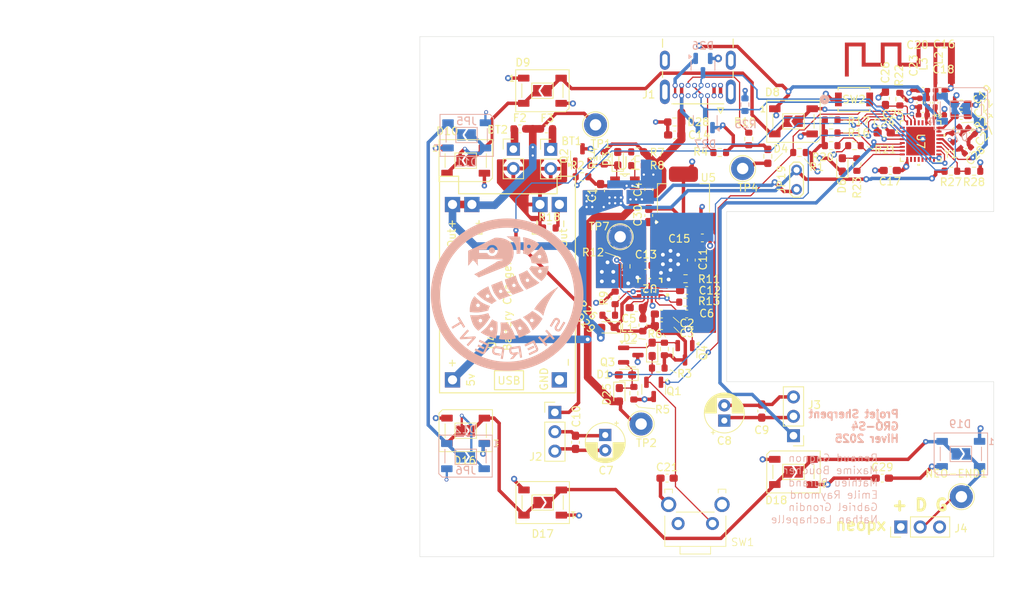
<source format=kicad_pcb>
(kicad_pcb (version 20240108) (generator "pcbnew") (generator_version "8.0")
  (layers (0 "F.Cu" signal) (1 "In1.Cu" power "GND.Cu") (2 "In2.Cu" power "ALIM.Cu") (31 "B.Cu" signal) (34 "B.Paste" user) (35 "F.Paste" user) (36 "B.SilkS" user "B.Silkscreen") (37 "F.SilkS" user "F.Silkscreen") (38 "B.Mask" user) (39 "F.Mask" user) (44 "Edge.Cuts" user))
  (net 0 "")
  (net 1 "GND")
  (net 2 "Net-(BT1-+)")
  (net 3 "/VBATT")
  (net 4 "+9V")
  (net 5 "+3.3V")
  (net 6 "Net-(D3-A)")
  (net 8 "Net-(J1-CC1)")
  (net 9 "Net-(J1-CC2)")
  (net 11 "Net-(U7-U0RXD)")
  (net 12 "/VUSB")
  (net 13 "Net-(BT2-+)")
  (net 14 "/USB_ESP32P")
  (net 15 "/USB_ESP32N")
  (net 16 "/Moteur1_PWM")
  (net 17 "/StayOn")
  (net 18 "/CHARGE")
  (net 20 "/Moteur2_PWM")
  (net 25 "Net-(C5-Pad1)")
  (net 26 "Net-(U2-BST)")
  (net 27 "Net-(U2-VCC)")
  (net 28 "Net-(C11-Pad1)")
  (net 29 "Net-(U2-COMP)")
  (net 30 "Net-(U6-FP)")
  (net 31 "Net-(U7-LNA_IN)")
  (net 32 "Net-(C25-Pad1)")
  (net 33 "Net-(U7-CHIP_EN)")
  (net 34 "Net-(C27-Pad1)")
  (net 35 "Net-(U7-XTAL_N)")
  (net 36 "Net-(D2-A)")
  (net 37 "Net-(D2-K)")
  (net 38 "Net-(D3-K)")
  (net 39 "Net-(D6-A)")
  (net 40 "/NEOPX")
  (net 41 "/Button")
  (net 42 "Net-(Q4-D)")
  (net 43 "Net-(U1-PROG)")
  (net 44 "Net-(U2-FB)")
  (net 47 "Net-(U7-GPIO8)")
  (net 48 "Net-(U7-GPIO2)")
  (net 49 "Net-(U7-GPIO9)")
  (net 50 "Net-(U7-GPIO10)")
  (net 51 "Net-(U7-XTAL_P)")
  (net 54 "Net-(D1-K)")
  (net 55 "Net-(D7-DOUT)")
  (net 56 "/NEO_Row2")
  (net 57 "Net-(D10-DIN)")
  (net 58 "Net-(D8-DOUT)")
  (net 59 "Net-(D10-DOUT)")
  (net 60 "Net-(D11-DOUT)")
  (net 61 "/neo_end")
  (net 62 "Net-(D16-DOUT)")
  (net 63 "Net-(D17-DOUT)")
  (net 64 "Net-(D18-DOUT)")
  (net 69 "Net-(D29-K)")
  (net 70 "/B-")
  (footprint "Resistor_SMD:R_0402_1005Metric_Pad0.72x0.64mm_HandSolder" (layer "F.Cu") (at 202.1204 81.1412 45)
    (property "Reference" "R24")
    (property "Value" "0")
  )
  (footprint "LED_SMD:LED_WS2812B_PLCC4_5.0x5.0mm_P3.2mm" (layer "F.Cu") (at 147.9676 75.9972)
    (property "Reference" "D9")
    (property "Value" "WS2812B")
  )
  (footprint "Capacitor_SMD:C_0603_1608Metric_Pad1.08x0.95mm_HandSolder" (layer "F.Cu") (at 166.870488 102.196888)
    (property "Reference" "C12")
    (property "Value" "100p")
  )
  (footprint "Jumper:SolderJumper-2_P1.3mm_Open_TrianglePad1.0x1.5mm" (layer "F.Cu") (at 180.8606 80.0104 180)
    (property "Reference" "JP2" (hide yes))
    (property "Value" "SolderJumper_2_Open")
  )
  (footprint "LED_SMD:LED_0603_1608Metric_Pad1.05x0.95mm_HandSolder" (layer "F.Cu") (at 162.344 109.9062 90)
    (property "Reference" "D2")
    (property "Value" "D_Schottky")
  )
  (footprint "LED_SMD:LED_WS2812B_PLCC4_5.0x5.0mm_P3.2mm" (layer "F.Cu") (at 180.8606 80.0104)
    (property "Reference" "D8")
    (property "Value" "WS2812B")
  )
  (footprint "Resistor_SMD:R_0603_1608Metric" (layer "F.Cu") (at 157.4926 103.162088 90)
    (property "Reference" "R9")
    (property "Value" "10k")
  )
  (footprint "Package_TO_SOT_SMD:SOT-23" (layer "F.Cu") (at 166.6466 110.3636 -90)
    (property "Reference" "Q4")
    (property "Value" "PMOS")
  )
  (footprint "LED_SMD:LED_0603_1608Metric_Pad1.05x0.95mm_HandSolder" (layer "F.Cu") (at 157.835545 84.906945 90)
    (property "Reference" "D3")
    (property "Value" "LED")
  )
  (footprint "Capacitor_SMD:C_0402_1005Metric_Pad0.74x0.62mm_HandSolder" (layer "F.Cu") (at 197.8088 79.1969 180)
    (property "Reference" "C25")
    (property "Value" "1u")
  )
  (footprint "Capacitor_SMD:C_0603_1608Metric_Pad1.08x0.95mm_HandSolder" (layer "F.Cu") (at 163.5621 106.8074)
    (property "Reference" "C3")
    (property "Value" "100n")
  )
  (footprint "Capacitor_SMD:C_0603_1608Metric_Pad1.08x0.95mm_HandSolder" (layer "F.Cu") (at 161.899545 88.9512 90)
    (property "Reference" "C4")
    (property "Value" "4.7u")
  )
  (footprint "Jumper:SolderJumper-2_P1.3mm_Open_TrianglePad1.0x1.5mm" (layer "F.Cu") (at 148 129.9986)
    (property "Reference" "JP17" (hide yes))
    (property "Value" "SolderJumper_2_Open")
  )
  (footprint "Capacitor_SMD:C_0603_1608Metric_Pad1.08x0.95mm_HandSolder" (layer "F.Cu") (at 160.2612 104.4452 180)
    (property "Reference" "C5")
    (property "Value" "100nf")
  )
  (footprint "Capacitor_SMD:C_0603_1608Metric_Pad1.08x0.95mm_HandSolder" (layer "F.Cu") (at 192.5 126.8)
    (property "Reference" "C29")
    (property "Value" "1u")
  )
  (footprint "Resistor_SMD:R_0603_1608Metric" (layer "F.Cu") (at 153.1492 87.2748 180)
    (property "Reference" "R2")
    (property "Value" "100k")
  )
  (footprint "Resistor_SMD:R_0603_1608Metric" (layer "F.Cu") (at 148.875 94)
    (property "Reference" "R18")
    (property "Value" "0")
  )
  (footprint "Capacitor_SMD:C_0402_1005Metric_Pad0.74x0.62mm_HandSolder" (layer "F.Cu") (at 200.0527 75.9457)
    (property "Reference" "C16")
    (property "Value" "1.8p")
  )
  (footprint "Capacitor_SMD:C_0402_1005Metric_Pad0.74x0.62mm_HandSolder" (layer "F.Cu") (at 197.4024 77.5626 -90)
    (property "Reference" "C23")
    (property "Value" "100n")
  )
  (footprint "TestPoint:TestPoint_Loop_D2.54mm_Drill1.5mm_Beaded" (layer "F.Cu") (at 154.9272 80.4676)
    (property "Reference" "TP1")
    (property "Value" "VBATT")
  )
  (footprint "MountingHole:MountingHole_2.7mm_M2.5" (layer "F.Cu") (at 157 73)
    (property "Reference" "H2" (hide yes))
    (property "Value" "MountingHole" (hide yes))
  )
  (footprint "Connector_PinHeader_2.54mm:PinHeader_1x03_P2.54mm_Vertical" (layer "F.Cu") (at 194.92 133.2 90)
    (property "Reference" "J4")
    (property "Value" "Conn_01x03_Socket")
  )
  (footprint "Resistor_SMD:R_0603_1608Metric" (layer "F.Cu") (at 175 82.325 -90)
    (property "Reference" "R10")
    (property "Value" "5.1k")
  )
  (footprint "Jumper:SolderJumper-2_P1.3mm_Open_TrianglePad1.0x1.5mm" (layer "F.Cu") (at 137.9164 120.578)
    (property "Reference" "JP18" (hide yes))
    (property "Value" "SolderJumper_2_Open")
  )
  (footprint "MountingHole:MountingHole_2.7mm_M2.5" (layer "F.Cu") (at 139 133)
    (property "Reference" "H3" (hide yes))
    (property "Value" "MountingHole" (hide yes))
  )
  (footprint "LED_SMD:LED_WS2812B_PLCC4_5.0x5.0mm_P3.2mm" (layer "F.Cu") (at 148 129.9986 180)
    (property "Reference" "D17")
    (property "Value" "WS2812B")
  )
  (footprint "LED_SMD:LED_WS2812B_PLCC4_5.0x5.0mm_P3.2mm" (layer "F.Cu") (at 137.9164 85.1628)
    (property "Reference" "D10")
    (property "Value" "WS2812B")
  )
  (footprint "Resistor_SMD:R_0603_1608Metric" (layer "F.Cu") (at 181.65 84.1 180)
    (property "Reference" "R1")
    (property "Value" "10k")
  )
  (footprint "Resistor_SMD:R_0603_1608Metric" (layer "F.Cu") (at 156.6544 105.4358)
    (property "Reference" "R26")
    (property "Value" "0")
  )
  (footprint "LED_SMD:LED_0603_1608Metric_Pad1.05x0.95mm_HandSolder" (layer "F.Cu") (at 187.2614 85.7246 90)
    (property "Reference" "D6")
    (property "Value" "LED")
  )
  (footprint "Inductor_SMD:L_0402_1005Metric_Pad0.77x0.64mm_HandSolder" (layer "F.Cu") (at 199.4344 77.5713 -90)
    (property "Reference" "L2")
    (property "Value" "2.7n")
  )
  (footprint "Resistor_SMD:R_0603_1608Metric" (layer "F.Cu") (at 166.715888 103.720888)
    (property "Reference" "R13")
    (property "Value" "48.7k")
  )
  (footprint "Resistor_SMD:R_0603_1608Metric" (layer "F.Cu") (at 166.716988 100.647488)
    (property "Reference" "R11")
    (property "Value" "45.3k")
  )
  (footprint "Jumper:SolderJumper-2_P1.3mm_Open_TrianglePad1.0x1.5mm" (layer "F.Cu") (at 137.9164 85.1628 180)
    (property "Reference" "JP4" (hide yes))
    (property "Value" "SolderJumper_2_Open")
  )
  (footprint "Capacitor_SMD:C_0603_1608Metric_Pad1.08x0.95mm_HandSolder" (layer "F.Cu") (at 165.3 81.8 180)
    (property "Reference" "C14")
    (property "Value" "100n")
  )
  (footprint "TestPoint:TestPoint_Loop_D2.54mm_Drill1.5mm_Beaded" (layer "F.Cu") (at 158.153 95.1488)
    (property "Reference" "TP7")
    (property "Value" "TestPoint")
  )
  (footprint "Capacitor_SMD:C_0603_1608Metric_Pad1.08x0.95mm_HandSolder" (layer "F.Cu") (at 167.478988 98.207988 90)
    (property "Reference" "C11")
    (property "Value" "39n")
  )
  (footprint "Resistor_SMD:R_0603_1608Metric" (layer "F.Cu") (at 156.0702 84.8486 90)
    (property "Reference" "R14")
    (property "Value" "100k")
  )
  (footprint "Fuse:Fuse_0603_1608Metric" (layer "F.Cu") (at 148.5 81 180)
    (property "Reference" "F3")
    (property "Value" "10A")
  )
  (footprint "Capacitor_SMD:C_0402_1005Metric_Pad0.74x0.62mm_HandSolder" (layer "F.Cu") (at 197.8342 75.9457 180)
    (property "Reference" "C20")
    (property "Value" "10u")
  )
  (footprint "Inductor_SMD:L_0402_1005Metric_Pad0.77x0.64mm_HandSolder" (layer "F.Cu") (at 198.4184 77.5713 -90)
    (property "Reference" "L3")
    (property "Value" "2n")
  )
  (footprint "Resistor_SMD:R_0603_1608Metric" (layer "F.Cu") (at 185.8 83.1986 180)
    (property "Reference" "R20")
    (property "Value" "10k")
  )
  (footprint "Capacitor_SMD:C_0603_1608Metric_Pad1.08x0.95mm_HandSolder" (layer "F.Cu") (at 161.8982 92.3544 90)
    (property "Reference" "C30")
    (property "Value" "100u")
  )
  (footprint "AN034_ANTENNA:AN034_ANTENNA" (layer "F.Cu") (at 194.40315 75.0488)
    (property "Reference" "U6" (hide yes))
    (property "Value" "AN034_ANTENNA")
  )
  (footprint "Capacitor_THT:CP_Radial_D5.0mm_P2.00mm" (layer "F.Cu") (at 171.8 119.255113 90)
    (property "Reference" "C8")
    (property "Value" "100u")
  )
  (footprint "Resistor_SMD:R_0603_1608Metric" (layer "F.Cu") (at 185.8 79.8458 180)
    (property "Reference" "R17")
    (property "Value" "10k")
  )
  (footprint "MountingHole:MountingHole_2.7mm_M2.5" (layer "F.Cu") (at 139 73)
    (property "Reference" "H1" (hide yes))
    (property "Value" "MountingHole" (hide yes))
  )
  (footprint "TestPoint:TestPoint_Loop_D2.54mm_Drill1.5mm_Beaded" (layer "F.Cu") (at 202.857 129.2356)
    (property "Reference" "NEO-END1")
    (property "Value" "TestPoint")
  )
  (footprint "LED_SMD:LED_WS2812B_PLCC4_5.0x5.0mm_P3.2mm" (layer "F.Cu") (at 137.9164 120.578 180)
    (property "Reference" "D16")
    (property "Value" "WS2812B")
  )
  (footprint "TestPoint:TestPoint_Loop_D2.54mm_Drill1.5mm_Beaded" (layer "F.Cu") (at 174.2 86.2)
    (property "Reference" "TP4")
    (property "Value" "TestPoint")
  )
  (footprint "Capacitor_SMD:C_0402_1005Metric_Pad0.74x0.62mm_HandSolder" (layer "F.Cu") (at 203.720372 83.8451 -135)
    (property "Reference" "C28")
    (property "Value" "15p")
  )
  (footprint "Resistor_SMD:R_0603_1608Metric" (layer "F.Cu") (at 194.8 77.1 90)
    (property "Reference" "R22")
    (property "Value" "10k")
  )
  (footprint "Capacitor_SMD:C_0603_1608Metric_Pad1.08x0.95mm_HandSolder" (layer "F.Cu") (at 152.3 122.1 -90)
    (property "Reference" "C10")
    (property "Value" "1u")
  )
  (footprint "Package_TO_SOT_SMD:SOT-23" (layer "F.Cu") (at 159.5466 110.6636)
    (property "Reference" "Q3")
    (property "Value" "NMOS")
  )
  (footprint "Jumper:SolderJumper-2_P1.3mm_Open_TrianglePad1.0x1.5mm" (layer "F.Cu") (at 147.9676 75.9972 180)
    (property "Reference" "JP3" (hide yes))
    (property "Value" "SolderJumper_2_Open")
  )
  (footprint "Capacitor_SMD:C_0603_1608Metric_Pad1.08x0.95mm_HandSolder" (layer "F.Cu") (at 168.9226 95.3012 180)
    (property "Reference" "C15")
    (property "Value" "10u")
  )
  (footprint "Capacitor_SMD:C_0603_1608Metric_Pad1.08x0.95mm_HandSolder" (layer "F.Cu") (at 155.5876 89.1036 90)
    (property "Reference" "C1")
    (property "Value" "4.7u")
  )
  (footprint "Capacitor_SMD:C_0603_1608Metric_Pad1.08x0.95mm_HandSolder" (layer "F.Cu") (at 164.3 126.8)
    (property "Reference" "C21")
    (property "Value" "100n")
  )
  (footprint "Resistor_SMD:R_0603_1608Metric" (layer "F.Cu") (at 159.9466 115.6636 -90)
    (property "Reference" "R5")
    (property "Value" "10k")
  )
  (footprint "Resistor_SMD:R_0603_1608Metric_Pad0.98x0.95mm_HandSolder" (layer "F.Cu") (at 165.3 80.1 180)
    (property "Reference" "D28")
    (property "Value" "D_Zener")
  )
  (footprint "Connector_PinHeader_2.54mm:PinHeader_1x03_P2.54mm_Vertical" (layer "F.Cu") (at 149.6 118.175)
    (property "Reference" "J2")
    (property "Value" "Conn_01x03_Socket")
  )
  (footprint "Resistor_SMD:R_0603_1608Metric" (layer "F.Cu") (at 160.426345 84.017945)
    (property "Reference" "R7")
    (property "Value" "470")
  )
  (footprint "Fuse:Fuse_0603_1608Metric" (layer "F.Cu") (at 145 81)
    (property "Reference" "F2")
    (property "Value" "10A")
  )
  (footprint "Capacitor_SMD:C_0603_1608Metric_Pad1.08x0.95mm_HandSolder" (layer "F.Cu") (at 192.91035 77 90)
    (property "Reference" "C26")
    (property "Value" "10n")
  )
  (footprint "Connector_PinHeader_2.54mm:PinHeader_1x02_P2.54mm_Vertical" (layer "F.Cu") (at 149.053945 83.687345)
    (property "Reference" "BT1")
    (property "Value" "Battery_Cell")
  )
  (footprint "Resistor_SMD:R_0603_1608Metric" (layer "F.Cu") (at 185.799 81.5349)
    (property "Reference" "R16")
    (property "Value" "10k")
  )
  (footprint "Diode_SMD:D_0603_1608Metric_Pad1.05x0.95mm_HandSolder" (layer "F.Cu") (at 156.5528 107.036 180)
    (property "Reference" "D29")
    (property "Value" "D")
  )
  (footprint "Resistor_SMD:R_0603_1608Metric" (layer "F.Cu") (at 163.9466 109.8636 90)
    (property "Reference" "R6")
    (property "Value" "10k")
  )
  (footprint "TPS61288LRQQR:RQQ0011A-MFG" (layer "F.Cu") (at 162.043713 101.916213 180)
    (property "Reference" "U2")
    (property "Value" "TPS61288LRQQR")
  )
  (footprint "LED_SMD:LED_WS2812B_PLCC4_5.0x5.0mm_P3.2mm" (layer "F.Cu") (at 180.8606 125.9854 180)
    (property "Reference" "D18")
    (property "Value" "WS2812B")
  )
  (footprint "Resistor_SMD:R_0603_1608Metric" (layer "F.Cu") (at 204.508 86.5514 180)
    (property "Reference" "R28")
    (property "Value" "100k 1%")
  )
  (footprint "Capacitor_SMD:C_0603_1608Metric_Pad1.08x0.95mm_HandSolder" (layer "F.Cu") (at 176.7 118 90)
    (property "Reference" "C9")
    (property "Value" "1u")
  )
  (footprint "Resistor_SMD:R_0603_1608Metric" (layer "F.Cu") (at 158.918088 99.021888 90)
    (property "Reference" "R12")
    (property "Value" "357k")
  )
  (footprint "Package_TO_SOT_SMD:SOT-23" (layer "F.Cu") (at 162.5466 115.1636 -90)
    (property "Reference" "Q1")
    (property "Value" "NMOS")
  )
  (footprint "Resistor_SMD:R_0603_1608Metric" (layer "F.Cu") (at 189.1664 85.6756 -90)
    (property "Reference" "R23")
    (property "Value" "130")
  )
  (footprint "Package_TO_SOT_SMD:SOT-223-3_TabPin2" (layer "F.Cu") (at 166.4448 90.0938 90)
    (property "Reference" "U5")
    (property "Value" "LD1117S33TR_SOT223")
  )
  (footprint "Capacitor_SMD:C_0603_1608Metric_Pad1.08x0.95mm_HandSolder" (layer "F.Cu") (at 161.5301 98.908)
    (property "Reference" "C13")
    (property "Value" "47u")
  )
  (footprint "Capacitor_SMD:C_0603_1608Metric_Pad1.08x0.95mm_HandSolder" (layer "F.Cu") (at 166.869388 105.270288)
    (property "Reference" "C6")
    (property "Value" "2.2u")
  )
  (footprint "Capacitor_SMD:C_0603_1608Metric_Pad1.08x0.95mm_HandSolder" (layer "F.Cu") (at 202.838 77.726)
    (property "Reference" "C19")
    (property "Value" "10n")
  )
  (footprint "CS1213AGF160:SW_CS1213AG_CRS" (layer "F.Cu") (at 188.7929 77.1395)
    (property "Reference" "SW2")
    (property "Value" "SW_Push")
  )
  (footprint "LED_SMD:LED_0603_1608Metric_Pad1.05x0.95mm_HandSolder" (layer "F.Cu") (at 158.0466 115.8636 -90)
    (property "Reference" "D25")
    (property "Value" "D_Schottky")
  )
  (footprint "Capacitor_SMD:C_0603_1608Metric_Pad1.08x0.95mm_HandSolder" (layer "F.Cu") (at 163.5632 105.2834)
    (property "Reference" "C2")
    (property "Value" "10u")
  )
  (footprint "Resistor_SMD:R_0603_1608Metric" (layer "F.Cu") (at 160.426345 85.821345 180)
    (property "Reference" "R8")
    (property "Value" "2k")
  )
  (footprint "Resistor_SMD:R_0603_1608Metric" (layer "F.Cu") (at 188.8484 83.1986)
    (property "Reference" "R21")
    (property "Value" "0" (hide yes))
  )
  (footprint "LED_SMD:LED_0603_1608Metric_Pad1.05x0.95mm_HandSolder" (layer "F.Cu") (at 158.8466 113.2636 180)
    (property "Reference" "D1")
    (property "Value" "D_Schottky")
  )
  (footprint "2137160001:MOLEX_2137160001" (layer "F.Cu") (at 168.3298 68.9992 180)
    (property "Reference" "J1")
    (property "Value" "2137160001")
  )
  (footprint "Capacitor_THT:CP_Radial_D5.0mm_P2.00mm" (layer "F.Cu") (at 156.2 121.144888 -90)
    (property "Reference" "C7")
    (property "Value" "100u")
  )
  (footprint "Resistor_SMD:R_0603_1608Metric" (layer "F.Cu") (at 201.4854 86.5514 180)
    (property "Reference" "R27")
    (property "Value" "50k")
  )
  (footprint "Resistor_SMD:R_0603_1608Metric_Pad0.98x0.95mm_HandSolder" (layer "F.Cu") (at 177.5 84.6 90)
    (property "Reference" "D4")
    (property "Value" "D_Zener")
  )
  (footprint "Connector_PinHeader_2.54mm:PinHeader_1x03_P2.54mm_Vertical" (layer "F.Cu") (at 180.8606 121.2346 180)
    (property "Reference" "J3")
    (property "Value" "Conn_01x03_Socket")
  )
  (footprint "Resistor_SMD:R_0603_1608Metric" (layer "F.Cu") (at 171.2 84.1 180)
    (property "Reference" "R4")
    (property "Value" "5.1k")
  )
  (footprint "TestPoint:TestPoint_2Pads_Pitch2.54mm_Drill0.8mm" (layer "F.Cu") (at 181.267 88.9312 90)
    (property "Reference" "JP19")
    (property "Value" "Jumper_2_Bridged")
  )
  (footprint "830059627:SMD_059627_WRE-L" (layer "F.Cu") (at 202.838 82.585777 -135)
    (property "Reference" "Y1")
    (property "Value" "40MHz")
  )
  (footprint "Package_TO_SOT_SMD:SOT-23" (layer "F.Cu") (at 153.2152 84.553645 90)
    (property "Reference" "Q2")
    (property "Value" "PMOS")
  )
  (footprint "MountingHole:MountingHole_2.7mm_M2.5" (layer "F.Cu") (at 157 133)
    (property "Reference" "H4" (hide yes))
    (property "Value" "MountingHole" (hide yes))
  )
  (footprint "Inductor_SMD:L_0603_1608Metric" (layer "F.Cu") (at 161.1248 106.7311 90)
    (property "Reference" "L1")
    (property "Value" "1.2u")
  )
  (footprint "Resistor_SMD:R_0603_1608Metric" (layer "F.Cu") (at 163.1466 112.3636 180)
    (property "Reference" "R3")
    (property "Value" "10k")
  )
  (footprint "Capacitor_SMD:C_0603_1608Metric_Pad1.08x0.95mm_HandSolder" (layer "F.Cu") (at 193.5363 86.4498 180)
    (property "Reference" "C17")
    (property "Value" "100n")
  )
  (footprint "Capacitor_SMD:C_0603_1608Metric_Pad1.08x0.95mm_HandSolder" (layer "F.Cu") (at 202.838 79.25)
    (property "Reference" "C22")
    (property "Value" "1u")
  )
  (footprint "ESP32_C3:QFN32_5X5_EXP-L" (layer "F.Cu") (at 197.5167 82.603101 -90)
    (property "Reference" "U7")
    (property "Value" "ESP32-C3")
  )
  (footprint "MCP73831T_2ACI_OT:SOT95P280X145-5N" (layer "F.Cu") (at 158.775345 88.462945)
    (property "Reference" "U1")
    (property "Value" "MCP73831T-2ACI_OT")
  )
  (footprint "Capacitor_SMD:C_0402_1005Metric_Pad0.74x0.62mm_HandSolder" (layer "F.Cu") (at 204.197855 81.274583 -45)
    (property "Reference" "C27")
    (property "Value" "15p")
  )
  (footprint "Connector_PinHeader_2.54mm:PinHeader_1x02_P2.54mm_Vertical" (layer "F.Cu") (at 144.159545 83.661945)
    (property "Reference" "BT2")
    (property "Value" "Battery_Cell")
  )
  (footprint "TP4056:TP4056-18650" (layer "F.Cu") (at 134.4875 115.6125 90)
    (property "Reference" "U4")
    (property "Value" "TP4056")
  )
  (footprint "Jumper:SolderJumper-2_P1.3mm_Open_TrianglePad1.0x1.5mm" (layer "F.Cu") (at 180.8606 125.9854)
    (property "Reference" "JP16" (hide yes))
    (property "Value" "SolderJumper_2_Open")
  )
  (footprint "Capacitor_SMD:C_0603_1608Metric_Pad1.08x0.95mm_HandSolder" (layer "F.Cu") (at 192.7467 81.5222 180)
    (property "Reference" "C24")
    (property "Value" "100n")
  )
  (footprint "Capacitor_SMD:C_0402_1005Metric_Pad0.74x0.62mm_HandSolder" (layer "F.Cu") (at 200.044 79.1969)
    (property "Reference" "C18")
    (property "Value" "1.8p")
  )
  (footprint "TestPoint:TestPoint_Loop_D2.54mm_Drill1.5mm_Beaded" (layer "F.Cu") (at 160.9 119.7)
    (property "Reference" "TP2")
    (property "Value" "TestPoint")
  )
  (footprint "CT1102V3.15F100:CT1102V3.15F100" (layer "F.Cu") (at 164.5 130.25)
    (property "Reference" "SW1")
    (property "Value" "CT1102" (hide yes))
  )
  (footprint "Jumper:SolderJumper-2_P1.3mm_Open_TrianglePad1.0x1.5mm" (layer "B.Cu") (at 138.025 81.8 180)
    (property "Reference" "JP5")
    (property "Value" "SolderJumper_2_Open")
  )
  (footprint "Package_TO_SOT_SMD:SOT-23" (layer "B.Cu") (at 169.3 79.9 90)
    (property "Reference" "D27")
    (property "Value" "BAV99")
  )
  (footprint "Resistor_SMD:R_0603_1608Metric" (layer "B.Cu") (at 174.5 77.825 -90)
    (property "Reference" "R25")
    (property "Value" "10k")
  )
  (footprint "LED_SMD:LED_WS2812B_PLCC4_5.0x5.0mm_P3.2mm" (layer "B.Cu") (at 202.7924 123.625 180)
    (property "Reference" "D19")
    (property "Value" "WS2812B")
  )
  (footprint "Package_TO_SOT_SMD:SOT-23" (layer "B.Cu") (at 169 72.7 -90)
    (property "Reference" "D26")
    (property "Value" "BAV99")
  )
  (footprint "LED_SMD:LED_WS2812B_PLCC4_5.0x5.0mm_P3.2mm" (layer "B.Cu") (at 137.89 123.915 180)
    (property "Reference" "D12")
    (property "Value" "WS2812B")
  )
  (footprint "LED_SMD:LED_WS2812B_PLCC4_5.0x5.0mm_P3.2mm" (layer "B.Cu") (at 202.7924 78.3482)
    (property "Reference" "D7")
    (property "Value" "WS2812B")
  )
  (footprint "Jumper:SolderJumper-2_P1.3mm_Open_TrianglePad1.0x1.5mm" (layer "B.Cu") (at 202.7924 78.3482 180)
    (property "Reference" "JP1" (hide yes))
    (property "Value" "SolderJumper_2_Open")
  )
  (footprint "Jumper:SolderJumper-2_P1.3mm_Open_TrianglePad1.0x1.5mm" (layer "B.Cu") (at 137.925 124)
    (property "Reference" "JP6")
    (property "Value" "SolderJumper_2_Open")
  )
  (footprint "LED_SMD:LED_WS2812B_PLCC4_5.0x5.0mm_P3.2mm" (layer "B.Cu") (at 138.05 81.85)
    (property "Reference" "D11")
    (property "Value" "WS2812B")
  )
  (footprint "Jumper:SolderJumper-2_P1.3mm_Open_TrianglePad1.0x1.5mm" (layer "B.Cu") (at 202.7924 123.625)
    (property "Reference" "JP15" (hide yes))
    (property "Value" "SolderJumper_2_Open")
  )
  (gr_poly (pts (xy 144.144442 100.368896) (xy 143.803121 100.499833) (xy 143.053037 100.786593) (xy 143.081981 100.895348) (xy 143.115951 101.014934) (xy 143.160956 101.163453) (xy 143.215523 101.329998) (xy 143.245932 101.416623) (xy 143.278178 101.503665) (xy 143.312079 101.589762) (xy 143.347449 101.673549) (xy 143.384105 101.753665) (xy 143.421862 101.828745) (xy 143.462476 101.901488) (xy 143.508107 101.976698) (xy 143.557701 102.053388) (xy 143.610204 102.130567) (xy 143.719721 102.282448) (xy 143.828231 102.424437) (xy 143.927301 102.548631) (xy 144.008503 102.647126) (xy 144.08358 102.735407) (xy 144.134544 102.716944) (xy 144.832135 102.462687) (xy 145.167865 102.337314) (xy 145.493798 102.211912) (xy 145.420684 102.123613) (xy 145.341455 102.024912) (xy 145.244589 101.900221) (xy 145.138194 101.757322) (xy 145.083958 101.681476) (xy 145.03038 101.603997) (xy 144.978475 101.525857) (xy 144.977936 101.525005) (xy 144.474102 101.525005) (xy 144.473792 101.537286) (xy 144.47287 101.549406) (xy 144.471352 101.561349) (xy 144.469254 101.573101) (xy 144.466589 101.584647) (xy 144.463373 101.595972) (xy 144.459621 101.607061) (xy 144.455347 101.617898) (xy 144.450568 101.62847) (xy 144.445298 101.63876) (xy 144.439551 101.648754) (xy 144.433344 101.658437) (xy 144.42669 101.667794) (xy 144.419605 101.676809) (xy 144.412104 101.685469) (xy 144.404202 101.693757) (xy 144.395913 101.701659) (xy 144.387254 101.70916) (xy 144.378238 101.716245) (xy 144.368882 101.722899) (xy 144.359199 101.729106) (xy 144.349205 101.734853) (xy 144.338915 101.740123) (xy 144.328343 101.744903) (xy 144.317506 101.749176) (xy 144.306417 101.752928) (xy 144.295092 101.756144) (xy 144.283546 101.758809) (xy 144.271794 101.760907) (xy 144.25985 101.762425) (xy 144.247731 101.763347) (xy 144.23545 101.763657) (xy 144.223169 101.763347) (xy 144.21105 101.762425) (xy 144.199106 101.760907) (xy 144.187354 101.758809) (xy 144.175808 101.756144) (xy 144.164483 101.752928) (xy 144.153395 101.749176) (xy 144.142557 101.744903) (xy 144.131986 101.740123) (xy 144.121695 101.734853) (xy 144.111701 101.729106) (xy 144.102018 101.722899) (xy 144.092662 101.716245) (xy 144.083646 101.70916) (xy 144.074987 101.701659) (xy 144.066698 101.693757) (xy 144.058796 101.685469) (xy 144.051295 101.676809) (xy 144.04421 101.667794) (xy 144.037556 101.658437) (xy 144.031348 101.648754) (xy 144.025602 101.63876) (xy 144.020331 101.62847) (xy 144.015552 101.617898) (xy 144.011279 101.607061) (xy 144.007527 101.595972) (xy 144.004311 101.584647) (xy 144.001646 101.573101) (xy 143.999547 101.561349) (xy 143.998029 101.549406) (xy 143.997107 101.537286) (xy 143.996797 101.525005) (xy 143.997107 101.512724) (xy 143.998029 101.500605) (xy 143.999547 101.488662) (xy 144.001646 101.476909) (xy 144.004311 101.465363) (xy 144.007527 101.454038) (xy 144.011279 101.44295) (xy 144.015552 101.432112) (xy 144.020331 101.421541) (xy 144.025602 101.411251) (xy 144.031348 101.401257) (xy 144.037556 101.391574) (xy 144.04421 101.382217) (xy 144.051295 101.373202) (xy 144.058796 101.364542) (xy 144.066698 101.356254) (xy 144.074987 101.348352) (xy 144.083646 101.340851) (xy 144.092662 101.333766) (xy 144.102018 101.327112) (xy 144.111701 101.320904) (xy 144.121695 101.315158) (xy 144.131986 101.309887) (xy 144.142557 101.305108) (xy 144.153395 101.300835) (xy 144.164483 101.297083) (xy 144.175808 101.293867) (xy 144.187354 101.291202) (xy 144.199106 101.289103) (xy 144.21105 101.287585) (xy 144.223169 101.286663) (xy 144.23545 101.286353) (xy 144.247731 101.286663) (xy 144.25985 101.287585) (xy 144.271794 101.289103) (xy 144.283546 101.291202) (xy 144.295092 101.293867) (xy 144.306417 101.297083) (xy 144.317506 101.300835) (xy 144.328343 101.305108) (xy 144.338915 101.309887) (xy 144.349205 101.315158) (xy 144.359199 101.320904) (xy 144.368882 101.327112) (xy 144.378238 101.333766) (xy 144.387254 101.340851) (xy 144.395913 101.348352) (xy 144.404202 101.356254) (xy 144.412104 101.364542) (xy 144.419605 101.373202) (xy 144.42669 101.382217) (xy 144.433344 101.391574) (xy 144.439551 101.401257) (xy 144.445298 101.411251) (xy 144.450568 101.421541) (xy 144.455347 101.432112) (xy 144.459621 101.44295) (xy 144.463373 101.454038) (xy 144.466589 101.465363) (xy 144.469254 101.476909) (xy 144.471352 101.488662) (xy 144.47287 101.500605) (xy 144.473792 101.512724) (xy 144.474102 101.525005) (xy 144.977936 101.525005) (xy 144.929256 101.448029) (xy 144.883736 101.371486) (xy 144.842929 101.297201) (xy 144.805279 101.221583) (xy 144.768448 101.140826) (xy 144.698136 100.969427) (xy 144.633767 100.794061) (xy 144.577119 100.625785) (xy 144.529968 100.475656) (xy 144.494089 100.354731) (xy 144.463255 100.244722)) (stroke (width -0.000001)) (fill solid) (layer "B.SilkS"))
  (gr_line (start 143.421862 101.828744) (end 143.384105 101.753663) (stroke (width 0.021695)) (layer "B.SilkS"))
  (gr_poly (pts (xy 148.644592 98.994137) (xy 148.517119 99.013011) (xy 148.357687 99.034703) (xy 148.177277 99.056486) (xy 147.986869 99.075631) (xy 147.891346 99.083361) (xy 147.797441 99.089409) (xy 147.706526 99.093432) (xy 147.619974 99.095091) (xy 147.44322 99.090984) (xy 147.254483 99.078955) (xy 147.064722 99.061616) (xy 146.884892 99.041575) (xy 146.598856 99.003833) (xy 146.484032 98.986612) (xy 146.473953 99.008724) (xy 146.463203 99.030632) (xy 146.451782 99.052343) (xy 146.439689 99.073862) (xy 146.426926 99.095196) (xy 146.413491 99.11635) (xy 146.399387 99.137329) (xy 146.384611 99.158141) (xy 146.369166 99.178789) (xy 146.353051 99.199282) (xy 146.336266 99.219623) (xy 146.318811 99.23982) (xy 146.300687 99.259877) (xy 146.281893 99.279801) (xy 146.262431 99.299597) (xy 146.242299 99.319271) (xy 146.308597 99.417424) (xy 146.383133 99.52475) (xy 146.477852 99.657249) (xy 146.587196 99.804679) (xy 146.645616 99.880792) (xy 146.705608 99.956796) (xy 146.766478 100.03141) (xy 146.827532 100.103355) (xy 146.888073 100.171349) (xy 146.947409 100.234113) (xy 147.008869 100.294665) (xy 147.075304 100.35629) (xy 147.145479 100.418302) (xy 147.218161 100.480012) (xy 147.366114 100.599782) (xy 147.509294 100.710102) (xy 147.637833 100.805475) (xy 147.741865 100.880405) (xy 147.836931 100.946945) (xy 147.94194 100.851093) (xy 148.041289 100.752317) (xy 148.134839 100.650462) (xy 148.22245 100.545372) (xy 148.303983 100.436895) (xy 148.379299 100.324874) (xy 148.448256 100.209155) (xy 148.510717 100.089584) (xy 148.566541 99.966006) (xy 148.615588 99.838266) (xy 148.657719 99.706209) (xy 148.667015 99.670025) (xy 147.880322 99.670025) (xy 147.880011 99.682306) (xy 147.87909 99.694425) (xy 147.877572 99.706369) (xy 147.875473 99.718121) (xy 147.872808 99.729667) (xy 147.869592 99.740992) (xy 147.86584 99.752081) (xy 147.861567 99.762918) (xy 147.856788 99.77349) (xy 147.851517 99.78378) (xy 147.845771 99.793774) (xy 147.839563 99.803457) (xy 147.832909 99.812814) (xy 147.825824 99.821829) (xy 147.818323 99.830489) (xy 147.810421 99.838777) (xy 147.802133 99.846679) (xy 147.793473 99.85418) (xy 147.784458 99.861265) (xy 147.775101 99.867919) (xy 147.765418 99.874127) (xy 147.755424 99.879873) (xy 147.745134 99.885144) (xy 147.734563 99.889923) (xy 147.723725 99.894196) (xy 147.712636 99.897948) (xy 147.701311 99.901164) (xy 147.689765 99.903829) (xy 147.678013 99.905928) (xy 147.66607 99.907446) (xy 147.65395 99.908367) (xy 147.641669 99.908678) (xy 147.629389 99.908367) (xy 147.617269 99.907446) (xy 147.605326 99.905928) (xy 147.593574 99.903829) (xy 147.582028 99.901164) (xy 147.570703 99.897948) (xy 147.559614 99.894196) (xy 147.548776 99.889923) (xy 147.538205 99.885144) (xy 147.527915 99.879873) (xy 147.517921 99.874127) (xy 147.508238 99.867919) (xy 147.498881 99.861265) (xy 147.489866 99.85418) (xy 147.481206 99.846679) (xy 147.472918 99.838777) (xy 147.465016 99.830489) (xy 147.457515 99.821829) (xy 147.45043 99.812814) (xy 147.443776 99.803457) (xy 147.437568 99.793774) (xy 147.431822 99.78378) (xy 147.426551 99.77349) (xy 147.421772 99.762918) (xy 147.417499 99.752081) (xy 147.413747 99.740992) (xy 147.410531 99.729667) (xy 147.407866 99.718121) (xy 147.405767 99.706369) (xy 147.404249 99.694425) (xy 147.403328 99.682306) (xy 147.403017 99.670025) (xy 147.403328 99.657744) (xy 147.404249 99.645625) (xy 147.405767 99.633681) (xy 147.407866 99.621929) (xy 147.410531 99.610383) (xy 147.413747 99.599058) (xy 147.417499 99.58797) (xy 147.421772 99.577132) (xy 147.426551 99.566561) (xy 147.431822 99.556271) (xy 147.437568 99.546277) (xy 147.443776 99.536594) (xy 147.45043 99.527237) (xy 147.457515 99.518222) (xy 147.465016 99.509562) (xy 147.472918 99.501274) (xy 147.481206 99.493372) (xy 147.489866 99.485871) (xy 147.498881 99.478786) (xy 147.508238 99.472132) (xy 147.517921 99.465924) (xy 147.527915 99.460178) (xy 147.538205 99.454907) (xy 147.548776 99.450128) (xy 147.559614 99.445855) (xy 147.570703 99.442103) (xy 147.582028 99.438887) (xy 147.593574 99.436222) (xy 147.605326 99.434123) (xy 147.617269 99.432606) (xy 147.629389 99.431684) (xy 147.641669 99.431373) (xy 147.65395 99.431684) (xy 147.66607 99.432606) (xy 147.678013 99.434123) (xy 147.689765 99.436222) (xy 147.701311 99.438887) (xy 147.712636 99.442103) (xy 147.723725 99.445855) (xy 147.734563 99.450128) (xy 147.745134 99.454907) (xy 147.755424 99.460178) (xy 147.765418 99.465924) (xy 147.775101 99.472132) (xy 147.784458 99.478786) (xy 147.793473 99.485871) (xy 147.802133 99.493372) (xy 147.810421 99.501274) (xy 147.818323 99.509562) (xy 147.825824 99.518222) (xy 147.832909 99.527237) (xy 147.839563 99.536594) (xy 147.845771 99.546277) (xy 147.851517 99.556271) (xy 147.856788 99.566561) (xy 147.861567 99.577132) (xy 147.86584 99.58797) (xy 147.869592 99.599058) (xy 147.872808 99.610383) (xy 147.875473 99.621929) (xy 147.877572 99.633681) (xy 147.87909 99.645625) (xy 147.880011 99.657744) (xy 147.880322 99.670025) (xy 148.667015 99.670025) (xy 148.692795 99.569681) (xy 148.720675 99.428527) (xy 148.74122 99.282593) (xy 148.75429 99.131724) (xy 148.759747 98.975764)) (stroke (width -0.000001)) (fill solid) (layer "B.SilkS"))
  (gr_poly (pts (xy 143.291689 95.103089) (xy 143.421852 95.192921) (xy 143.560915 95.295038) (xy 143.642046 95.357429) (xy 143.728284 95.426245) (xy 143.817659 95.500638) (xy 143.9082 95.579761) (xy 143.997938 95.662765) (xy 144.084903 95.748802) (xy 144.167123 95.837025) (xy 144.205839 95.881692) (xy 144.242631 95.926587) (xy 144.277251 95.971604) (xy 144.309454 96.016638) (xy 144.338994 96.061583) (xy 144.365624 96.106332) (xy 144.39472 96.161716) (xy 144.421286 96.219511) (xy 144.445433 96.279354) (xy 144.467275 96.340879) (xy 144.486926 96.403721) (xy 144.504497 96.467514) (xy 144.520103 96.531893) (xy 144.533855 96.596492) (xy 144.545868 96.660947) (xy 144.556254 96.724892) (xy 144.572598 96.849791) (xy 144.583791 96.968265) (xy 144.590739 97.077394) (xy 144.593402 97.142003) (xy 144.594903 97.200611) (xy 144.59549 97.252413) (xy 144.595412 97.296604) (xy 144.594257 97.358926) (xy 144.59343 97.381133) (xy 144.639838 97.38025) (xy 144.689923 97.377839) (xy 144.743406 97.374254) (xy 144.800007 97.369851) (xy 144.921452 97.360008) (xy 144.985739 97.355278) (xy 145.052032 97.351149) (xy 145.060725 97.241598) (xy 145.079485 96.968401) (xy 145.089208 96.796431) (xy 145.097329 96.614742) (xy 145.102476 96.433735) (xy 145.103276 96.263806) (xy 145.098619 96.093321) (xy 145.089362 95.910338) (xy 145.063487 95.550313) (xy 145.027342 95.158055) (xy 144.769695 95.13339) (xy 144.519749 95.116695) (xy 144.279467 95.106526) (xy 144.050812 95.101441) (xy 143.636226 95.100753)) (stroke (width 0.021695)) (fill none) (layer "B.SilkS"))
  (gr_line (start 143.081981 100.895347) (end 143.053037 100.786592) (stroke (width 0.021695)) (layer "B.SilkS"))
  (gr_line (start 143.927301 102.548631) (end 143.828231 102.424437) (stroke (width 0.021695)) (layer "B.SilkS"))
  (gr_line (start 145.420684 102.123612) (end 145.493798 102.211911) (stroke (width 0.021695)) (layer "B.SilkS"))
  (gr_poly (pts (xy 146.643669 104.887833) (xy 146.643669 104.887832) (xy 146.643668 104.887832)) (stroke (width -0.000001)) (fill solid) (layer "B.SilkS"))
  (gr_poly (pts (xy 149.786368 105.775391) (xy 149.774662 105.775931) (xy 149.763094 105.776752) (xy 149.751666 105.777851) (xy 149.740376 105.779231) (xy 149.729225 105.780889) (xy 149.718214 105.782828) (xy 149.707341 105.785045) (xy 149.696607 105.787543) (xy 149.686012 105.79032) (xy 149.675557 105.793376) (xy 149.66524 105.796712) (xy 149.655062 105.800327) (xy 149.644852 105.804228) (xy 149.63481 105.808328) (xy 149.624935 105.812626) (xy 149.615228 105.817121) (xy 149.605688 105.821815) (xy 149.596317 105.826708) (xy 149.587113 105.831798) (xy 149.578076 105.837086) (xy 149.569208 105.842573) (xy 149.560507 105.848257) (xy 149.551973 105.85414) (xy 149.543608 105.860221) (xy 149.53541 105.8665) (xy 149.527379 105.872978) (xy 149.519517 105.879653) (xy 149.511822 105.886527) (xy 149.504199 105.893444) (xy 149.496788 105.900387) (xy 149.489587 105.907358) (xy 149.482596 105.914355) (xy 149.475816 105.921378) (xy 149.469246 105.928429) (xy 149.462887 105.935506) (xy 149.456738 105.94261) (xy 149.4508 105.949741) (xy 149.445073 105.956898) (xy 149.439556 105.964082) (xy 149.434249 105.971293) (xy 149.429153 105.978531) (xy 149.424268 105.985795) (xy 149.419593 105.993086) (xy 149.415129 106.000404) (xy 148.925247 106.824292) (xy 149.167293 106.968212) (xy 149.657175 106.144325) (xy 149.662389 106.135927) (xy 149.667793 106.127957) (xy 149.673385 106.120414) (xy 149.679167 106.113298) (xy 149.685137 106.10661) (xy 149.691296 106.100349) (xy 149.697644 106.094515) (xy 149.704181 106.089109) (xy 149.710907 106.08413) (xy 149.717822 106.079579) (xy 149.724925 106.075455) (xy 149.732218 106.071758) (xy 149.7397 106.068488) (xy 149.74737 106.065646) (xy 149.755229 106.063231) (xy 149.763278 106.061244) (xy 149.771368 106.059798) (xy 149.779492 106.058776) (xy 149.787649 106.058177) (xy 149.79584 106.058002) (xy 149.804065 106.058251) (xy 149.812323 106.058923) (xy 149.820615 106.060019) (xy 149.828941 106.061539) (xy 149.8373 106.063482) (xy 149.845693 106.065849) (xy 149.854119 106.06864) (xy 149.862579 106.071854) (xy 149.871073 106.075491) (xy 149.8796 106.079553) (xy 149.888161 106.084038) (xy 149.896755 106.088946) (xy 149.905281 106.094218) (xy 149.913405 106.099653) (xy 149.921126 106.105253) (xy 149.928444 106.111017) (xy 149.935359 106.116945) (xy 149.941871 106.123037) (xy 149.947981 106.129294) (xy 149.953688 106.135714) (xy 149.958992 106.142298) (xy 149.963893 106.149047) (xy 149.968392 106.15596) (xy 149.972487 106.163037) (xy 149.97618 106.170278) (xy 149.979471 106.177683) (xy 149.982358 106.185252) (xy 149.984843 106.192985) (xy 149.986715 106.200872) (xy 149.988136 106.208804) (xy 149.989106 106.216784) (xy 149.989625 106.224811) (xy 149.989693 106.232884) (xy 149.989309 106.241004) (xy 149.988475 106.249171) (xy 149.987189 106.257385) (xy 149.985452 106.265645) (xy 149.983264 106.273952) (xy 149.980625 106.282307) (xy 149.977535 106.290707) (xy 149.973993 106.299155) (xy 149.970001 106.307649) (xy 149.965557 106.31619) (xy 149.960663 106.324778) (xy 149.629647 106.881483) (xy 149.628541 106.883336) (xy 149.623064 106.893408) (xy 149.617791 106.903799) (xy 149.612722 106.914509) (xy 149.607859 106.925536) (xy 149.603199 106.936883) (xy 149.598744 106.948547) (xy 149.594493 106.960531) (xy 149.590447 106.972832) (xy 149.586454 106.985244) (xy 149.582827 106.997834) (xy 149.579566 107.010603) (xy 149.576672 107.02355) (xy 149.574144 107.036676) (xy 149.571982 107.04998) (xy 149.570187 107.063463) (xy 149.568758 107.077123) (xy 149.567592 107.091138) (xy 149.566862 107.105214) (xy 149.566567 107.119353) (xy 149.566708 107.133553) (xy 149.567284 107.147816) (xy 149.568296 107.162141) (xy 149.569744 107.176528) (xy 149.571627 107.190977) (xy 149.573785 107.205294) (xy 149.576524 107.219562) (xy 149.579842 107.233782) (xy 149.583742 107.247953) (xy 149.588221 107.262075) (xy 149.593281 107.276148) (xy 149.598921 107.290173) (xy 149.605141 107.304148) (xy 149.608408 107.31122) (xy 149.611837 107.318251) (xy 149.615429 107.32524) (xy 149.619183 107.332188) (xy 149.6231 107.339094) (xy 149.627179 107.345959) (xy 149.63142 107.352783) (xy 149.635824 107.359566) (xy 149.64039 107.366307) (xy 149.645119 107.373007) (xy 149.650009 107.379666) (xy 149.655062 107.386283) (xy 149.660278 107.392859) (xy 149.665656 107.399394) (xy 149.671196 107.405888) (xy 149.676899 107.41234) (xy 149.682782 107.418737) (xy 149.688864 107.425066) (xy 149.695144 107.431325) (xy 149.701622 107.437515) (xy 149.7083 107.443637) (xy 149.715175 107.449689) (xy 149.72225 107.455672) (xy 149.729522 107.461586) (xy 149.736994 107.467432) (xy 149.744664 107.473208) (xy 149.752532 107.478915) (xy 149.760599 107.484554) (xy 149.768864 107.490123) (xy 149.777328 107.495623) (xy 149.785991 107.501055) (xy 149.794852 107.506417) (xy 149.794851 107.506426) (xy 149.812726 107.516661) (xy 149.830511 107.526054) (xy 149.848206 107.534607) (xy 149.86581 107.542318) (xy 149.883324 107.549187) (xy 149.892047 107.552307) (xy 149.900747 107.555216) (xy 149.909425 107.557915) (xy 149.91808 107.560403) (xy 149.926713 107.562681) (xy 149.935323 107.564749) (xy 149.952058 107.568458) (xy 149.96861 107.571547) (xy 149.984981 107.574015) (xy 150.001169 107.575863) (xy 150.017174 107.577091) (xy 150.032997 107.577699) (xy 150.048637 107.577685) (xy 150.064095 107.577052) (xy 150.079354 107.575828) (xy 150.094395 107.574041) (xy 150.10922 107.571692) (xy 150.123827 107.568781) (xy 150.138217 107.565308) (xy 150.152391 107.561272) (xy 150.166347 107.556675) (xy 150.180086 107.551514) (xy 150.193569 107.545926) (xy 150.206754 107.540042) (xy 150.219642 107.533864) (xy 150.232232 107.527391) (xy 150.244525 107.520624) (xy 150.256522 107.513561) (xy 150.268221 107.506204) (xy 150.279622 107.498552) (xy 150.290733 107.490628) (xy 150.301558 107.482455) (xy 150.312097 107.474034) (xy 150.322352 107.465365) (xy 150.332321 107.456447) (xy 150.342004 107.447281) (xy 150.351402 107.437866) (xy 150.360514 107.428202) (xy 150.369157 107.418634) (xy 150.377422 107.409038) (xy 150.38531 107.399415) (xy 150.392821 107.389764) (xy 150.399954 107.380085) (xy 150.406709 107.370379) (xy 150.413088 107.360645) (xy 150.419089 107.350884) (xy 150.974287 106.417145) (xy 150.732242 106.273226) (xy 150.177042 107.206964) (xy 150.171767 107.215473) (xy 150.166318 107.223544) (xy 150.160696 107.231178) (xy 150.154901 107.238374) (xy 150.148933 107.245133) (xy 150.142792 107.251454) (xy 150.136479 107.257337) (xy 150.129992 107.262783) (xy 150.123332 107.267791) (xy 150.116499 107.272362) (xy 150.109494 107.276495) (xy 150.102315 107.280191) (xy 150.094963 107.283449) (xy 150.087439 107.286269) (xy 150.079741 107.288652) (xy 150.071871 107.290598) (xy 150.063826 107.292223) (xy 150.055745 107.293413) (xy 150.047627 107.294168) (xy 150.039473 107.294488) (xy 150.031282 107.294373) (xy 150.023055 107.293822) (xy 150.014791 107.292837) (xy 150.00649 107.291416) (xy 149.998153 107.28956) (xy 149.98978 107.287268) (xy 149.981369 107.284542) (xy 149.972923 107.28138) (xy 149.964439 107.277783) (xy 149.95592 107.27375) (xy 149.947363 107.269283) (xy 149.93877 107.26438) (xy 149.934627 107.261862) (xy 149.930574 107.25929) (xy 149.926613 107.256664) (xy 149.922743 107.253984) (xy 149.918964 107.251249) (xy 149.915276 107.248461) (xy 149.91168 107.245619) (xy 149.908175 107.242722) (xy 149.904761 107.239772) (xy 149.901438 107.236768) (xy 149.898206 107.233709) (xy 149.895066 107.230597) (xy 149.892017 107.22743) (xy 149.889059 107.22421) (xy 149.886192 107.220935) (xy 149.883417 107.217606) (xy 149.880738 107.214231) (xy 149.87816 107.210818) (xy 149.875684 107.207367) (xy 149.873309 107.203878) (xy 149.871035 107.200351) (xy 149.868863 107.196785) (xy 149.866792 107.193181) (xy 149.864823 107.18954) (xy 149.862955 107.18586) (xy 149.861189 107.182141) (xy 149.859524 107.178385) (xy 149.857961 107.174591) (xy 149.856498 107.170758) (xy 149.855138 107.166888) (xy 149.853878 107.162979) (xy 149.85272 107.159032) (xy 149.851602 107.155167) (xy 149.8506 107.151274) (xy 149.849713 107.14735) (xy 149.848943 107.143398) (xy 149.848288 107.139415) (xy 149.84775 107.135404) (xy 149.847327 107.131362) (xy 149.847021 107.127292) (xy 149.84683 107.123192) (xy 149.846756 107.119062) (xy 149.846797 107.114903) (xy 149.846954 107.110714) (xy 149.847228 107.106496) (xy 149.847617 107.102248) (xy 149.848123 107.097971) (xy 149.848744 107.093665) (xy 149.849413 107.08946) (xy 149.850199 107.085257) (xy 149.851103 107.081054) (xy 149.852125 107.076853) (xy 149.853264 107.072652) (xy 149.854521 107.068453) (xy 149.855895 107.064254) (xy 149.857387 107.060056) (xy 149.858996 107.05586) (xy 149.860723 107.051664) (xy 149.862568 107.047469) (xy 149.86453 107.043275) (xy 149.86661 107.039083) (xy 149.868807 107.034891) (xy 149.871122 107.0307) (xy 149.873554 107.02651) (xy 150.20457 106.469805) (xy 150.208871 106.46239) (xy 150.213055 106.454807) (xy 150.217122 106.447056) (xy 150.221072 106.439137) (xy 150.224906 106.431051) (xy 150.228623 106.422796) (xy 150.232223 106.414374) (xy 150.235706 106.405783) (xy 150.242323 106.388099) (xy 150.248472 106.369744) (xy 150.254155 106.350717) (xy 150.25937 106.331018) (xy 150.261625 106.32091) (xy 150.26364 106.310758) (xy 150.265416 106.300561) (xy 150.266952 106.290321) (xy 150.268248 106.280037) (xy 150.269305 106.269708) (xy 150.270122 106.259336) (xy 150.2707 106.248919) (xy 150.271038 106.238459) (xy 150.271136 106.227954) (xy 150.270995 106.217406) (xy 150.270614 106.206813) (xy 150.269993 106.196176) (xy 150.269133 106.185496) (xy 150.268033 106.174771) (xy 150.266694 106.164002) (xy 150.265009 106.153333) (xy 150.263013 106.142676) (xy 150.260704 106.13203) (xy 150.258084 106.121395) (xy 150.255152 106.110772) (xy 150.251907 106.10016) (xy 150.248351 106.08956) (xy 150.244483 106.078971) (xy 150.240303 106.068393) (xy 150.235811 106.057827) (xy 150.231007 106.047272) (xy 150.225891 106.036729) (xy 150.220463 106.026197) (xy 150.214723 106.015676) (xy 150.208672 106.005167) (xy 150.202308 105.994669) (xy 150.195499 105.984364) (xy 150.188252 105.974203) (xy 150.180565 105.964183) (xy 150.172439 105.954307) (xy 150.163874 105.944572) (xy 150.15487 105.934981) (xy 150.145426 105.925531) (xy 150.135544 105.916225) (xy 150.125222 105.90706) (xy 150.114461 105.898039) (xy 150.103262 105.889159) (xy 150.091623 105.880423) (xy 150.079545 105.871828) (xy 150.067027 105.863377) (xy 150.054071 105.855067) (xy 150.040675 105.846901) (xy 150.027106 105.839034) (xy 150.013629 105.831626) (xy 150.000243 105.824676) (xy 149.986949 105.818184) (xy 149.973748 105.812151) (xy 149.960637 105.806575) (xy 149.947619 105.801458) (xy 149.934692 105.796799) (xy 149.921858 105.792599) (xy 149.909115 105.788856) (xy 149.896463 105.785572) (xy 149.883904 105.782745) (xy 149.871436 105.780377) (xy 149.85906 105.778468) (xy 149.846776 105.777016) (xy 149.834584 105.776023) (xy 149.822322 105.775445) (xy 149.810198 105.775148) (xy 149.798214 105.775129)) (stroke (width 0.001451) (color 255 0 0 1)) (fill solid) (layer "B.SilkS"))
  (gr_line (start 144.083579 102.735406) (end 144.008503 102.647126) (stroke (width 0.021695)) (layer "B.SilkS"))
  (gr_line (start 144.008503 102.647126) (end 143.927301 102.548631) (stroke (width 0.021695)) (layer "B.SilkS"))
  (gr_line (start 144.842929 101.297199) (end 144.883736 101.371485) (stroke (width 0.021695)) (layer "B.SilkS"))
  (gr_line (start 144.929256 101.448028) (end 144.978475 101.525856) (stroke (width 0.021695)) (layer "B.SilkS"))
  (gr_line (start 144.083579 102.735406) (end 144.134544 102.716943) (stroke (width 0.021695)) (layer "B.SilkS"))
  (gr_line (start 144.978475 101.525856) (end 145.03038 101.603996) (stroke (width 0.021695)) (layer "B.SilkS"))
  (gr_line (start 145.03038 101.603996) (end 145.138194 101.757321) (stroke (width 0.021695)) (layer "B.SilkS"))
  (gr_line (start 144.633767 100.79406) (end 144.665097 100.881548) (stroke (width 0.021695)) (layer "B.SilkS"))
  (gr_line (start 144.832135 102.462686) (end 144.134544 102.716943) (stroke (width 0.021695)) (layer "B.SilkS"))
  (gr_poly (pts (xy 137.177286 108.364881) (xy 137.174779 108.367702) (xy 137.172363 108.370561) (xy 137.170039 108.373457) (xy 137.167806 108.376391) (xy 137.165665 108.379362) (xy 137.163615 108.382371) (xy 137.161657 108.385418) (xy 137.159791 108.388502) (xy 137.158016 108.391625) (xy 137.156333 108.394784) (xy 137.154741 108.397982) (xy 137.153241 108.401217) (xy 137.151833 108.40449) (xy 137.150516 108.407801) (xy 137.149291 108.411149) (xy 137.148157 108.414535) (xy 137.147011 108.417853) (xy 137.14595 108.421178) (xy 137.144972 108.424512) (xy 137.144079 108.427853) (xy 137.14327 108.431203) (xy 137.142546 108.434561) (xy 137.141905 108.437927) (xy 137.141349 108.441301) (xy 137.140877 108.444683) (xy 137.14049 108.448073) (xy 137.140186 108.451472) (xy 137.139967 108.454878) (xy 137.139832 108.458292) (xy 137.139782 108.461715) (xy 137.139815 108.465145) (xy 137.139933 108.468584) (xy 137.140127 108.471833) (xy 137.140404 108.475079) (xy 137.140765 108.478321) (xy 137.141209 108.481559) (xy 137.141737 108.484793) (xy 137.142348 108.488023) (xy 137.143043 108.491249) (xy 137.143821 108.494471) (xy 137.144683 108.497689) (xy 137.145629 108.500903) (xy 137.146658 108.504114) (xy 137.14777 108.50732) (xy 137.148966 108.510523) (xy 137.150246 108.513722) (xy 137.151609 108.516917) (xy 137.153055 108.520108) (xy 137.154583 108.523275) (xy 137.156185 108.526396) (xy 137.157864 108.529472) (xy 137.159619 108.532503) (xy 137.161449 108.535488) (xy 137.163356 108.538427) (xy 137.165338 108.541321) (xy 137.167396 108.54417) (xy 137.169529 108.546973) (xy 137.171739 108.549731) (xy 137.174024 108.552443) (xy 137.176385 108.55511) (xy 137.178822 108.557731) (xy 137.181334 108.560307) (xy 137.183923 108.562837) (xy 137.186587 108.565322) (xy 137.189017 108.567485) (xy 137.191505 108.569597) (xy 137.194051 108.571659) (xy 137.196654 108.573671) (xy 137.199315 108.575631) (xy 137.202033 108.577542) (xy 137.204809 108.579401) (xy 137.207642 108.58121) (xy 137.210533 108.582969) (xy 137.213481 108.584677) (xy 137.216487 108.586334) (xy 137.21955 108.587941) (xy 137.222671 108.589497) (xy 137.225849 108.591003) (xy 137.229085 108.592458) (xy 137.232378 108.593862) (xy 137.235617 108.595102) (xy 137.238886 108.596244) (xy 137.242187 108.597288) (xy 137.24552 108.598236) (xy 137.248883 108.599086) (xy 137.252279 108.599839) (xy 137.255705 108.600494) (xy 137.259163 108.601053) (xy 137.262653 108.601514) (xy 137.266174 108.601877) (xy 137.269726 108.602144) (xy 137.27331 108.602313) (xy 137.276925 108.602385) (xy 137.280571 108.60236) (xy 137.284249 108.602237) (xy 137.287958 108.602017) (xy 138.772157 108.500937) (xy 138.035335 109.309479) (xy 138.243474 109.499155) (xy 139.208638 108.440048) (xy 139.212194 108.436007) (xy 139.215567 108.431892) (xy 139.218757 108.4277) (xy 139.221763 108.423434) (xy 139.224586 108.419092) (xy 139.227227 108.414675) (xy 139.229684 108.410182) (xy 139.231957 108.405614) (xy 139.234048 108.400971) (xy 139.235955 108.396253) (xy 139.23768 108.391459) (xy 139.239221 108.386589) (xy 139.240578 108.381645) (xy 139.241753 108.376625) (xy 139.242744 108.371529) (xy 139.243552 108.366359) (xy 139.244174 108.360978) (xy 139.244624 108.355635) (xy 139.244902 108.350331) (xy 139.245008 108.345064) (xy 139.244942 108.339835) (xy 139.244704 108.334644) (xy 139.244294 108.329492) (xy 139.243713 108.324376) (xy 139.242959 108.319299) (xy 139.242033 108.31426) (xy 139.240936 108.309259) (xy 139.239666 108.304296) (xy 139.238225 108.29937) (xy 139.236611 108.294483) (xy 139.234826 108.289633) (xy 139.232868 108.284821) (xy 139.230462 108.280013) (xy 139.227912 108.275336) (xy 139.225218 108.270792) (xy 139.222381 108.266381) (xy 139.219401 108.262102) (xy 139.216276 108.257955) (xy 139.213008 108.253941) (xy 139.209597 108.250059) (xy 139.206042 108.24631) (xy 139.202343 108.242693) (xy 139.198501 108.239209) (xy 139.194515 108.235857) (xy 139.190385 108.232638) (xy 139.186112 108.229551) (xy 139.181695 108.226597) (xy 139.177135 108.223775) (xy 139.172566 108.221019) (xy 139.16794 108.218463) (xy 139.163257 108.216108) (xy 139.158518 108.213953) (xy 139.153723 108.211998) (xy 139.148871 108.210243) (xy 139.143962 108.208689) (xy 139.138996 108.207335) (xy 139.133974 108.206182) (xy 139.128896 108.205229) (xy 139.123761 108.204476) (xy 139.118569 108.203923) (xy 139.113321 108.203571) (xy 139.108016 108.203419) (xy 139.102655 108.203467) (xy 139.097237 108.203715) (xy 137.613769 108.303994) (xy 138.35059 107.495456) (xy 138.142451 107.305778)) (stroke (width 0.001451) (color 255 0 0 1)) (fill solid) (layer "B.SilkS"))
  (gr_poly (pts (xy 146.503294 105.000501) (xy 146.359118 105.109927) (xy 146.211438 105.215971) (xy 146.060552 105.318492) (xy 145.906756 105.417353) (xy 145.750347 105.512413) (xy 145.591623 105.603533) (xy 145.430881 105.690573) (xy 145.512626 105.762286) (xy 145.601645 105.842831) (xy 145.711062 105.945085) (xy 145.832101 106.062984) (xy 145.894238 106.125906) (xy 145.95599 106.190465) (xy 146.01626 106.255904) (xy 146.073951 106.321465) (xy 146.127968 106.38639) (xy 146.177212 106.44992) (xy 146.224754 106.516785) (xy 146.272196 106.588753) (xy 146.319126 106.664527) (xy 146.365138 106.742806) (xy 146.452764 106.901681) (xy 146.5318 107.054983) (xy 146.598972 107.192316) (xy 146.651006 107.303282) (xy 146.696563 107.404531) (xy 146.785098 107.329525) (xy 146.872585 107.251977) (xy 146.958988 107.171864) (xy 147.04427 107.08916) (xy 147.128396 107.003843) (xy 147.211329 106.915886) (xy 147.293034 106.825266) (xy 147.373473 106.731959) (xy 147.452611 106.635941) (xy 147.530412 106.537186) (xy 147.606839 106.43567) (xy 147.681856 106.33137) (xy 147.755427 106.22426) (xy 147.827321 106.114615) (xy 146.817235 106.114615) (xy 146.816924 106.126896) (xy 146.816003 106.139015) (xy 146.814485 106.150959) (xy 146.812386 106.162711) (xy 146.809721 106.174257) (xy 146.806505 106.185582) (xy 146.802753 106.196671) (xy 146.79848 106.207508) (xy 146.7937 106.218079) (xy 146.78843 106.22837) (xy 146.782683 106.238364) (xy 146.776476 106.248046) (xy 146.769822 106.257403) (xy 146.762737 106.266419) (xy 146.755236 106.275078) (xy 146.747334 106.283367) (xy 146.739046 106.291269) (xy 146.730386 106.29877) (xy 146.721371 106.305855) (xy 146.712014 106.312509) (xy 146.702331 106.318716) (xy 146.692337 106.324463) (xy 146.682047 106.329733) (xy 146.671475 106.334513) (xy 146.660638 106.338786) (xy 146.649549 106.342538) (xy 146.638224 106.345754) (xy 146.626678 106.348419) (xy 146.614926 106.350518) (xy 146.602983 106.352035) (xy 146.590863 106.352957) (xy 146.578583 106.353267) (xy 146.566302 106.352957) (xy 146.554182 106.352035) (xy 146.542239 106.350518) (xy 146.530487 106.348419) (xy 146.518941 106.345754) (xy 146.507616 106.342538) (xy 146.496527 106.338786) (xy 146.485689 106.334513) (xy 146.475118 106.329733) (xy 146.464828 106.324463) (xy 146.454834 106.318716) (xy 146.445151 106.312509) (xy 146.435794 106.305855) (xy 146.426779 106.29877) (xy 146.418119 106.291269) (xy 146.409831 106.283367) (xy 146.401929 106.275078) (xy 146.394427 106.266419) (xy 146.387343 106.257403) (xy 146.380689 106.248046) (xy 146.374481 106.238364) (xy 146.368735 106.22837) (xy 146.363464 106.218079) (xy 146.358685 106.207508) (xy 146.354412 106.196671) (xy 146.350659 106.185582) (xy 146.347443 106.174257) (xy 146.344779 106.162711) (xy 146.34268 106.150959) (xy 146.341162 106.139015) (xy 146.34024 106.126896) (xy 146.33993 106.114615) (xy 146.34024 106.102334) (xy 146.341162 106.090215) (xy 146.34268 106.078271) (xy 146.344779 106.066519) (xy 146.347443 106.054973) (xy 146.350659 106.043648) (xy 146.354412 106.03256) (xy 146.358685 106.021722) (xy 146.363464 106.011151) (xy 146.368735 106.00086) (xy 146.374481 105.990866) (xy 146.380689 105.981184) (xy 146.387343 105.971827) (xy 146.394427 105.962811) (xy 146.401929 105.954152) (xy 146.409831 105.945864) (xy 146.418119 105.937961) (xy 146.426779 105.93046) (xy 146.435794 105.923375) (xy 146.445151 105.916722) (xy 146.454834 105.910514) (xy 146.464828 105.904768) (xy 146.475118 105.899497) (xy 146.485689 105.894718) (xy 146.496527 105.890445) (xy 146.507616 105.886693) (xy 146.518941 105.883477) (xy 146.530487 105.880812) (xy 146.542239 105.878713) (xy 146.554182 105.877195) (xy 146.566302 105.876274) (xy 146.578583 105.875963) (xy 146.590863 105.876274) (xy 146.602983 105.877195) (xy 146.614926 105.878713) (xy 146.626678 105.880812) (xy 146.638224 105.883477) (xy 146.649549 105.886693) (xy 146.660638 105.890445) (xy 146.671476 105.894718) (xy 146.682047 105.899497) (xy 146.692337 105.904768) (xy 146.702331 105.910514) (xy 146.712014 105.916722) (xy 146.721371 105.923375) (xy 146.730386 105.93046) (xy 146.739046 105.937961) (xy 146.747334 105.945864) (xy 146.755236 105.954152) (xy 146.762737 105.962811) (xy 146.769822 105.971827) (xy 146.776476 105.981184) (xy 146.782684 105.990866) (xy 146.78843 106.00086) (xy 146.793701 106.011151) (xy 146.79848 106.021722) (xy 146.802753 106.03256) (xy 146.806505 106.043648) (xy 146.809721 106.054973) (xy 146.812386 106.066519) (xy 146.814485 106.078271) (xy 146.816003 106.090215) (xy 146.816924 106.102334) (xy 146.817235 106.114615) (xy 147.827321 106.114615) (xy 147.827517 106.114317) (xy 147.898088 106.001517) (xy 147.967105 105.885834) (xy 147.903009 105.824899) (xy 147.831671 105.758106) (xy 147.741944 105.675429) (xy 147.639683 105.58312) (xy 147.530742 105.487429) (xy 147.475595 105.440268) (xy 147.420974 105.394605) (xy 147.36761 105.351222) (xy 147.316234 105.3109) (xy 147.266753 105.273927) (xy 147.214287 105.236584) (xy 147.103811 105.162309) (xy 146.991623 105.091115) (xy 146.884542 105.026045) (xy 146.712978 104.926441) (xy 146.643669 104.887833)) (stroke (width -0.000001)) (fill solid) (layer "B.SilkS"))
  (gr_poly (pts (xy 144.223169 101.286663) (xy 144.21105 101.287585) (xy 144.199106 101.289103) (xy 144.187354 101.291202) (xy 144.175808 101.293867) (xy 144.164483 101.297083) (xy 144.153395 101.300835) (xy 144.142557 101.305108) (xy 144.131986 101.309887) (xy 144.121695 101.315158) (xy 144.111701 101.320904) (xy 144.102018 101.327112) (xy 144.092662 101.333766) (xy 144.083646 101.340851) (xy 144.074987 101.348352) (xy 144.066698 101.356254) (xy 144.058796 101.364542) (xy 144.051295 101.373202) (xy 144.04421 101.382217) (xy 144.037556 101.391574) (xy 144.031348 101.401257) (xy 144.025602 101.411251) (xy 144.020331 101.421541) (xy 144.015552 101.432112) (xy 144.011279 101.44295) (xy 144.007527 101.454038) (xy 144.00431 101.465363) (xy 144.001646 101.476909) (xy 143.999547 101.488662) (xy 143.998029 101.500605) (xy 143.997107 101.512724) (xy 143.996797 101.525005) (xy 143.997107 101.537286) (xy 143.998029 101.549406) (xy 143.999547 101.561349) (xy 144.001646 101.573101) (xy 144.00431 101.584647) (xy 144.007527 101.595972) (xy 144.011279 101.607061) (xy 144.015552 101.617898) (xy 144.020331 101.62847) (xy 144.025602 101.63876) (xy 144.031348 101.648754) (xy 144.037556 101.658437) (xy 144.04421 101.667794) (xy 144.051295 101.676809) (xy 144.058796 101.685469) (xy 144.066698 101.693757) (xy 144.074987 101.701659) (xy 144.083646 101.70916) (xy 144.092662 101.716245) (xy 144.102018 101.722899) (xy 144.111701 101.729106) (xy 144.121695 101.734853) (xy 144.131986 101.740123) (xy 144.142557 101.744903) (xy 144.153395 101.749176) (xy 144.164483 101.752928) (xy 144.175808 101.756144) (xy 144.187354 101.758809) (xy 144.199106 101.760907) (xy 144.21105 101.762425) (xy 144.223169 101.763347) (xy 144.23545 101.763657) (xy 144.247731 101.763347) (xy 144.25985 101.762425) (xy 144.271794 101.760907) (xy 144.283546 101.758809) (xy 144.295092 101.756144) (xy 144.306417 101.752928) (xy 144.317506 101.749176) (xy 144.328343 101.744903) (xy 144.338915 101.740123) (xy 144.349205 101.734853) (xy 144.359199 101.729106) (xy 144.368882 101.722899) (xy 144.378238 101.716245) (xy 144.387254 101.70916) (xy 144.395913 101.701659) (xy 144.404202 101.693757) (xy 144.412104 101.685469) (xy 144.419605 101.676809) (xy 144.42669 101.667794) (xy 144.433344 101.658437) (xy 144.439551 101.648754) (xy 144.445298 101.63876) (xy 144.450568 101.62847) (xy 144.455347 101.617898) (xy 144.459621 101.607061) (xy 144.463373 101.595972) (xy 144.466589 101.584647) (xy 144.469254 101.573101) (xy 144.471352 101.561349) (xy 144.47287 101.549406) (xy 144.473792 101.537286) (xy 144.474102 101.525005) (xy 144.473792 101.512724) (xy 144.47287 101.500605) (xy 144.471352 101.488662) (xy 144.469254 101.476909) (xy 144.466589 101.465363) (xy 144.463373 101.454038) (xy 144.459621 101.44295) (xy 144.455347 101.432112) (xy 144.450568 101.421541) (xy 144.445298 101.411251) (xy 144.439551 101.401257) (xy 144.433344 101.391574) (xy 144.42669 101.382217) (xy 144.419605 101.373202) (xy 144.412104 101.364542) (xy 144.404202 101.356254) (xy 144.395913 101.348352) (xy 144.387254 101.340851) (xy 144.378238 101.333766) (xy 144.368882 101.327112) (xy 144.359199 101.320904) (xy 144.349205 101.315158) (xy 144.338915 101.309887) (xy 144.328343 101.305108) (xy 144.317506 101.300835) (xy 144.306417 101.297083) (xy 144.295092 101.293867) (xy 144.283546 101.291202) (xy 144.271794 101.289103) (xy 144.25985 101.287585) (xy 144.247731 101.286663) (xy 144.23545 101.286353)) (stroke (width 0.021695)) (fill none) (layer "B.SilkS"))
  (gr_poly (pts (xy 142.865604 93.363151) (xy 142.388483 93.399432) (xy 141.918299 93.459178) (xy 141.455642 93.5418) (xy 141.001103 93.646707) (xy 140.555272 93.773309) (xy 140.118739 93.921015) (xy 139.692095 94.089236) (xy 139.27593 94.27738) (xy 138.870834 94.484858) (xy 138.477397 94.711079) (xy 138.09621 94.955453) (xy 137.727864 95.21739) (xy 137.372948 95.496299) (xy 137.032053 95.79159) (xy 136.705769 96.102672) (xy 136.394686 96.428956) (xy 136.099395 96.769852) (xy 135.820486 97.124768) (xy 135.558549 97.493114) (xy 135.314175 97.874301) (xy 135.087954 98.267737) (xy 134.880476 98.672833) (xy 134.692331 99.088998) (xy 134.524111 99.515643) (xy 134.376405 99.952175) (xy 134.249803 100.398007) (xy 134.144896 100.852546) (xy 134.062274 101.315203) (xy 134.002527 101.785387) (xy 133.966246 102.262508) (xy 133.954022 102.745976) (xy 133.966246 103.229444) (xy 134.002527 103.706566) (xy 134.062274 104.17675) (xy 134.144896 104.639407) (xy 134.249803 105.093946) (xy 134.376405 105.539777) (xy 134.524111 105.97631) (xy 134.692331 106.402954) (xy 134.880476 106.819119) (xy 135.087954 107.224216) (xy 135.314175 107.617652) (xy 135.558549 107.998839) (xy 135.820486 108.367185) (xy 136.099395 108.722101) (xy 136.394686 109.062996) (xy 136.705769 109.389281) (xy 137.032053 109.700363) (xy 137.372948 109.995654) (xy 137.727864 110.274563) (xy 138.09621 110.5365) (xy 138.477397 110.780874) (xy 138.870834 111.007095) (xy 139.27593 111.214573) (xy 139.692095 111.402718) (xy 140.118739 111.570938) (xy 140.555272 111.718644) (xy 141.001103 111.845246) (xy 141.455642 111.950153) (xy 141.918299 112.032775) (xy 142.388483 112.092522) (xy 142.865604 112.128802) (xy 143.349072 112.141027) (xy 143.83254 112.128802) (xy 144.309661 112.092522) (xy 144.779845 112.032775) (xy 145.242502 111.950153) (xy 145.697041 111.845246) (xy 146.142872 111.718644) (xy 146.579405 111.570938) (xy 147.006049 111.402718) (xy 147.422214 111.214573) (xy 147.82731 111.007095) (xy 148.220747 110.780874) (xy 148.601933 110.5365) (xy 148.97028 110.274563) (xy 149.325196 109.995654) (xy 149.666091 109.700363) (xy 149.992375 109.389281) (xy 150.303458 109.062996) (xy 150.598749 108.722101) (xy 150.877658 108.367185) (xy 151.139594 107.998839) (xy 151.383968 107.617652) (xy 151.610189 107.224216) (xy 151.817667 106.819119) (xy 152.005811 106.402954) (xy 152.174032 105.97631) (xy 152.321738 105.539777) (xy 152.44834 105.093946) (xy 152.553247 104.639407) (xy 152.635869 104.17675) (xy 152.695615 103.706566) (xy 152.731896 103.229444) (xy 152.744121 102.745976) (xy 152.731896 102.262508) (xy 152.695615 101.785387) (xy 152.635869 101.315203) (xy 152.553247 100.852546) (xy 152.44834 100.398007) (xy 152.321738 99.952175) (xy 152.174032 99.515643) (xy 152.005811 99.088998) (xy 151.817667 98.672833) (xy 151.610189 98.267737) (xy 151.383968 97.874301) (xy 151.139594 97.493114) (xy 150.877658 97.124768) (xy 150.598749 96.769852) (xy 150.303458 96.428956) (xy 149.992375 96.102672) (xy 149.666091 95.79159) (xy 149.325196 95.496299) (xy 148.97028 95.21739) (xy 148.601933 94.955453) (xy 148.220747 94.711079) (xy 147.82731 94.484858) (xy 147.422214 94.27738) (xy 147.006049 94.089236) (xy 146.579405 93.921015) (xy 146.142872 93.773309) (xy 145.697041 93.646707) (xy 145.242502 93.5418) (xy 144.779845 93.459178) (xy 144.309661 93.399432) (xy 143.83254 93.363151) (xy 143.349072 93.350926)) (stroke (width 0.060494) (color 0 0 255 1)) (fill none) (layer "B.SilkS"))
  (gr_line (start 143.828231 102.424437) (end 143.774629 102.355173) (stroke (width 0.021695)) (layer "B.SilkS"))
  (gr_line (start 143.215523 101.329997) (end 143.160956 101.163451) (stroke (width 0.021695)) (layer "B.SilkS"))
  (gr_poly (pts (xy 148.644592 98.994137) (xy 148.517119 99.013011) (xy 148.357687 99.034703) (xy 148.177277 99.056486) (xy 147.986869 99.075631) (xy 147.891346 99.083361) (xy 147.797441 99.089409) (xy 147.706526 99.093432) (xy 147.619974 99.095091) (xy 147.44322 99.090984) (xy 147.254483 99.078955) (xy 147.064722 99.061616) (xy 146.884892 99.041575) (xy 146.598856 99.003833) (xy 146.484032 98.986612) (xy 146.473953 99.008724) (xy 146.463203 99.030632) (xy 146.451782 99.052343) (xy 146.439689 99.073862) (xy 146.426926 99.095196) (xy 146.413491 99.11635) (xy 146.399387 99.137329) (xy 146.384611 99.158141) (xy 146.369166 99.178789) (xy 146.353051 99.199282) (xy 146.336266 99.219623) (xy 146.318811 99.23982) (xy 146.300687 99.259877) (xy 146.281893 99.279801) (xy 146.262431 99.299597) (xy 146.242299 99.319271) (xy 146.308597 99.417424) (xy 146.383133 99.52475) (xy 146.477852 99.657249) (xy 146.587196 99.804679) (xy 146.645616 99.880792) (xy 146.705608 99.956796) (xy 146.766478 100.03141) (xy 146.827532 100.103355) (xy 146.888073 100.171349) (xy 146.947409 100.234113) (xy 147.008869 100.294665) (xy 147.075304 100.35629) (xy 147.145479 100.418302) (xy 147.218161 100.480012) (xy 147.366114 100.599782) (xy 147.509294 100.710102) (xy 147.637833 100.805475) (xy 147.741865 100.880405) (xy 147.836931 100.946945) (xy 147.94194 100.851093) (xy 148.041289 100.752317) (xy 148.134839 100.650462) (xy 148.22245 100.545372) (xy 148.303983 100.436895) (xy 148.379299 100.324874) (xy 148.448256 100.209155) (xy 148.510717 100.089584) (xy 148.566541 99.966006) (xy 148.615588 99.838266) (xy 148.657719 99.706209) (xy 148.692794 99.569681) (xy 148.720675 99.428527) (xy 148.74122 99.282593) (xy 148.75429 99.131724) (xy 148.759747 98.975764)) (stroke (width 0.021695)) (fill none) (layer "B.SilkS"))
  (gr_poly (pts (xy 141.084045 104.247812) (xy 141.084046 104.247812) (xy 141.084046 104.247811) (xy 141.084047 104.247811) (xy 141.084047 104.24781)) (stroke (width -0.000001)) (fill solid) (layer "B.SilkS"))
  (gr_line (start 144.805279 101.221581) (end 144.842929 101.297199) (stroke (width 0.021695)) (layer "B.SilkS"))
  (gr_poly (pts (xy 140.695328 101.749078) (xy 140.503696 101.843752) (xy 140.309032 101.947779) (xy 140.211228 102.003513) (xy 140.113465 102.061842) (xy 140.016009 102.12285) (xy 139.919126 102.186624) (xy 139.823082 102.253248) (xy 139.728144 102.322807) (xy 139.634578 102.395388) (xy 139.54265 102.471076) (xy 139.452626 102.549956) (xy 139.364772 102.632112) (xy 139.45309 102.714359) (xy 139.551725 102.804107) (xy 139.676222 102.914663) (xy 139.818738 103.03732) (xy 139.894303 103.100466) (xy 139.971433 103.163372) (xy 140.049147 103.224949) (xy 140.126464 103.284111) (xy 140.202406 103.339767) (xy 140.275991 103.390831) (xy 140.352406 103.440442) (xy 140.434073 103.490466) (xy 140.607544 103.589756) (xy 140.785164 103.684715) (xy 140.955694 103.771352) (xy 141.230524 103.90371) (xy 141.342116 103.95492) (xy 141.372181 103.92815) (xy 141.403283 103.90156) (xy 141.435435 103.875159) (xy 141.468647 103.848958) (xy 141.50293 103.822965) (xy 141.538294 103.79719) (xy 141.57475 103.771644) (xy 141.612311 103.746334) (xy 141.650985 103.721272) (xy 141.690785 103.696466) (xy 141.731721 103.671925) (xy 141.773804 103.647661) (xy 141.817045 103.623681) (xy 141.861454 103.599997) (xy 141.907044 103.576616) (xy 141.953824 103.55355) (xy 141.878899 103.471494) (xy 141.79766 103.379611) (xy 141.698274 103.263321) (xy 141.644364 103.19825) (xy 141.589021 103.129749) (xy 141.533281 103.058707) (xy 141.478178 102.986017) (xy 141.441228 102.935222) (xy 141.03534 102.935222) (xy 141.035029 102.947503) (xy 141.034107 102.959623) (xy 141.03259 102.971566) (xy 141.030491 102.983318) (xy 141.027826 102.994865) (xy 141.02461 103.006189) (xy 141.020858 103.017278) (xy 141.016585 103.028116) (xy 141.011805 103.038687) (xy 141.006535 103.048977) (xy 141.000788 103.058971) (xy 140.994581 103.068654) (xy 140.987927 103.078011) (xy 140.980842 103.087026) (xy 140.973341 103.095686) (xy 140.965439 103.103974) (xy 140.95715 103.111876) (xy 140.948491 103.119377) (xy 140.939475 103.126462) (xy 140.930118 103.133116) (xy 140.920435 103.139324) (xy 140.910441 103.14507) (xy 140.900151 103.150341) (xy 140.88958 103.15512) (xy 140.878742 103.159393) (xy 140.867653 103.163145) (xy 140.856329 103.166361) (xy 140.844783 103.169026) (xy 140.83303 103.171125) (xy 140.821087 103.172642) (xy 140.808967 103.173564) (xy 140.796686 103.173875) (xy 140.784406 103.173564) (xy 140.772286 103.172642) (xy 140.760343 103.171125) (xy 140.748591 103.169026) (xy 140.737045 103.166361) (xy 140.72572 103.163145) (xy 140.714631 103.159393) (xy 140.703794 103.15512) (xy 140.693222 103.150341) (xy 140.682932 103.14507) (xy 140.672938 103.139324) (xy 140.663255 103.133116) (xy 140.653898 103.126462) (xy 140.644883 103.119378) (xy 140.636223 103.111877) (xy 140.627935 103.103974) (xy 140.620033 103.095686) (xy 140.612532 103.087027) (xy 140.605447 103.078011) (xy 140.598793 103.068655) (xy 140.592585 103.058972) (xy 140.586839 103.048978) (xy 140.581568 103.038687) (xy 140.576789 103.028116) (xy 140.572516 103.017278) (xy 140.568764 103.00619) (xy 140.565548 102.994865) (xy 140.562883 102.983319) (xy 140.560784 102.971566) (xy 140.559266 102.959623) (xy 140.558345 102.947503) (xy 140.558034 102.935222) (xy 140.558345 102.922942) (xy 140.559266 102.910822) (xy 140.560784 102.898879) (xy 140.562883 102.887127) (xy 140.565548 102.875581) (xy 140.568764 102.864256) (xy 140.572516 102.853167) (xy 140.576789 102.84233) (xy 140.581568 102.831758) (xy 140.586839 102.821468) (xy 140.592585 102.811474) (xy 140.598793 102.801791) (xy 140.605447 102.792434) (xy 140.612532 102.783419) (xy 140.620033 102.774759) (xy 140.627935 102.766471) (xy 140.636223 102.758569) (xy 140.644883 102.751068) (xy 140.653898 102.743983) (xy 140.663255 102.737329) (xy 140.672938 102.731121) (xy 140.682932 102.725375) (xy 140.693222 102.720104) (xy 140.703794 102.715325) (xy 140.714631 102.711052) (xy 140.72572 102.7073) (xy 140.737045 102.704084) (xy 140.748591 102.701419) (xy 140.760343 102.69932) (xy 140.772286 102.697802) (xy 140.784406 102.696881) (xy 140.796686 102.69657) (xy 140.808967 102.696881) (xy 140.821087 102.697802) (xy 140.83303 102.69932) (xy 140.844783 102.701419) (xy 140.856329 102.704084) (xy 140.867653 102.7073) (xy 140.878742 102.711052) (xy 140.88958 102.715325) (xy 140.900151 102.720104) (xy 140.910441 102.725375) (xy 140.920435 102.731121) (xy 140.930118 102.737329) (xy 140.939475 102.743983) (xy 140.948491 102.751068) (xy 140.95715 102.758569) (xy 140.965439 102.766471) (xy 140.973341 102.774759) (xy 140.980842 102.783419) (xy 140.987927 102.792434) (xy 140.994581 102.801791) (xy 141.000788 102.811474) (xy 141.006535 102.821468) (xy 141.011805 102.831758) (xy 141.016585 102.84233) (xy 141.020858 102.853167) (xy 141.02461 102.864256) (xy 141.027826 102.875581) (xy 141.030491 102.887127) (xy 141.03259 102.898879) (xy 141.034107 102.910822) (xy 141.035029 102.922942) (xy 141.03534 102.935222) (xy 141.441228 102.935222) (xy 141.424748 102.912568) (xy 141.374025 102.83925) (xy 141.327044 102.766954) (xy 141.284839 102.69657) (xy 141.244913 102.622967) (xy 141.205847 102.544151) (xy 141.167878 102.461496) (xy 141.131241 102.376376) (xy 141.062916 102.204243) (xy 141.002765 102.038747) (xy 140.952684 101.890885) (xy 140.914566 101.771655) (xy 140.881798 101.663075)) (stroke (width -0.000001)) (fill solid) (layer "B.SilkS"))
  (gr_line (start 144.73266 101.056313) (end 144.768448 101.140825) (stroke (width 0.021695)) (layer "B.SilkS"))
  (gr_line (start 145.138194 101.757321) (end 145.244589 101.90022) (stroke (width 0.021695)) (layer "B.SilkS"))
  (gr_poly (pts (xy 141.127176 105.690573) (xy 141.127177 105.690573) (xy 141.127177 105.690572)) (stroke (width -0.000001)) (fill solid) (layer "B.SilkS"))
  (gr_poly (pts (xy 140.695328 101.74908) (xy 140.503696 101.843753) (xy 140.309032 101.94778) (xy 140.211228 102.003515) (xy 140.113465 102.061843) (xy 140.016009 102.122852) (xy 139.919126 102.186625) (xy 139.823082 102.253249) (xy 139.728144 102.322809) (xy 139.634578 102.39539) (xy 139.54265 102.471078) (xy 139.452626 102.549957) (xy 139.364772 102.632114) (xy 139.45309 102.714361) (xy 139.551725 102.804109) (xy 139.676222 102.914665) (xy 139.818738 103.037322) (xy 139.894303 103.100467) (xy 139.971433 103.163373) (xy 140.049147 103.224951) (xy 140.126464 103.284113) (xy 140.202406 103.33977) (xy 140.275991 103.390834) (xy 140.352406 103.440444) (xy 140.434073 103.490467) (xy 140.607544 103.589758) (xy 140.785164 103.684716) (xy 140.955694 103.771353) (xy 141.230524 103.90371) (xy 141.342116 103.95492) (xy 141.372181 103.92815) (xy 141.403284 103.90156) (xy 141.435435 103.87516) (xy 141.468647 103.848959) (xy 141.50293 103.822966) (xy 141.538294 103.797192) (xy 141.57475 103.771645) (xy 141.612311 103.746336) (xy 141.650985 103.721273) (xy 141.690785 103.696467) (xy 141.731721 103.671927) (xy 141.773804 103.647662) (xy 141.817045 103.623683) (xy 141.861454 103.599998) (xy 141.907044 103.576617) (xy 141.953824 103.55355) (xy 141.878899 103.471495) (xy 141.79766 103.379612) (xy 141.698274 103.263322) (xy 141.644364 103.198251) (xy 141.589021 103.129749) (xy 141.533281 103.058708) (xy 141.478178 102.986017) (xy 141.424748 102.912568) (xy 141.374025 102.83925) (xy 141.327044 102.766954) (xy 141.284839 102.69657) (xy 141.244913 102.622967) (xy 141.205847 102.544151) (xy 141.167878 102.461496) (xy 141.131241 102.376376) (xy 141.062916 102.204243) (xy 141.002765 102.038747) (xy 140.952684 101.890886) (xy 140.914566 101.771656) (xy 140.881798 101.663076)) (stroke (width 0.021695)) (fill none) (layer "B.SilkS"))
  (gr_line (start 145.167865 102.337313) (end 144.832135 102.462686) (stroke (width 0.021695)) (layer "B.SilkS"))
  (gr_poly (pts (xy 141.33215 106.073415) (xy 141.263119 106.184532) (xy 141.17506 106.322024) (xy 141.072926 106.475465) (xy 140.96167 106.63443) (xy 140.846243 106.788493) (xy 140.788514 106.860427) (xy 140.7316 106.927227) (xy 140.67362 106.990712) (xy 140.610784 107.055656) (xy 140.544278 107.121293) (xy 140.475289 107.186856) (xy 140.405003 107.251578) (xy 140.334605 107.314694) (xy 140.198221 107.43304) (xy 140.075626 107.53576) (xy 139.97631 107.616724) (xy 139.88547 107.688853) (xy 139.987216 107.754021) (xy 140.092355 107.817461) (xy 140.200771 107.879094) (xy 140.312347 107.938841) (xy 140.426965 107.996622) (xy 140.544508 108.05236) (xy 140.66486 108.105976) (xy 140.787903 108.157389) (xy 140.91352 108.206523) (xy 141.041595 108.253297) (xy 141.17201 108.297633) (xy 141.304647 108.339452) (xy 141.439391 108.378676) (xy 141.576124 108.415225) (xy 141.714729 108.449021) (xy 141.855088 108.479984) (xy 141.855088 108.479987) (xy 141.882582 108.370777) (xy 141.945971 108.098234) (xy 141.982177 107.926536) (xy 142.016618 107.744992) (xy 142.045713 107.563932) (xy 142.057137 107.47681) (xy 142.065883 107.393683) (xy 142.071997 107.312203) (xy 142.076053 107.230965) (xy 141.523492 107.230965) (xy 141.523182 107.243246) (xy 141.52226 107.255366) (xy 141.520742 107.267309) (xy 141.518643 107.279061) (xy 141.515979 107.290607) (xy 141.512763 107.301932) (xy 141.50901 107.313021) (xy 141.504737 107.323858) (xy 141.499958 107.33443) (xy 141.494688 107.34472) (xy 141.488941 107.354714) (xy 141.482733 107.364397) (xy 141.47608 107.373753) (xy 141.468995 107.382769) (xy 141.461494 107.391428) (xy 141.453592 107.399717) (xy 141.445303 107.407619) (xy 141.436644 107.41512) (xy 141.427628 107.422205) (xy 141.418272 107.428859) (xy 141.408589 107.435066) (xy 141.398595 107.440813) (xy 141.388304 107.446083) (xy 141.377733 107.450863) (xy 141.366896 107.455136) (xy 141.355807 107.458888) (xy 141.344482 107.462104) (xy 141.332936 107.464769) (xy 141.321184 107.466868) (xy 141.30924 107.468385) (xy 141.297121 107.469307) (xy 141.28484 107.469618) (xy 141.272559 107.469307) (xy 141.26044 107.468385) (xy 141.248496 107.466868) (xy 141.236744 107.464769) (xy 141.225198 107.462104) (xy 141.213873 107.458888) (xy 141.202785 107.455136) (xy 141.191947 107.450863) (xy 141.181376 107.446083) (xy 141.171086 107.440813) (xy 141.161091 107.435066) (xy 141.151409 107.428859) (xy 141.142052 107.422205) (xy 141.133036 107.41512) (xy 141.124377 107.407619) (xy 141.116088 107.399717) (xy 141.108186 107.391428) (xy 141.100685 107.382769) (xy 141.0936 107.373753) (xy 141.086947 107.364397) (xy 141.080739 107.354714) (xy 141.074992 107.34472) (xy 141.069722 107.33443) (xy 141.064943 107.323858) (xy 141.060669 107.313021) (xy 141.056917 107.301932) (xy 141.053701 107.290607) (xy 141.051036 107.279061) (xy 141.048938 107.267309) (xy 141.04742 107.255366) (xy 141.046498 107.243246) (xy 141.046188 107.230965) (xy 141.046498 107.218684) (xy 141.04742 107.206565) (xy 141.048938 107.194621) (xy 141.051036 107.182869) (xy 141.053701 107.171323) (xy 141.056917 107.159998) (xy 141.060669 107.148909) (xy 141.064943 107.138071) (xy 141.069722 107.1275) (xy 141.074992 107.117209) (xy 141.080739 107.107215) (xy 141.086947 107.097532) (xy 141.0936 107.088175) (xy 141.100685 107.07916) (xy 141.108186 107.0705) (xy 141.116088 107.062212) (xy 141.124377 107.05431) (xy 141.133036 107.046809) (xy 141.142052 107.039724) (xy 141.151409 107.03307) (xy 141.161091 107.026862) (xy 141.171086 107.021116) (xy 141.181376 107.015845) (xy 141.191947 107.011066) (xy 141.202785 107.006793) (xy 141.213873 107.003041) (xy 141.225198 106.999825) (xy 141.236744 106.99716) (xy 141.248496 106.995061) (xy 141.26044 106.993543) (xy 141.272559 106.992622) (xy 141.28484 106.992311) (xy 141.297121 106.992622) (xy 141.30924 106.993543) (xy 141.321184 106.995061) (xy 141.332936 106.99716) (xy 141.344482 106.999825) (xy 141.355807 107.003041) (xy 141.366896 107.006793) (xy 141.377733 107.011066) (xy 141.388304 107.015845) (xy 141.398595 107.021116) (xy 141.408589 107.026862) (xy 141.418272 107.03307) (xy 141.427628 107.039724) (xy 141.436644 107.046809) (xy 141.445303 107.05431) (xy 141.453592 107.062212) (xy 141.461494 107.0705) (xy 141.468995 107.07916) (xy 141.47608 107.088175) (xy 141.482733 107.097532) (xy 141.488941 107.107215) (xy 141.494688 107.117209) (xy 141.499958 107.1275) (xy 141.504737 107.138071) (xy 141.50901 107.148909) (xy 141.512763 107.159998) (xy 141.515979 107.171323) (xy 141.518643 107.182869) (xy 141.520742 107.194621) (xy 141.52226 107.206565) (xy 141.523182 107.218684) (xy 141.523492 107.230965) (xy 142.076053 107.230965) (xy 142.07628 107.226415) (xy 142.078933 107.137638) (xy 142.080151 107.047192) (xy 142.079079 106.866572) (xy 142.074649 106.695115) (xy 142.068445 106.54338) (xy 142.062052 106.421925) (xy 142.055036 106.31209) (xy 142.008601 106.298078) (xy 141.96278 106.28313) (xy 141.917586 106.267241) (xy 141.873032 106.250403) (xy 141.829132 106.23261) (xy 141.7859 106.213856) (xy 141.74335 106.194134) (xy 141.701495 106.173437) (xy 141.660348 106.15176) (xy 141.619924 106.129095) (xy 141.580236 106.105437) (xy 141.541299 106.080778) (xy 141.503124 106.055113) (xy 141.465727 106.028434) (xy 141.42912 106.000735) (xy 141.393318 105.97201)) (stroke (width 0.021695)) (fill none) (layer "B.SilkS"))
  (gr_poly (pts (xy 145.844426 99.613097) (xy 145.731075 99.678507) (xy 145.60936 99.743846) (xy 145.479284 99.809371) (xy 145.340853 99.875343) (xy 145.194071 99.942017) (xy 145.038942 100.009654) (xy 144.875472 100.078512) (xy 144.901064 100.189103) (xy 144.931339 100.310619) (xy 144.971741 100.461419) (xy 145.021128 100.630353) (xy 145.048832 100.718137) (xy 145.078354 100.806274) (xy 145.109551 100.893371) (xy 145.142278 100.978033) (xy 145.176394 101.058869) (xy 145.211755 101.134483) (xy 145.251132 101.209644) (xy 145.29559 101.287172) (xy 145.344079 101.366072) (xy 145.395545 101.445347) (xy 145.503207 101.601041) (xy 145.610161 101.746289) (xy 145.707993 101.873126) (xy 145.78829 101.973585) (xy 145.862625 102.063512) (xy 145.862625 102.063514) (xy 146.104181 101.96123) (xy 146.337981 101.85723) (xy 146.563614 101.751058) (xy 146.780669 101.642257) (xy 146.988735 101.530371) (xy 147.187401 101.414945) (xy 147.376255 101.295522) (xy 147.554887 101.171648) (xy 147.456191 101.102216) (xy 147.348221 101.024066) (xy 147.214859 100.92464) (xy 147.121586 100.852439) (xy 146.242299 100.852439) (xy 146.241989 100.86472) (xy 146.241067 100.876839) (xy 146.239549 100.888783) (xy 146.237451 100.900535) (xy 146.234786 100.912081) (xy 146.23157 100.923406) (xy 146.227818 100.934495) (xy 146.223544 100.945332) (xy 146.218765 100.955903) (xy 146.213495 100.966194) (xy 146.207748 100.976188) (xy 146.20154 100.985871) (xy 146.194887 100.995227) (xy 146.187802 101.004243) (xy 146.180301 101.012903) (xy 146.172399 101.021191) (xy 146.16411 101.029093) (xy 146.155451 101.036594) (xy 146.146435 101.043679) (xy 146.137079 101.050333) (xy 146.127396 101.056541) (xy 146.117402 101.062287) (xy 146.107111 101.067558) (xy 146.09654 101.072337) (xy 146.085703 101.07661) (xy 146.074614 101.080362) (xy 146.063289 101.083578) (xy 146.051743 101.086243) (xy 146.039991 101.088342) (xy 146.028047 101.08986) (xy 146.015928 101.090781) (xy 146.003647 101.091092) (xy 145.991366 101.090781) (xy 145.979247 101.08986) (xy 145.967303 101.088342) (xy 145.955551 101.086243) (xy 145.944005 101.083578) (xy 145.93268 101.080362) (xy 145.921592 101.07661) (xy 145.910754 101.072337) (xy 145.900183 101.067558) (xy 145.889893 101.062287) (xy 145.879898 101.056541) (xy 145.870216 101.050333) (xy 145.860859 101.043679) (xy 145.851843 101.036594) (xy 145.843184 101.029093) (xy 145.834896 101.021191) (xy 145.826993 101.012903) (xy 145.819492 101.004243) (xy 145.812407 100.995227) (xy 145.805754 100.985871) (xy 145.799546 100.976188) (xy 145.793799 100.966194) (xy 145.788529 100.955903) (xy 145.78375 100.945332) (xy 145.779477 100.934495) (xy 145.775724 100.923406) (xy 145.772508 100.912081) (xy 145.769844 100.900535) (xy 145.767745 100.888783) (xy 145.766227 100.876839) (xy 145.765305 100.86472) (xy 145.764995 100.852439) (xy 145.765305 100.840158) (xy 145.766227 100.828038) (xy 145.767745 100.816095) (xy 145.769844 100.804343) (xy 145.772508 100.792797) (xy 145.775724 100.781472) (xy 145.779477 100.770383) (xy 145.78375 100.759546) (xy 145.788529 100.748975) (xy 145.793799 100.738684) (xy 145.799546 100.72869) (xy 145.805754 100.719008) (xy 145.812407 100.709651) (xy 145.819492 100.700635) (xy 145.826993 100.691976) (xy 145.834896 100.683688) (xy 145.843184 100.675785) (xy 145.851843 100.668284) (xy 145.860859 100.6612) (xy 145.870216 100.654546) (xy 145.879898 100.648338) (xy 145.889893 100.642592) (xy 145.900183 100.637321) (xy 145.910754 100.632542) (xy 145.921592 100.628269) (xy 145.93268 100.624517) (xy 145.944005 100.621301) (xy 145.955551 100.618636) (xy 145.967303 100.616537) (xy 145.979247 100.615019) (xy 145.991366 100.614097) (xy 146.003647 100.613787) (xy 146.015928 100.614097) (xy 146.028047 100.615019) (xy 146.039991 100.616537) (xy 146.051743 100.618636) (xy 146.063289 100.621301) (xy 146.074614 100.624517) (xy 146.085703 100.628269) (xy 146.09654 100.632542) (xy 146.107111 100.637321) (xy 146.117402 100.642592) (xy 146.127396 100.648338) (xy 146.137079 100.654546) (xy 146.146435 100.6612) (xy 146.155451 100.668284) (xy 146.16411 100.675785) (xy 146.172399 100.683688) (xy 146.180301 100.691976) (xy 146.187802 100.700635) (xy 146.194887 100.709651) (xy 146.20154 100.719008) (xy 146.207748 100.72869) (xy 146.213495 100.738684) (xy 146.218765 100.748975) (xy 146.223544 100.759546) (xy 146.227818 100.770383) (xy 146.23157 100.781472) (xy 146.234786 100.792797) (xy 146.237451 100.804343) (xy 146.239549 100.816095) (xy 146.241067 100.828038) (xy 146.241989 100.840158) (xy 146.242299 100.852439) (xy 147.121586 100.852439) (xy 147.066371 100.809698) (xy 146.989663 100.748208) (xy 146.913024 100.684999) (xy 146.837737 100.620792) (xy 146.765085 100.556305) (xy 146.696352 100.492259) (xy 146.632821 100.429374) (xy 146.575023 100.368048) (xy 146.516131 100.301889) (xy 146.397724 100.159923) (xy 146.282924 100.013177) (xy 146.177057 99.871356) (xy 146.085448 99.744161) (xy 146.01342 99.641294) (xy 145.949408 99.547358)) (stroke (width -0.000001)) (fill solid) (layer "B.SilkS"))
  (gr_line (start 143.384105 101.753663) (end 143.347449 101.673548) (stroke (width 0.021695)) (layer "B.SilkS"))
  (gr_line (start 143.312078 101.58976) (end 143.278178 101.503664) (stroke (width 0.021695)) (layer "B.SilkS"))
  (gr_poly (pts (xy 147.756318 96.467919) (xy 147.682082 96.560921) (xy 147.588187 96.676125) (xy 147.480424 96.804876) (xy 147.364582 96.938519) (xy 147.30544 97.004472) (xy 147.246451 97.068403) (xy 147.188336 97.12923) (xy 147.131821 97.185872) (xy 147.074213 97.240725) (xy 147.012415 97.297079) (xy 146.880613 97.411504) (xy 146.745142 97.523585) (xy 146.61473 97.627761) (xy 146.403995 97.790147) (xy 146.318234 97.854163) (xy 146.334414 97.880224) (xy 146.350201 97.907126) (xy 146.365584 97.934883) (xy 146.380555 97.963505) (xy 146.395102 97.993007) (xy 146.409215 98.0234) (xy 146.422886 98.054698) (xy 146.436104 98.086912) (xy 146.448859 98.120056) (xy 146.46114 98.154141) (xy 146.472939 98.189181) (xy 146.484245 98.225187) (xy 146.495049 98.262173) (xy 146.505339 98.300151) (xy 146.515107 98.339134) (xy 146.524343 98.379133) (xy 146.524342 98.379133) (xy 146.530007 98.405905) (xy 146.53509 98.43238) (xy 146.53959 98.458563) (xy 146.543508 98.484458) (xy 146.546843 98.510069) (xy 146.549595 98.5354) (xy 146.551764 98.560457) (xy 146.55335 98.585242) (xy 146.66339 98.600442) (xy 146.785184 98.61603) (xy 146.937485 98.633911) (xy 147.10979 98.65181) (xy 147.291592 98.667453) (xy 147.472387 98.678565) (xy 147.559124 98.681712) (xy 147.641669 98.682873) (xy 147.812728 98.678791) (xy 147.995428 98.667784) (xy 148.179151 98.652155) (xy 148.35328 98.634205) (xy 148.630282 98.600552) (xy 148.741492 98.585242) (xy 148.736083 98.534458) (xy 148.729968 98.483181) (xy 148.723142 98.431407) (xy 148.715603 98.379133) (xy 148.688556 98.216947) (xy 148.657091 98.060181) (xy 148.621335 97.908742) (xy 148.58141 97.762539) (xy 148.537443 97.62148) (xy 148.489558 97.485474) (xy 148.437879 97.354429) (xy 148.382532 97.228253) (xy 148.32364 97.106854) (xy 148.26133 96.990141) (xy 148.195726 96.878023) (xy 148.126951 96.770407) (xy 148.055133 96.667201) (xy 147.980394 96.568315) (xy 147.90286 96.473656) (xy 147.822655 96.383132)) (stroke (width 0.021695)) (fill none) (layer "B.SilkS"))
  (gr_poly (pts (xy 142.000394 101.199006) (xy 141.643866 101.343221) (xy 141.273991 101.495738) (xy 141.303481 101.601477) (xy 141.33793 101.717568) (xy 141.383367 101.861508) (xy 141.438184 102.022575) (xy 141.500772 102.190046) (xy 141.534476 102.272833) (xy 141.569519 102.353199) (xy 141.6057 102.429805) (xy 141.642818 102.50131) (xy 141.685016 102.574385) (xy 141.73233 102.649534) (xy 141.783679 102.725821) (xy 141.837981 102.802308) (xy 141.894154 102.878059) (xy 141.951116 102.952138) (xy 142.007787 103.023607) (xy 142.063084 103.09153) (xy 142.165232 103.21299) (xy 142.248908 103.309025) (xy 142.326231 103.394846) (xy 142.679355 103.256172) (xy 143.028913 103.122834) (xy 143.374261 102.994113) (xy 143.714753 102.869291) (xy 143.640323 102.782797) (xy 143.559687 102.686032) (xy 143.461128 102.56368) (xy 143.352916 102.423309) (xy 143.264883 102.302165) (xy 142.738448 102.302165) (xy 142.738138 102.314446) (xy 142.737216 102.326565) (xy 142.735698 102.338509) (xy 142.7336 102.350261) (xy 142.730935 102.361807) (xy 142.727719 102.373132) (xy 142.723967 102.384221) (xy 142.719694 102.395058) (xy 142.714914 102.405629) (xy 142.709644 102.41592) (xy 142.703897 102.425914) (xy 142.69769 102.435597) (xy 142.691036 102.444953) (xy 142.683951 102.453969) (xy 142.67645 102.462628) (xy 142.668548 102.470917) (xy 142.66026 102.478819) (xy 142.6516 102.48632) (xy 142.642585 102.493405) (xy 142.633228 102.500058) (xy 142.623545 102.506266) (xy 142.613551 102.512013) (xy 142.603261 102.517283) (xy 142.592689 102.522062) (xy 142.581852 102.526335) (xy 142.570763 102.530088) (xy 142.559438 102.533303) (xy 142.547892 102.535968) (xy 142.53614 102.538067) (xy 142.524197 102.539585) (xy 142.512077 102.540507) (xy 142.499796 102.540817) (xy 142.487515 102.540507) (xy 142.475396 102.539585) (xy 142.463453 102.538067) (xy 142.4517 102.535968) (xy 142.440154 102.533303) (xy 142.428829 102.530088) (xy 142.417741 102.526335) (xy 142.406903 102.522062) (xy 142.396332 102.517283) (xy 142.386042 102.512013) (xy 142.376048 102.506266) (xy 142.366365 102.500058) (xy 142.357008 102.493405) (xy 142.347993 102.48632) (xy 142.339333 102.478819) (xy 142.331045 102.470917) (xy 142.323143 102.462628) (xy 142.315642 102.453969) (xy 142.308557 102.444953) (xy 142.301903 102.435597) (xy 142.295695 102.425914) (xy 142.289949 102.41592) (xy 142.284678 102.405629) (xy 142.279899 102.395058) (xy 142.275626 102.384221) (xy 142.271874 102.373132) (xy 142.268658 102.361807) (xy 142.265993 102.350261) (xy 142.263894 102.338509) (xy 142.262376 102.326565) (xy 142.261454 102.314446) (xy 142.261144 102.302165) (xy 142.261454 102.289884) (xy 142.262376 102.277765) (xy 142.263894 102.265821) (xy 142.265993 102.254069) (xy 142.268658 102.242523) (xy 142.271874 102.231198) (xy 142.275626 102.220109) (xy 142.279899 102.209272) (xy 142.284678 102.1987) (xy 142.289949 102.18841) (xy 142.295695 102.178416) (xy 142.301903 102.168733) (xy 142.308557 102.159376) (xy 142.315642 102.150361) (xy 142.323143 102.141701) (xy 142.331045 102.133413) (xy 142.339333 102.125511) (xy 142.347993 102.11801) (xy 142.357008 102.110925) (xy 142.366365 102.104271) (xy 142.376048 102.098063) (xy 142.386042 102.092317) (xy 142.396332 102.087046) (xy 142.406903 102.082267) (xy 142.417741 102.077993) (xy 142.428829 102.074241) (xy 142.440154 102.071025) (xy 142.4517 102.06836) (xy 142.463453 102.066262) (xy 142.475396 102.064744) (xy 142.487515 102.063822) (xy 142.499796 102.063512) (xy 142.512077 102.063822) (xy 142.524197 102.064744) (xy 142.53614 102.066262) (xy 142.547892 102.06836) (xy 142.559438 102.071025) (xy 142.570763 102.074241) (xy 142.581852 102.077993) (xy 142.592689 102.082267) (xy 142.603261 102.087046) (xy 142.613551 102.092317) (xy 142.623545 102.098063) (xy 142.633228 102.104271) (xy 142.642585 102.110925) (xy 142.6516 102.11801) (xy 142.66026 102.125511) (xy 142.668548 102.133413) (xy 142.67645 102.141701) (xy 142.683951 102.150361) (xy 142.691036 102.159376) (xy 142.69769 102.168733) (xy 142.703897 102.178416) (xy 142.709644 102.18841) (xy 142.714914 102.1987) (xy 142.719694 102.209272) (xy 142.723967 102.220109) (xy 142.727719 102.231198) (xy 142.730935 102.242523) (xy 142.7336 102.254069) (xy 142.735698 102.265821) (xy 142.737216 102.277765) (xy 142.738138 102.289884) (xy 142.738448 102.302165) (xy 143.264883 102.302165) (xy 143.243317 102.272487) (xy 143.190582 102.195522) (xy 143.140601 102.118783) (xy 143.094408 102.043215) (xy 143.053036 101.969765) (xy 143.015225 101.895515) (xy 142.978275 101.816151) (xy 142.942404 101.733039) (xy 142.90783 101.647547) (xy 142.874771 101.56104) (xy 142.843444 101.474886) (xy 142.786859 101.309101) (xy 142.739817 101.161126) (xy 142.704058 101.041893) (xy 142.673361 100.933387)) (stroke (width 0.021695)) (fill none) (layer "B.SilkS"))
  (gr_poly (pts (xy 141.341236 96.557192) (xy 141.321955 96.558658) (xy 141.302954 96.561072) (xy 141.284257 96.564411) (xy 141.265888 96.568651) (xy 141.247871 96.573767) (xy 141.23023 96.579736) (xy 141.212988 96.586534) (xy 141.19617 96.594138) (xy 141.179799 96.602522) (xy 141.163899 96.611664) (xy 141.148495 96.62154) (xy 141.133609 96.632125) (xy 141.119266 96.643397) (xy 141.10549 96.65533) (xy 141.092304 96.667901) (xy 141.079733 96.681087) (xy 141.067799 96.694864) (xy 141.056528 96.709206) (xy 141.045943 96.724092) (xy 141.036067 96.739497) (xy 141.026925 96.755396) (xy 141.01854 96.771767) (xy 141.010937 96.788585) (xy 141.004139 96.805827) (xy 140.99817 96.823468) (xy 140.993053 96.841485) (xy 140.988814 96.859854) (xy 140.985475 96.878551) (xy 140.983061 96.897552) (xy 140.981594 96.916834) (xy 140.9811 96.936372) (xy 140.981594 96.95591) (xy 140.983061 96.975191) (xy 140.985475 96.994192) (xy 140.988814 97.012889) (xy 140.993053 97.031258) (xy 140.99817 97.049275) (xy 141.004139 97.066916) (xy 141.010937 97.084158) (xy 141.01854 97.100976) (xy 141.026925 97.117347) (xy 141.036067 97.133247) (xy 141.045943 97.148651) (xy 141.056528 97.163537) (xy 141.067799 97.17788) (xy 141.079733 97.191656) (xy 141.092304 97.204842) (xy 141.10549 97.217414) (xy 141.119266 97.229347) (xy 141.133609 97.240618) (xy 141.148495 97.251204) (xy 141.163899 97.261079) (xy 141.179799 97.270221) (xy 141.19617 97.278606) (xy 141.212988 97.286209) (xy 141.23023 97.293008) (xy 141.247871 97.298977) (xy 141.265888 97.304093) (xy 141.284257 97.308332) (xy 141.302954 97.311671) (xy 141.321955 97.314086) (xy 141.341236 97.315552) (xy 141.360774 97.316046) (xy 141.380312 97.315552) (xy 141.399594 97.314086) (xy 141.418595 97.311671) (xy 141.437292 97.308332) (xy 141.455661 97.304093) (xy 141.473678 97.298977) (xy 141.491319 97.293008) (xy 141.508561 97.286209) (xy 141.525379 97.278606) (xy 141.541749 97.270221) (xy 141.557649 97.261079) (xy 141.573054 97.251204) (xy 141.587939 97.240618) (xy 141.602282 97.229347) (xy 141.616058 97.217414) (xy 141.629244 97.204842) (xy 141.641816 97.191656) (xy 141.653749 97.17788) (xy 141.66502 97.163537) (xy 141.675606 97.148651) (xy 141.685482 97.133247) (xy 141.694624 97.117347) (xy 141.703008 97.100976) (xy 141.710612 97.084158) (xy 141.71741 97.066916) (xy 141.723379 97.049275) (xy 141.728495 97.031258) (xy 141.732735 97.012889) (xy 141.736074 96.994192) (xy 141.738488 96.975191) (xy 141.739954 96.95591) (xy 141.740448 96.936372) (xy 141.739954 96.916834) (xy 141.738488 96.897552) (xy 141.736074 96.878551) (xy 141.732735 96.859854) (xy 141.728495 96.841485) (xy 141.723379 96.823468) (xy 141.71741 96.805827) (xy 141.710612 96.788585) (xy 141.703008 96.771767) (xy 141.694624 96.755396) (xy 141.685482 96.739497) (xy 141.675606 96.724092) (xy 141.66502 96.709206) (xy 141.653749 96.694864) (xy 141.641816 96.681087) (xy 141.629244 96.667901) (xy 141.616058 96.65533) (xy 141.602282 96.643397) (xy 141.587939 96.632125) (xy 141.573054 96.62154) (xy 141.557649 96.611664) (xy 141.541749 96.602522) (xy 141.525379 96.594138) (xy 141.508561 96.586534) (xy 141.491319 96.579736) (xy 141.473678 96.573767) (xy 141.455661 96.568651) (xy 141.437292 96.564411) (xy 141.418595 96.561072) (xy 141.399594 96.558658) (xy 141.380312 96.557192) (xy 141.360774 96.556698)) (stroke (width -0.000001)) (fill solid) (layer "B.SilkS"))
  (gr_poly (pts (xy 141.887527 109.488584) (xy 141.866637 109.489699) (xy 141.846231 109.491676) (xy 141.826308 109.494516) (xy 141.806911 109.497829) (xy 141.788001 109.501765) (xy 141.769576 109.506323) (xy 141.751638 109.511505) (xy 141.734186 109.51731) (xy 141.71722 109.523737) (xy 141.700741 109.530788) (xy 141.684748 109.538461) (xy 141.676823 109.54236) (xy 141.669025 109.546381) (xy 141.661354 109.550524) (xy 141.653809 109.554789) (xy 141.646391 109.559177) (xy 141.6391 109.563687) (xy 141.631935 109.568319) (xy 141.624897 109.573074) (xy 141.617986 109.577951) (xy 141.611202 109.58295) (xy 141.604544 109.588071) (xy 141.598013 109.593315) (xy 141.591609 109.598681) (xy 141.585331 109.604169) (xy 141.57918 109.60978) (xy 141.573156 109.615513) (xy 141.561188 109.627179) (xy 141.549662 109.639085) (xy 141.538579 109.65123) (xy 141.527939 109.663615) (xy 141.517741 109.676239) (xy 141.507986 109.689102) (xy 141.498673 109.702205) (xy 141.489804 109.715547) (xy 141.481157 109.72877) (xy 141.472969 109.742131) (xy 141.465239 109.755631) (xy 141.457966 109.769271) (xy 141.451152 109.78305) (xy 141.444796 109.796968) (xy 141.438899 109.811025) (xy 141.433459 109.825222) (xy 141.428488 109.839147) (xy 141.423916 109.852928) (xy 141.419743 109.866565) (xy 141.415969 109.880059) (xy 141.412594 109.893408) (xy 141.409618 109.906613) (xy 141.407041 109.919675) (xy 141.404863 109.932592) (xy 141.385397 110.058901) (xy 141.382145 110.082457) (xy 141.379726 110.105492) (xy 141.378142 110.128004) (xy 141.377391 110.149994) (xy 141.377474 110.171462) (xy 141.378391 110.192408) (xy 141.380142 110.212831) (xy 141.382726 110.232733) (xy 141.386037 110.252146) (xy 141.389965 110.271107) (xy 141.394511 110.289615) (xy 141.399675 110.30767) (xy 141.405457 110.325272) (xy 141.411856 110.342422) (xy 141.418873 110.359118) (xy 141.426507 110.375362) (xy 141.434463 110.390851) (xy 141.438621 110.398431) (xy 141.442899 110.4059) (xy 141.447296 110.41326) (xy 141.451812 110.420509) (xy 141.456449 110.427649) (xy 141.461205 110.434678) (xy 141.46608 110.441598) (xy 141.471076 110.448407) (xy 141.476191 110.455107) (xy 141.481425 110.461696) (xy 141.48678 110.468175) (xy 141.492254 110.474545) (xy 141.497847 110.480804) (xy 141.50356 110.486954) (xy 141.515227 110.498922) (xy 141.527132 110.510447) (xy 141.539278 110.52153) (xy 141.551662 110.532171) (xy 141.564286 110.542368) (xy 141.57715 110.552124) (xy 141.590253 110.561436) (xy 141.603595 110.570307) (xy 141.616856 110.578702) (xy 141.630251 110.586673) (xy 141.643779 110.594219) (xy 141.657442 110.601341) (xy 141.671238 110.608038) (xy 141.685169 110.614311) (xy 141.699233 110.620158) (xy 141.713432 110.625582) (xy 141.727357 110.630553) (xy 141.741139 110.635124) (xy 141.754777 110.639297) (xy 141.76827 110.643071) (xy 141.78162 110.646446) (xy 141.794826 110.649422) (xy 141.807887 110.651999) (xy 141.820805 110.654176) (xy 142.450233 110.751135) (xy 142.493105 110.472818) (xy 141.863677 110.375858) (xy 141.85066 110.372551) (xy 141.838039 110.368894) (xy 141.825814 110.364888) (xy 141.813985 110.360531) (xy 141.802553 110.355825) (xy 141.791518 110.350769) (xy 141.780878 110.345363) (xy 141.770635 110.339607) (xy 141.765556 110.336449) (xy 141.760593 110.333215) (xy 141.755743 110.329904) (xy 141.751008 110.326516) (xy 141.746388 110.323052) (xy 141.741882 110.319511) (xy 141.737491 110.315894) (xy 141.733214 110.3122) (xy 141.729052 110.30843) (xy 141.725004 110.304583) (xy 141.721071 110.30066) (xy 141.717252 110.29666) (xy 141.713548 110.292584) (xy 141.709959 110.288431) (xy 141.706484 110.284201) (xy 141.703123 110.279896) (xy 141.699882 110.275514) (xy 141.696763 110.271056) (xy 141.693767 110.266524) (xy 141.690893 110.261916) (xy 141.688143 110.257233) (xy 141.685516 110.252475) (xy 141.683011 110.247642) (xy 141.68063 110.242733) (xy 141.678371 110.237749) (xy 141.676235 110.23269) (xy 141.674222 110.227556) (xy 141.672332 110.222347) (xy 141.670564 110.217062) (xy 141.66892 110.211702) (xy 141.667398 110.206266) (xy 141.666 110.200756) (xy 141.664757 110.195042) (xy 141.663661 110.189265) (xy 141.662712 110.183425) (xy 141.661909 110.177523) (xy 141.661254 110.171557) (xy 141.660745 110.165528) (xy 141.660382 110.159436) (xy 141.660167 110.153281) (xy 141.660098 110.147064) (xy 141.660176 110.140783) (xy 141.660401 110.134439) (xy 141.660772 110.128033) (xy 141.66129 110.121563) (xy 141.661955 110.11503) (xy 141.662767 110.108435) (xy 141.663725 110.101776) (xy 141.683182 109.975462) (xy 141.686704 109.962716) (xy 141.690552 109.950296) (xy 141.694727 109.938199) (xy 141.699229 109.926428) (xy 141.704057 109.91498) (xy 141.709212 109.903857) (xy 141.714694 109.893058) (xy 141.720502 109.882583) (xy 141.723531 109.877485) (xy 141.726645 109.872502) (xy 141.729843 109.867635) (xy 141.733126 109.862884) (xy 141.736495 109.858249) (xy 141.739948 109.85373) (xy 141.743486 109.849326) (xy 141.747108 109.845039) (xy 141.750816 109.840867) (xy 141.754608 109.836811) (xy 141.758486 109.832871) (xy 141.762448 109.829047) (xy 141.766495 109.825338) (xy 141.770627 109.821745) (xy 141.774844 109.818268) (xy 141.779145 109.814907) (xy 141.783398 109.811645) (xy 141.787734 109.808508) (xy 141.792154 109.805494) (xy 141.796657 109.802605) (xy 141.801244 109.79984) (xy 141.805914 109.797199) (xy 141.810668 109.794683) (xy 141.815506 109.79229) (xy 141.820427 109.790022) (xy 141.825432 109.787878) (xy 141.83052 109.785858) (xy 141.835692 109.783962) (xy 141.840948 109.78219) (xy 141.846287 109.780543) (xy 141.85171 109.779019) (xy 141.857216 109.77762) (xy 141.862824 109.776228) (xy 141.868511 109.774993) (xy 141.874276 109.773917) (xy 141.880119 109.772997) (xy 141.886041 109.772236) (xy 141.892041 109.771632) (xy 141.89812 109.771186) (xy 141.904278 109.770897) (xy 141.910513 109.770766) (xy 141.916828 109.770793) (xy 141.92322 109.770977) (xy 141.929692 109.771319) (xy 141.936241 109.771818) (xy 141.942869 109.772476) (xy 141.949576 109.773291) (xy 141.956361 109.774263) (xy 142.583647 109.870891) (xy 142.590483 109.87206) (xy 142.597075 109.873422) (xy 142.603424 109.874977) (xy 142.609528 109.876726) (xy 142.615389 109.878669) (xy 142.621005 109.880806) (xy 142.626378 109.883136) (xy 142.631507 109.88566) (xy 142.636392 109.888377) (xy 142.641034 109.891288) (xy 142.645431 109.894393) (xy 142.649585 109.897691) (xy 142.653494 109.901183) (xy 142.65716 109.904869) (xy 142.660582 109.908748) (xy 142.66376 109.912821) (xy 142.666688 109.917073) (xy 142.66936 109.921491) (xy 142.671774 109.926076) (xy 142.673932 109.930826) (xy 142.675833 109.935742) (xy 142.677477 109.940824) (xy 142.678865 109.946071) (xy 142.679996 109.951485) (xy 142.68087 109.957065) (xy 142.681487 109.96281) (xy 142.681847 109.968722) (xy 142.681951 109.974799) (xy 142.681798 109.981043) (xy 142.681389 109.987452) (xy 142.680722 109.994027) (xy 142.679799 110.000768) (xy 142.503526 111.145086) (xy 142.781843 111.187959) (xy 142.958118 110.043642) (xy 142.960009 110.030363) (xy 142.96156 110.01729) (xy 142.962772 110.00442) (xy 142.963644 109.991755) (xy 142.964177 109.979295) (xy 142.96437 109.967039) (xy 142.964223 109.954988) (xy 142.963736 109.943141) (xy 142.96291 109.931499) (xy 142.961744 109.920061) (xy 142.960238 109.908827) (xy 142.958393 109.897799) (xy 142.956208 109.886974) (xy 142.953683 109.876354) (xy 142.950818 109.865939) (xy 142.947614 109.855728) (xy 142.944018 109.845701) (xy 142.940244 109.835878) (xy 142.936294 109.826258) (xy 142.932167 109.816843) (xy 142.927863 109.807631) (xy 142.923381 109.798624) (xy 142.918723 109.78982) (xy 142.913888 109.78122) (xy 142.908876 109.772824) (xy 142.903687 109.764632) (xy 142.89832 109.756644) (xy 142.892777 109.74886) (xy 142.887057 109.74128) (xy 142.88116 109.733903) (xy 142.875087 109.726731) (xy 142.868836 109.719763) (xy 142.86231 109.71297) (xy 142.855677 109.706366) (xy 142.848939 109.699952) (xy 142.842094 109.693726) (xy 142.835143 109.68769) (xy 142.828086 109.681843) (xy 142.820923 109.676184) (xy 142.813654 109.670715) (xy 142.806278 109.665435) (xy 142.798796 109.660345) (xy 142.791208 109.655443) (xy 142.783514 109.65073) (xy 142.775714 109.646207) (xy 142.767807 109.641873) (xy 142.759795 109.637728) (xy 142.751676 109.633772) (xy 142.735488 109.626141) (xy 142.719533 109.619231) (xy 142.703809 109.613042) (xy 142.688316 109.607573) (xy 142.673055 109.602825) (xy 142.658025 109.598798) (xy 142.643227 109.595491) (xy 142.628659 109.592905) (xy 141.999233 109.495945) (xy 141.975924 109.492748) (xy 141.953099 109.490414) (xy 141.930758 109.488942) (xy 141.908901 109.488332)) (stroke (width 0.001451) (color 255 0 0 1)) (fill solid) (layer "B.SilkS"))
  (gr_line (start 144.698136 100.969426) (end 144.73266 101.056313) (stroke (width 0.021695)) (layer "B.SilkS"))
  (gr_line (start 144.577119 100.625784) (end 144.633767 100.79406) (stroke (width 0.021695)) (layer "B.SilkS"))
  (gr_line (start 145.341455 102.024911) (end 145.420684 102.123612) (stroke (width 0.021695)) (layer "B.SilkS"))
  (gr_poly (pts (xy 136.822659 105.785901) (xy 137.142824 106.317544) (xy 136.053559 106.973522) (xy 136.198834 107.214756) (xy 137.2881 106.558778) (xy 137.608825 107.09135) (xy 137.850059 106.946074) (xy 137.063893 105.640625)) (stroke (width 0.001451) (color 255 0 0 1)) (fill solid) (layer "B.SilkS"))
  (gr_poly (pts (xy 141.865645 95.279781) (xy 141.740448 95.287501) (xy 141.260115 95.524944) (xy 140.829706 95.742675) (xy 140.043788 96.144395) (xy 139.650842 96.341079) (xy 139.232949 96.543445) (xy 138.771389 96.757839) (xy 138.247445 96.990611) (xy 138.247448 98.932373) (xy 138.259149 98.924179) (xy 138.277491 98.906753) (xy 138.331179 98.848098) (xy 138.402665 98.764187) (xy 138.4861 98.662802) (xy 138.665428 98.438726) (xy 138.822382 98.238112) (xy 138.839214 98.236393) (xy 138.857116 98.237651) (xy 138.876016 98.241743) (xy 138.895839 98.248527) (xy 138.916512 98.257861) (xy 138.937961 98.269603) (xy 138.982897 98.29974) (xy 139.030057 98.337801) (xy 139.078854 98.382649) (xy 139.128699 98.433145) (xy 139.179005 98.488151) (xy 139.229184 98.546531) (xy 139.278649 98.607146) (xy 139.37308 98.730532) (xy 139.457595 98.849207) (xy 139.527492 98.954068) (xy 139.512584 98.893552) (xy 139.500266 98.832598) (xy 139.490332 98.771478) (xy 139.482575 98.710467) (xy 139.476789 98.649836) (xy 139.472766 98.589861) (xy 139.4703 98.530813) (xy 139.469185 98.472967) (xy 139.470181 98.361972) (xy 139.474101 98.259061) (xy 139.484102 98.086242) (xy 139.521184 98.079181) (xy 139.603233 98.074165) (xy 139.883234 98.06963) (xy 140.773911 98.078103) (xy 141.852253 98.101493) (xy 142.814386 98.129633) (xy 142.80783 98.139179) (xy 142.801191 98.148296) (xy 142.794481 98.156992) (xy 142.787714 98.165274) (xy 142.780904 98.17315) (xy 142.774064 98.180627) (xy 142.767208 98.187713) (xy 142.760348 98.194416) (xy 142.753499 98.200742) (xy 142.746674 98.2067) (xy 142.739887 98.212297) (xy 142.733151 98.217541) (xy 142.72648 98.222438) (xy 142.719887 98.226997) (xy 142.706988 98.235131) (xy 142.694565 98.242002) (xy 142.682724 98.24767) (xy 142.671575 98.252196) (xy 142.661224 98.255641) (xy 142.65178 98.258064) (xy 142.643351 98.259526) (xy 142.636046 98.260087) (xy 142.629972 98.259807) (xy 142.544968 98.270464) (xy 142.44827 98.286079) (xy 142.397283 98.295706) (xy 142.34547 98.306525) (xy 142.293529 98.31852) (xy 142.242161 98.331674) (xy 142.192064 98.345973) (xy 142.143937 98.3614) (xy 142.09848 98.377939) (xy 142.056392 98.395575) (xy 142.018371 98.414291) (xy 141.985118 98.434072) (xy 141.970497 98.444357) (xy 141.957331 98.454901) (xy 141.945706 98.465705) (xy 141.935709 98.476764) (xy 141.89781 98.508445) (xy 141.822226 98.558794) (xy 141.573945 98.707313) (xy 140.800552 99.138376) (xy 139.870645 99.639071) (xy 139.039338 100.078512) (xy 139.077578 100.097157) (xy 139.117218 100.118191) (xy 139.15791 100.141273) (xy 139.199309 100.166062) (xy 139.241068 100.192219) (xy 139.282841 100.219401) (xy 139.365042 100.275484) (xy 139.443142 100.331586) (xy 139.514369 100.384983) (xy 139.575953 100.432951) (xy 139.625121 100.472765) (xy 141.384908 99.759252) (xy 142.332027 99.379203) (xy 143.053037 99.095091) (xy 143.136286 99.060279) (xy 143.217147 99.021012) (xy 143.295522 98.977411) (xy 143.37131 98.929597) (xy 143.444413 98.877692) (xy 143.514732 98.821816) (xy 143.582166 98.76209) (xy 143.646616 98.698636) (xy 143.76617 98.561028) (xy 143.872599 98.409961) (xy 143.965107 98.246404) (xy 144.042901 98.071326) (xy 144.105186 97.885697) (xy 144.151167 97.690487) (xy 144.180051 97.486663) (xy 144.191042 97.275197) (xy 144.183345 97.057056) (xy 144.172314 96.946514) (xy 142.120123 96.946514) (xy 142.119163 96.984474) (xy 142.116315 97.021935) (xy 142.111624 97.058851) (xy 142.105137 97.095177) (xy 142.0969 97.130865) (xy 142.08696 97.165869) (xy 142.075363 97.200144) (xy 142.062156 97.233642) (xy 142.047384 97.266318) (xy 142.031094 97.298124) (xy 142.013332 97.329015) (xy 141.994145 97.358945) (xy 141.97358 97.387866) (xy 141.951681 97.415733) (xy 141.928497 97.442499) (xy 141.904072 97.468117) (xy 141.878454 97.492543) (xy 141.851689 97.515728) (xy 141.823823 97.537627) (xy 141.794902 97.558194) (xy 141.764973 97.577381) (xy 141.734082 97.595144) (xy 141.702276 97.611434) (xy 141.669601 97.626207) (xy 141.636103 97.639415) (xy 141.601828 97.651013) (xy 141.566824 97.660953) (xy 141.531135 97.669191) (xy 141.494809 97.675678) (xy 141.457892 97.680369) (xy 141.42043 97.683218) (xy 141.38247 97.684178) (xy 141.355775 97.683703) (xy 141.329317 97.682292) (xy 141.303115 97.679958) (xy 141.277183 97.676719) (xy 141.251538 97.672591) (xy 141.226196 97.667589) (xy 141.201172 97.66173) (xy 141.176484 97.655029) (xy 141.152146 97.647503) (xy 141.128175 97.639167) (xy 141.104588 97.630039) (xy 141.081399 97.620133) (xy 141.058625 97.609466) (xy 141.036282 97.598054) (xy 141.014387 97.585912) (xy 140.992954 97.573058) (xy 140.972001 97.559507) (xy 140.951543 97.545274) (xy 140.931597 97.530377) (xy 140.912177 97.514831) (xy 140.893301 97.498652) (xy 140.874984 97.481856) (xy 140.857243 97.464459) (xy 140.840093 97.446478) (xy 140.823551 97.427928) (xy 140.807632 97.408825) (xy 140.792353 97.389186) (xy 140.777729 97.369026) (xy 140.763777 97.348362) (xy 140.750512 97.327209) (xy 140.737952 97.305584) (xy 140.726111 97.283502) (xy 139.657665 97.283502) (xy 139.657665 96.845793) (xy 139.837983 96.848851) (xy 140.003917 96.849233) (xy 140.088485 96.848134) (xy 140.167513 96.845793) (xy 140.24374 96.841831) (xy 140.325204 96.836284) (xy 140.407157 96.829805) (xy 140.484853 96.823043) (xy 140.658139 96.806198) (xy 140.664964 96.774545) (xy 140.673126 96.743412) (xy 140.682596 96.71283) (xy 140.693339 96.682831) (xy 140.705326 96.653448) (xy 140.718524 96.624711) (xy 140.7329 96.596653) (xy 140.748425 96.569305) (xy 140.765064 96.5427) (xy 140.782788 96.516869) (xy 140.801563 96.491844) (xy 140.821358 96.467656) (xy 140.863882 96.421923) (xy 140.910104 96.379922) (xy 140.934522 96.360401) (xy 140.95977 96.341909) (xy 140.985815 96.324477) (xy 141.012625 96.308138) (xy 141.040169 96.292924) (xy 141.068414 96.278865) (xy 141.09733 96.265994) (xy 141.126884 96.254343) (xy 141.157044 96.243943) (xy 141.187779 96.234827) (xy 141.219056 96.227026) (xy 141.250845 96.220572) (xy 141.283112 96.215496) (xy 141.315827 96.211832) (xy 141.348957 96.20961) (xy 141.38247 96.208862) (xy 141.42043 96.209822) (xy 141.457892 96.21267) (xy 141.494809 96.217361) (xy 141.531135 96.223848) (xy 141.566824 96.232085) (xy 141.601828 96.242025) (xy 141.636103 96.253622) (xy 141.669601 96.26683) (xy 141.702276 96.281602) (xy 141.734082 96.297892) (xy 141.764973 96.315654) (xy 141.794902 96.334841) (xy 141.823823 96.355407) (xy 141.851689 96.377306) (xy 141.878454 96.40049) (xy 141.904072 96.424915) (xy 141.928497 96.450533) (xy 141.951681 96.477299) (xy 141.97358 96.505165) (xy 141.994145 96.534086) (xy 142.013332 96.564015) (xy 142.031094 96.594905) (xy 142.047384 96.626711) (xy 142.062156 96.659387) (xy 142.075363 96.692885) (xy 142.08696 96.727159) (xy 142.0969 96.762163) (xy 142.105137 96.797852) (xy 142.111624 96.834177) (xy 142.116315 96.871094) (xy 142.119163 96.908555) (xy 142.120123 96.946514) (xy 144.172314 96.946514) (xy 144.172241 96.945786) (xy 144.156168 96.833211) (xy 144.135025 96.719452) (xy 144.108714 96.604631) (xy 144.077135 96.488868) (xy 144.040189 96.372284) (xy 144.005589 96.281212) (xy 143.965459 96.19504) (xy 143.920111 96.113648) (xy 143.869857 96.036913) (xy 143.81501 95.964714) (xy 143.755882 95.896932) (xy 143.692788 95.833443) (xy 143.626038 95.774128) (xy 143.555946 95.718865) (xy 143.482824 95.667533) (xy 143.406986 95.62001) (xy 143.328743 95.576176) (xy 143.166294 95.499089) (xy 142.99798 95.435303) (xy 142.826302 95.383847) (xy 142.65376 95.343753) (xy 142.482856 95.314051) (xy 142.316092 95.293772) (xy 142.155968 95.281947) (xy 142.004985 95.277607)) (stroke (width 0.021695)) (fill none) (layer "B.SilkS"))
  (gr_line (start 143.347449 101.673548) (end 143.312078 101.58976) (stroke (width 0.021695)) (layer "B.SilkS"))
  (gr_poly (pts (xy 146.817454 108.728263) (xy 146.813946 108.728376) (xy 146.810432 108.728577) (xy 146.806923 108.728869) (xy 146.803419 108.729252) (xy 146.799921 108.729725) (xy 146.796429 108.730289) (xy 146.792941 108.730945) (xy 146.789459 108.731691) (xy 146.785982 108.732528) (xy 146.78251 108.733455) (xy 146.779044 108.734474) (xy 146.775583 108.735583) (xy 146.772127 108.736783) (xy 146.768677 108.738074) (xy 146.765232 108.739456) (xy 146.761792 108.740929) (xy 146.758358 108.742492) (xy 145.61017 109.281214) (xy 145.729784 109.536148) (xy 146.751485 109.056774) (xy 147.123667 109.850014) (xy 147.126453 109.856221) (xy 147.128946 109.862341) (xy 147.131147 109.868375) (xy 147.133053 109.874322) (xy 147.134667 109.880182) (xy 147.135988 109.885956) (xy 147.137016 109.891642) (xy 147.13775 109.897242) (xy 147.138192 109.902755) (xy 147.13834 109.908182) (xy 147.138196 109.913521) (xy 147.137758 109.918774) (xy 147.137027 109.923939) (xy 147.136003 109.929018) (xy 147.134686 109.93401) (xy 147.133076 109.938915) (xy 147.131176 109.943718) (xy 147.128986 109.948405) (xy 147.126508 109.952974) (xy 147.123742 109.957427) (xy 147.120687 109.961762) (xy 147.117343 109.965981) (xy 147.113711 109.970083) (xy 147.109791 109.974067) (xy 147.105581 109.977935) (xy 147.101083 109.981686) (xy 147.096297 109.985319) (xy 147.091222 109.988836) (xy 147.085859 109.992236) (xy 147.080207 109.995519) (xy 147.074266 109.998685) (xy 147.068037 110.001734) (xy 146.150272 110.432342) (xy 146.269885 110.68728) (xy 147.189612 110.25575) (xy 147.196234 110.252554) (xy 147.202865 110.249177) (xy 147.209505 110.245618) (xy 147.216152 110.241877) (xy 147.222808 110.237955) (xy 147.229472 110.233852) (xy 147.236145 110.229567) (xy 147.242826 110.2251) (xy 147.249515 110.220452) (xy 147.256213 110.215623) (xy 147.269632 110.205419) (xy 147.283086 110.19449) (xy 147.296572 110.182834) (xy 147.303246 110.176749) (xy 147.309765 110.170513) (xy 147.316128 110.164125) (xy 147.322336 110.157586) (xy 147.328389 110.150895) (xy 147.334287 110.144052) (xy 147.34003 110.137058) (xy 147.345618 110.129913) (xy 147.35105 110.122616) (xy 147.356327 110.115168) (xy 147.361449 110.107568) (xy 147.366416 110.099817) (xy 147.371227 110.091914) (xy 147.375884 110.08386) (xy 147.380385 110.075654) (xy 147.384731 110.067297) (xy 147.388709 110.058733) (xy 147.392467 110.050039) (xy 147.396005 110.041215) (xy 147.399323 110.03226) (xy 147.402421 110.023175) (xy 147.405298 110.01396) (xy 147.407956 110.004614) (xy 147.410394 109.995137) (xy 147.412611 109.985531) (xy 147.414609 109.975794) (xy 147.416386 109.965926) (xy 147.417943 109.955928) (xy 147.419281 109.9458) (xy 147.420398 109.935541) (xy 147.421295 109.925152) (xy 147.421972 109.914633) (xy 147.422165 109.903929) (xy 147.421971 109.893117) (xy 147.42139 109.882197) (xy 147.420422 109.871169) (xy 147.419066 109.860032) (xy 147.417324 109.848788) (xy 147.415194 109.837436) (xy 147.412677 109.825975) (xy 147.409773 109.814407) (xy 147.406481 109.80273) (xy 147.402803 109.790945) (xy 147.398737 109.779052) (xy 147.394284 109.767051) (xy 147.389444 109.754942) (xy 147.384216 109.742725) (xy 147.378602 109.7304) (xy 146.947073 108.810674) (xy 146.945487 108.807394) (xy 146.943836 108.804173) (xy 146.942118 108.801011) (xy 146.940335 108.797908) (xy 146.938486 108.794864) (xy 146.936572 108.791879) (xy 146.934591 108.788953) (xy 146.932545 108.786086) (xy 146.930433 108.783278) (xy 146.928255 108.780528) (xy 146.926011 108.777838) (xy 146.923701 108.775206) (xy 146.921326 108.772633) (xy 146.918885 108.770119) (xy 146.916378 108.767664) (xy 146.913805 108.765268) (xy 146.911183 108.762938) (xy 146.908529 108.760678) (xy 146.905843 108.75849) (xy 146.903125 108.756372) (xy 146.900375 108.754326) (xy 146.897593 108.752351) (xy 146.894779 108.750447) (xy 146.891932 108.748613) (xy 146.889054 108.746851) (xy 146.886144 108.74516) (xy 146.883201 108.743541) (xy 146.880227 108.741992) (xy 146.87722 108.740514) (xy 146.874182 108.739107) (xy 146.871111 108.737772) (xy 146.868008 108.736507) (xy 146.864758 108.735378) (xy 146.861491 108.734331) (xy 146.858207 108.733367) (xy 146.854906 108.732486) (xy 146.851587 108.731688) (xy 146.848251 108.730972) (xy 146.844898 108.73034) (xy 146.841528 108.72979) (xy 146.83814 108.729323) (xy 146.834735 108.72894) (xy 146.831313 108.728639) (xy 146.827874 108.72842) (xy 146.824418 108.728285) (xy 146.820944 108.728233)) (stroke (width 0.001451) (color 255 0 0 1)) (fill solid) (layer "B.SilkS"))
  (gr_line (start 143.462476 101.901487) (end 143.421862 101.828744) (stroke (width 0.021695)) (layer "B.SilkS"))
  (gr_line (start 145.493798 102.211911) (end 145.167865 102.337313) (stroke (width 0.021695)) (layer "B.SilkS"))
  (gr_poly (pts (xy 143.223292 106.394681) (xy 143.112629 106.404173) (xy 143.003196 106.410594) (xy 142.895095 106.413896) (xy 142.788431 106.414028) (xy 142.683308 106.410942) (xy 142.57983 106.40459) (xy 142.478101 106.394923) (xy 142.48897 106.506274) (xy 142.499244 106.629402) (xy 142.509798 106.783224) (xy 142.518424 106.957033) (xy 142.522913 107.140122) (xy 142.522916 107.2318) (xy 142.521056 107.321784) (xy 142.517058 107.408735) (xy 142.510644 107.491314) (xy 142.501235 107.572958) (xy 142.488666 107.658406) (xy 142.456129 107.835708) (xy 142.41719 108.013207) (xy 142.376006 108.180889) (xy 142.303539 108.446744) (xy 142.271992 108.553165) (xy 142.539584 108.585684) (xy 142.810792 108.607256) (xy 142.94753 108.613788) (xy 143.084905 108.617403) (xy 143.222827 108.618042) (xy 143.361209 108.615645) (xy 143.49996 108.610153) (xy 143.638993 108.601504) (xy 143.778217 108.58964) (xy 143.917544 108.5745) (xy 144.056885 108.556024) (xy 144.196151 108.534153) (xy 144.335253 108.508826) (xy 144.474101 108.479984) (xy 144.435099 108.367046) (xy 144.390547 108.242766) (xy 144.333031 108.088292) (xy 144.265351 107.914885) (xy 144.190308 107.733808) (xy 144.150901 107.643911) (xy 144.110704 107.55632) (xy 144.070068 107.472442) (xy 144.029341 107.393683) (xy 143.984196 107.312758) (xy 143.934441 107.229022) (xy 143.825251 107.057547) (xy 143.710077 106.888126) (xy 143.597222 106.729626) (xy 143.411687 106.480855) (xy 143.335079 106.382168) (xy 143.335079 106.382167) (xy 143.335079 106.382166) (xy 143.33508 106.382166)) (stroke (width 0.021695)) (fill none) (layer "B.SilkS"))
  (gr_line (start 144.768448 101.140825) (end 144.805279 101.221581) (stroke (width 0.021695)) (layer "B.SilkS"))
  (gr_poly (pts (xy 138.995983 103.054854) (xy 138.925495 103.156514) (xy 138.8589 103.261981) (xy 138.796462 103.371341) (xy 138.738443 103.484679) (xy 138.685107 103.602078) (xy 138.636716 103.723623) (xy 138.593533 103.849398) (xy 138.555821 103.979488) (xy 138.523843 104.113976) (xy 138.497863 104.252948) (xy 138.478142 104.396488) (xy 138.464943 104.544679) (xy 138.458531 104.697607) (xy 138.459167 104.855355) (xy 138.467115 105.018009) (xy 138.587952 105.028445) (xy 138.721587 105.038339) (xy 138.888559 105.04855) (xy 139.077259 105.056978) (xy 139.276082 105.061521) (xy 139.375662 105.061679) (xy 139.47342 105.060079) (xy 139.567904 105.056457) (xy 139.657665 105.050551) (xy 139.750262 105.041382) (xy 139.847276 105.028991) (xy 140.048823 104.99665) (xy 140.250834 104.957736) (xy 140.44184 104.916459) (xy 140.744947 104.843651) (xy 140.866375 104.811899) (xy 140.870936 104.777297) (xy 140.876602 104.742521) (xy 140.883395 104.707588) (xy 140.891337 104.672519) (xy 140.900449 104.637332) (xy 140.910752 104.602044) (xy 140.922269 104.566676) (xy 140.93502 104.531246) (xy 140.949026 104.495772) (xy 140.964311 104.460274) (xy 140.980894 104.424769) (xy 140.998798 104.389278) (xy 141.018043 104.353817) (xy 141.038652 104.318407) (xy 141.060646 104.283066) (xy 141.084047 104.247812) (xy 141.084046 104.247812) (xy 140.969221 104.205256) (xy 140.843199 104.156323) (xy 140.687004 104.092745) (xy 140.512307 104.017362) (xy 140.421669 103.976132) (xy 140.330784 103.933018) (xy 140.241109 103.888373) (xy 140.154106 103.842553) (xy 140.071232 103.795914) (xy 139.993947 103.748812) (xy 139.917557 103.697797) (xy 139.839238 103.641401) (xy 139.759936 103.580819) (xy 139.680598 103.517249) (xy 139.525597 103.385929) (xy 139.381804 103.257017) (xy 139.256788 103.140086) (xy 139.15812 103.044709) (xy 139.070102 102.956919)) (stroke (width 0.021695)) (fill none) (layer "B.SilkS"))
  (gr_poly (pts (xy 141.33215 106.073413) (xy 141.263119 106.18453) (xy 141.17506 106.322022) (xy 141.072926 106.475463) (xy 141.018129 106.554907) (xy 140.96167 106.634428) (xy 140.904168 106.712724) (xy 140.846243 106.788491) (xy 140.788514 106.860425) (xy 140.7316 106.927225) (xy 140.67362 106.99071) (xy 140.610784 107.055654) (xy 140.544278 107.121291) (xy 140.475289 107.186854) (xy 140.334605 107.314693) (xy 140.198221 107.433039) (xy 140.075626 107.53576) (xy 139.97631 107.616724) (xy 139.88547 107.688853) (xy 139.987216 107.754021) (xy 140.092355 107.817461) (xy 140.200771 107.879094) (xy 140.312347 107.938841) (xy 140.426965 107.996622) (xy 140.544508 108.05236) (xy 140.66486 108.105976) (xy 140.787903 108.157389) (xy 140.913521 108.206523) (xy 141.041595 108.253297) (xy 141.17201 108.297633) (xy 141.304648 108.339452) (xy 141.439392 108.378676) (xy 141.576124 108.415225) (xy 141.714729 108.449021) (xy 141.855088 108.479984) (xy 141.882582 108.370774) (xy 141.91158 108.249755) (xy 141.945972 108.098233) (xy 141.982178 107.926535) (xy 142.016618 107.744991) (xy 142.032057 107.653755) (xy 142.045713 107.56393) (xy 142.057137 107.476809) (xy 142.065883 107.393681) (xy 142.075997 107.230965) (xy 141.523492 107.230965) (xy 141.523182 107.243246) (xy 141.52226 107.255366) (xy 141.520742 107.267309) (xy 141.518643 107.279061) (xy 141.515979 107.290607) (xy 141.512763 107.301932) (xy 141.50901 107.313021) (xy 141.504737 107.323858) (xy 141.499958 107.33443) (xy 141.494688 107.34472) (xy 141.488941 107.354714) (xy 141.482733 107.364397) (xy 141.47608 107.373753) (xy 141.468995 107.382769) (xy 141.461494 107.391428) (xy 141.453592 107.399717) (xy 141.445303 107.407619) (xy 141.436644 107.41512) (xy 141.427628 107.422205) (xy 141.418272 107.428859) (xy 141.408589 107.435066) (xy 141.398595 107.440813) (xy 141.388304 107.446083) (xy 141.377733 107.450863) (xy 141.366896 107.455136) (xy 141.355807 107.458888) (xy 141.344482 107.462104) (xy 141.332936 107.464769) (xy 141.321184 107.466868) (xy 141.30924 107.468385) (xy 141.297121 107.469307) (xy 141.28484 107.469618) (xy 141.272559 107.469307) (xy 141.26044 107.468385) (xy 141.248496 107.466868) (xy 141.236744 107.464769) (xy 141.225198 107.462104) (xy 141.213873 107.458888) (xy 141.202785 107.455136) (xy 141.191947 107.450863) (xy 141.181376 107.446083) (xy 141.171086 107.440813) (xy 141.161091 107.435066) (xy 141.151409 107.428859) (xy 141.142052 107.422205) (xy 141.133036 107.41512) (xy 141.124377 107.407619) (xy 141.116088 107.399717) (xy 141.108186 107.391428) (xy 141.100685 107.382769) (xy 141.0936 107.373753) (xy 141.086947 107.364397) (xy 141.080739 107.354714) (xy 141.074992 107.34472) (xy 141.069722 107.33443) (xy 141.064943 107.323858) (xy 141.060669 107.313021) (xy 141.056917 107.301932) (xy 141.053701 107.290607) (xy 141.051036 107.279061) (xy 141.048938 107.267309) (xy 141.04742 107.255366) (xy 141.046498 107.243246) (xy 141.046188 107.230965) (xy 141.046498 107.218684) (xy 141.04742 107.206565) (xy 141.048938 107.194621) (xy 141.051036 107.182869) (xy 141.053701 107.171323) (xy 141.056917 107.159998) (xy 141.060669 107.148909) (xy 141.064943 107.138071) (xy 141.069722 107.1275) (xy 141.074992 107.117209) (xy 141.080739 107.107215) (xy 141.086947 107.097532) (xy 141.0936 107.088175) (xy 141.100685 107.07916) (xy 141.108186 107.0705) (xy 141.116088 107.062212) (xy 141.124377 107.05431) (xy 141.133036 107.046809) (xy 141.142052 107.039724) (xy 141.151409 107.03307) (xy 141.161091 107.026862) (xy 141.171086 107.021116) (xy 141.181376 107.015845) (xy 141.191947 107.011066) (xy 141.202785 107.006793) (xy 141.213873 107.003041) (xy 141.225198 106.999825) (xy 141.236744 106.99716) (xy 141.248496 106.995061) (xy 141.26044 106.993543) (xy 141.272559 106.992622) (xy 141.28484 106.992311) (xy 141.297121 106.992622) (xy 141.30924 106.993543) (xy 141.321184 106.995061) (xy 141.332936 106.99716) (xy 141.344482 106.999825) (xy 141.355807 107.003041) (xy 141.366896 107.006793) (xy 141.377733 107.011066) (xy 141.388304 107.015845) (xy 141.398595 107.021116) (xy 141.408589 107.026862) (xy 141.418272 107.03307) (xy 141.427628 107.039724) (xy 141.436644 107.046809) (xy 141.445303 107.05431) (xy 141.453592 107.062212) (xy 141.461494 107.0705) (xy 141.468995 107.07916) (xy 141.47608 107.088175) (xy 141.482733 107.097532) (xy 141.488941 107.107215) (xy 141.494688 107.117209) (xy 141.499958 107.1275) (xy 141.504737 107.138071) (xy 141.50901 107.148909) (xy 141.512763 107.159998) (xy 141.515979 107.171323) (xy 141.518643 107.182869) (xy 141.520742 107.194621) (xy 141.52226 107.206565) (xy 141.523182 107.218684) (xy 141.523492 107.230965) (xy 142.075997 107.230965) (xy 142.07628 107.226413) (xy 142.080151 107.04719) (xy 142.079079 106.86657) (xy 142.074649 106.695113) (xy 142.062052 106.421923) (xy 142.055036 106.312088) (xy 142.008601 106.298076) (xy 141.96278 106.283129) (xy 141.917586 106.267239) (xy 141.873032 106.250402) (xy 141.829132 106.232609) (xy 141.7859 106.213855) (xy 141.74335 106.194133) (xy 141.701495 106.173437) (xy 141.660348 106.15176) (xy 141.619924 106.129095) (xy 141.580236 106.105436) (xy 141.541299 106.080777) (xy 141.503124 106.055112) (xy 141.465727 106.028433) (xy 141.42912 106.000734) (xy 141.393318 105.972008)) (stroke (width -0.000001)) (fill solid) (layer "B.SilkS"))
  (gr_line (start 143.278178 101.503664) (end 143.215523 101.329997) (stroke (width 0.021695)) (layer "B.SilkS"))
  (gr_poly (pts (xy 138.995983 103.054853) (xy 138.925495 103.156513) (xy 138.8589 103.26198) (xy 138.796462 103.371341) (xy 138.738443 103.484678) (xy 138.685107 103.602077) (xy 138.636716 103.723622) (xy 138.593533 103.849397) (xy 138.555821 103.979487) (xy 138.523843 104.113976) (xy 138.497863 104.252947) (xy 138.478142 104.396487) (xy 138.464943 104.544678) (xy 138.458531 104.697606) (xy 138.459167 104.855354) (xy 138.467115 105.018007) (xy 138.587952 105.028443) (xy 138.721587 105.038338) (xy 138.888559 105.04855) (xy 139.077259 105.056977) (xy 139.276082 105.06152) (xy 139.375662 105.061679) (xy 139.47342 105.060079) (xy 139.567904 105.056457) (xy 139.657665 105.050551) (xy 139.750262 105.041382) (xy 139.847276 105.028991) (xy 140.048823 104.99665) (xy 140.250834 104.957736) (xy 140.44184 104.916459) (xy 140.744947 104.843651) (xy 140.866375 104.811899) (xy 140.870936 104.777297) (xy 140.876602 104.742521) (xy 140.883395 104.707588) (xy 140.891337 104.672519) (xy 140.900449 104.637332) (xy 140.910752 104.602044) (xy 140.922269 104.566676) (xy 140.93502 104.531246) (xy 140.949026 104.495772) (xy 140.964311 104.460273) (xy 140.980894 104.424769) (xy 140.998798 104.389277) (xy 141.018043 104.353816) (xy 141.038652 104.318406) (xy 141.060646 104.283064) (xy 141.084045 104.247812) (xy 140.969221 104.205256) (xy 140.843199 104.156323) (xy 140.801455 104.139332) (xy 139.766143 104.139332) (xy 139.765833 104.151612) (xy 139.764911 104.163732) (xy 139.763393 104.175675) (xy 139.761294 104.187428) (xy 139.758629 104.198974) (xy 139.755413 104.210299) (xy 139.751661 104.221387) (xy 139.747388 104.232225) (xy 139.742609 104.242796) (xy 139.737338 104.253086) (xy 139.731592 104.26308) (xy 139.725384 104.272763) (xy 139.71873 104.28212) (xy 139.711645 104.291136) (xy 139.704144 104.299795) (xy 139.696242 104.308083) (xy 139.687954 104.315985) (xy 139.679294 104.323486) (xy 139.670279 104.330571) (xy 139.660922 104.337225) (xy 139.651239 104.343433) (xy 139.641245 104.349179) (xy 139.630955 104.35445) (xy 139.620383 104.359229) (xy 139.609546 104.363502) (xy 139.598457 104.367254) (xy 139.587132 104.37047) (xy 139.575586 104.373135) (xy 139.563834 104.375234) (xy 139.55189 104.376752) (xy 139.539771 104.377673) (xy 139.52749 104.377984) (xy 139.515209 104.377673) (xy 139.50309 104.376752) (xy 139.491146 104.375234) (xy 139.479394 104.373135) (xy 139.467848 104.37047) (xy 139.456523 104.367254) (xy 139.445435 104.363502) (xy 139.434597 104.359229) (xy 139.424026 104.35445) (xy 139.413736 104.349179) (xy 139.403742 104.343433) (xy 139.394059 104.337225) (xy 139.384702 104.330571) (xy 139.375686 104.323486) (xy 139.367027 104.315985) (xy 139.358739 104.308083) (xy 139.350836 104.299795) (xy 139.343335 104.291136) (xy 139.33625 104.28212) (xy 139.329597 104.272763) (xy 139.323389 104.26308) (xy 139.317642 104.253086) (xy 139.312372 104.242796) (xy 139.307593 104.232225) (xy 139.303319 104.221387) (xy 139.299567 104.210299) (xy 139.296351 104.198974) (xy 139.293686 104.187428) (xy 139.291588 104.175675) (xy 139.29007 104.163732) (xy 139.289148 104.151612) (xy 139.288838 104.139332) (xy 139.289148 104.127051) (xy 139.29007 104.114931) (xy 139.291588 104.102988) (xy 139.293686 104.091236) (xy 139.296351 104.07969) (xy 139.299567 104.068365) (xy 139.303319 104.057276) (xy 139.307593 104.046439) (xy 139.312372 104.035867) (xy 139.317642 104.025577) (xy 139.323389 104.015583) (xy 139.329597 104.0059) (xy 139.33625 103.996544) (xy 139.343335 103.987528) (xy 139.350836 103.978869) (xy 139.358739 103.97058) (xy 139.367027 103.962678) (xy 139.375686 103.955177) (xy 139.384702 103.948092) (xy 139.394059 103.941438) (xy 139.403742 103.935231) (xy 139.413736 103.929484) (xy 139.424026 103.924214) (xy 139.434597 103.919434) (xy 139.445435 103.915161) (xy 139.456523 103.911409) (xy 139.467848 103.908193) (xy 139.479394 103.905528) (xy 139.491146 103.903429) (xy 139.50309 103.901912) (xy 139.515209 103.90099) (xy 139.52749 103.900679) (xy 139.539771 103.90099) (xy 139.55189 103.901912) (xy 139.563834 103.903429) (xy 139.575586 103.905528) (xy 139.587132 103.908193) (xy 139.598457 103.911409) (xy 139.609546 103.915161) (xy 139.620383 103.919434) (xy 139.630955 103.924214) (xy 139.641245 103.929484) (xy 139.651239 103.935231) (xy 139.660922 103.941438) (xy 139.670279 103.948092) (xy 139.679294 103.955177) (xy 139.687954 103.962678) (xy 139.696242 103.97058) (xy 139.704144 103.978869) (xy 139.711645 103.987528) (xy 139.71873 103.996544) (xy 139.725384 104.0059) (xy 139.731592 104.015583) (xy 139.737338 104.025577) (xy 139.742609 104.035867) (xy 139.747388 104.046439) (xy 139.751661 104.057276) (xy 139.755413 104.068365) (xy 139.758629 104.07969) (xy 139.761294 104.091236) (xy 139.763393 104.102988) (xy 139.764911 104.114931) (xy 139.765833 104.127051) (xy 139.766143 104.139332) (xy 140.801455 104.139332) (xy 140.687004 104.092745) (xy 140.512307 104.017362) (xy 140.421669 103.976132) (xy 140.330784 103.933018) (xy 140.241109 103.888373) (xy 140.154106 103.842553) (xy 140.071232 103.795914) (xy 139.993947 103.748812) (xy 139.917557 103.697797) (xy 139.839238 103.641401) (xy 139.759936 103.580819) (xy 139.680598 103.517248) (xy 139.525597 103.385929) (xy 139.381804 103.257016) (xy 139.256788 103.140085) (xy 139.15812 103.044708) (xy 139.070102 102.956918)) (stroke (width -0.000001)) (fill solid) (layer "B.SilkS"))
  (gr_line (start 145.244589 101.90022) (end 145.341455 102.024911) (stroke (width 0.021695)) (layer "B.SilkS"))
  (gr_poly (pts (xy 142.865604 93.363151) (xy 142.388483 93.399432) (xy 141.918299 93.459178) (xy 141.455642 93.5418) (xy 141.001103 93.646707) (xy 140.555272 93.773309) (xy 140.118739 93.921015) (xy 139.692095 94.089236) (xy 139.27593 94.27738) (xy 138.870834 94.484858) (xy 138.477397 94.711079) (xy 138.09621 94.955453) (xy 137.727864 95.21739) (xy 137.372948 95.496299) (xy 137.032053 95.79159) (xy 136.705769 96.102672) (xy 136.394686 96.428956) (xy 136.099395 96.769852) (xy 135.820486 97.124768) (xy 135.558549 97.493114) (xy 135.314175 97.874301) (xy 135.087954 98.267737) (xy 134.880476 98.672833) (xy 134.692331 99.088998) (xy 134.524111 99.515643) (xy 134.376405 99.952175) (xy 134.249803 100.398007) (xy 134.144896 100.852546) (xy 134.062274 101.315203) (xy 134.002527 101.785387) (xy 133.966246 102.262508) (xy 133.954022 102.745976) (xy 133.966246 103.229444) (xy 134.002527 103.706566) (xy 134.062274 104.17675) (xy 134.144896 104.639407) (xy 134.249803 105.093946) (xy 134.376405 105.539777) (xy 134.524111 105.97631) (xy 134.692331 106.402954) (xy 134.880476 106.819119) (xy 135.087954 107.224216) (xy 135.314175 107.617652) (xy 135.558549 107.998839) (xy 135.820486 108.367185) (xy 136.099395 108.722101) (xy 136.394686 109.062996) (xy 136.705769 109.389281) (xy 137.032053 109.700363) (xy 137.372948 109.995654) (xy 137.727864 110.274563) (xy 138.09621 110.5365) (xy 138.477397 110.780874) (xy 138.870834 111.007095) (xy 139.27593 111.214573) (xy 139.692095 111.402718) (xy 140.118739 111.570938) (xy 140.555272 111.718644) (xy 141.001103 111.845246) (xy 141.455642 111.950153) (xy 141.918299 112.032775) (xy 142.388483 112.092522) (xy 142.865604 112.128802) (xy 143.349072 112.141027) (xy 143.83254 112.128802) (xy 144.309661 112.092522) (xy 144.779845 112.032775) (xy 145.242502 111.950153) (xy 145.697041 111.845246) (xy 146.142872 111.718644) (xy 146.579405 111.570938) (xy 147.006049 111.402718) (xy 147.422214 111.214573) (xy 147.82731 111.007095) (xy 148.220747 110.780874) (xy 148.601933 110.5365) (xy 148.97028 110.274563) (xy 149.325196 109.995654) (xy 149.666091 109.700363) (xy 149.992375 109.389281) (xy 150.303458 109.062996) (xy 150.598749 108.722101) (xy 150.877658 108.367185) (xy 151.139594 107.998839) (xy 151.383968 107.617652) (xy 151.610189 107.224216) (xy 151.817667 106.819119) (xy 152.005811 106.402954) (xy 152.174032 105.97631) (xy 152.321738 105.539777) (xy 152.44834 105.093946) (xy 152.553247 104.639407) (xy 152.635869 104.17675) (xy 152.695615 103.706566) (xy 152.731896 103.229444) (xy 152.744121 102.745976) (xy 152.731896 102.262508) (xy 152.695615 101.785387) (xy 152.635869 101.315203) (xy 152.553247 100.852546) (xy 152.44834 100.398007) (xy 152.321738 99.952175) (xy 152.174032 99.515643) (xy 152.005811 99.088998) (xy 151.817667 98.672833) (xy 151.610189 98.267737) (xy 151.383968 97.874301) (xy 151.139594 97.493114) (xy 150.877658 97.124768) (xy 150.598749 96.769852) (xy 150.303458 96.428956) (xy 149.992375 96.102672) (xy 149.666091 95.79159) (xy 149.325196 95.496299) (xy 148.97028 95.21739) (xy 148.601933 94.955453) (xy 148.220747 94.711079) (xy 147.82731 94.484858) (xy 147.422214 94.27738) (xy 147.006049 94.089236) (xy 146.579405 93.921015) (xy 146.142872 93.773309) (xy 145.697041 93.646707) (xy 145.242502 93.5418) (xy 144.779845 93.459178) (xy 144.309661 93.399432) (xy 143.83254 93.363151) (xy 143.349072 93.350926)) (stroke (width 1.209897) (color 0 0 15 1)) (fill none) (layer "B.SilkS"))
  (gr_line (start 144.08358 102.735406) (end 144.134544 102.716943) (stroke (width 0.021695)) (layer "B.SilkS"))
  (gr_line (start 143.053037 100.786592) (end 143.803121 100.499833) (stroke (width 0.021695)) (layer "B.SilkS"))
  (gr_line (start 144.665097 100.881548) (end 144.698136 100.969426) (stroke (width 0.021695)) (layer "B.SilkS"))
  (gr_poly (pts (xy 139.464607 109.531566) (xy 140.268115 109.912443) (xy 140.389662 109.656025) (xy 139.586153 109.275148)) (stroke (width 0.001451) (color 255 0 0 1)) (fill solid) (layer "B.SilkS"))
  (gr_line (start 143.719721 102.282448) (end 143.664562 102.20725) (stroke (width 0.021695)) (layer "B.SilkS"))
  (gr_poly (pts (xy 144.892319 105.946048) (xy 144.734931 106.010605) (xy 144.577125 106.07084) (xy 144.419155 106.126633) (xy 144.261274 106.177864) (xy 144.103733 106.224415) (xy 143.946787 106.266165) (xy 143.790689 106.302997) (xy 143.867106 106.399337) (xy 143.949989 106.506909) (xy 144.051419 106.642657) (xy 144.162972 106.798015) (xy 144.276221 106.964412) (xy 144.330848 107.049073) (xy 144.382739 107.133281) (xy 144.430842 107.215965) (xy 144.474102 107.296054) (xy 144.512611 107.374042) (xy 144.550587 107.457192) (xy 144.58776 107.544095) (xy 144.62386 107.633347) (xy 144.691769 107.81327) (xy 144.75216 107.985709) (xy 144.802879 108.139413) (xy 144.841773 108.263131) (xy 144.875472 108.375606) (xy 144.974547 108.344801) (xy 145.073275 108.312016) (xy 145.171623 108.277226) (xy 145.269557 108.240411) (xy 145.367043 108.201547) (xy 145.464047 108.160611) (xy 145.560537 108.117581) (xy 145.656478 108.072434) (xy 145.751837 108.025148) (xy 145.84658 107.975699) (xy 145.940673 107.924066) (xy 146.034084 107.870226) (xy 146.126777 107.814155) (xy 146.218721 107.755831) (xy 146.30988 107.695232) (xy 146.400222 107.632335) (xy 146.348147 107.52768) (xy 146.288964 107.41297) (xy 146.212939 107.270992) (xy 146.146653 107.152838) (xy 145.255147 107.152838) (xy 145.254837 107.165119) (xy 145.253915 107.177239) (xy 145.252397 107.189183) (xy 145.250299 107.200935) (xy 145.247634 107.212481) (xy 145.244418 107.223806) (xy 145.240665 107.234895) (xy 145.236392 107.245733) (xy 145.231613 107.256304) (xy 145.226342 107.266594) (xy 145.220596 107.276588) (xy 145.214388 107.286271) (xy 145.207734 107.295628) (xy 145.20065 107.304643) (xy 145.193149 107.313303) (xy 145.185246 107.321591) (xy 145.176958 107.329493) (xy 145.168299 107.336994) (xy 145.159283 107.344079) (xy 145.149926 107.350733) (xy 145.140243 107.35694) (xy 145.130249 107.362687) (xy 145.119959 107.367957) (xy 145.109388 107.372736) (xy 145.09855 107.377009) (xy 145.087462 107.380761) (xy 145.076137 107.383977) (xy 145.064591 107.386642) (xy 145.052839 107.388741) (xy 145.040895 107.390259) (xy 145.028776 107.39118) (xy 145.016495 107.391491) (xy 145.004214 107.39118) (xy 144.992095 107.390259) (xy 144.980151 107.388741) (xy 144.968399 107.386642) (xy 144.956853 107.383977) (xy 144.945528 107.380761) (xy 144.934439 107.377009) (xy 144.923602 107.372736) (xy 144.91303 107.367957) (xy 144.90274 107.362687) (xy 144.892746 107.35694) (xy 144.883063 107.350733) (xy 144.873706 107.344079) (xy 144.864691 107.336994) (xy 144.856031 107.329493) (xy 144.847743 107.321591) (xy 144.839841 107.313303) (xy 144.83234 107.304643) (xy 144.825255 107.295628) (xy 144.818601 107.286271) (xy 144.812393 107.276588) (xy 144.806647 107.266594) (xy 144.801376 107.256304) (xy 144.796597 107.245733) (xy 144.792324 107.234895) (xy 144.788571 107.223806) (xy 144.785355 107.212481) (xy 144.78269 107.200935) (xy 144.780592 107.189183) (xy 144.779074 107.177239) (xy 144.778152 107.165119) (xy 144.777842 107.152838) (xy 144.778152 107.140556) (xy 144.779074 107.128435) (xy 144.780592 107.11649) (xy 144.78269 107.104736) (xy 144.785355 107.093189) (xy 144.788571 107.081864) (xy 144.792324 107.070774) (xy 144.796597 107.059936) (xy 144.801376 107.049365) (xy 144.806647 107.039074) (xy 144.812393 107.02908) (xy 144.818601 107.019398) (xy 144.825255 107.010041) (xy 144.83234 107.001026) (xy 144.839841 106.992367) (xy 144.847743 106.984079) (xy 144.856031 106.976177) (xy 144.864691 106.968677) (xy 144.873706 106.961593) (xy 144.883063 106.954939) (xy 144.892746 106.948732) (xy 144.90274 106.942987) (xy 144.91303 106.937717) (xy 144.923602 106.932938) (xy 144.934439 106.928666) (xy 144.945528 106.924914) (xy 144.956853 106.921699) (xy 144.968399 106.919034) (xy 144.980151 106.916936) (xy 144.992095 106.915418) (xy 145.004214 106.914497) (xy 145.016495 106.914186) (xy 145.028776 106.914497) (xy 145.040895 106.915418) (xy 145.052839 106.916936) (xy 145.064591 106.919034) (xy 145.076137 106.921699) (xy 145.087462 106.924914) (xy 145.09855 106.928666) (xy 145.109388 106.932938) (xy 145.119959 106.937717) (xy 145.130249 106.942987) (xy 145.140243 106.948733) (xy 145.149926 106.95494) (xy 145.159283 106.961593) (xy 145.168299 106.968677) (xy 145.176958 106.976178) (xy 145.185246 106.98408) (xy 145.193149 106.992367) (xy 145.20065 107.001027) (xy 145.207734 107.010042) (xy 145.214388 107.019398) (xy 145.220596 107.029081) (xy 145.226342 107.039075) (xy 145.231613 107.049366) (xy 145.236392 107.059937) (xy 145.240665 107.070775) (xy 145.244418 107.081864) (xy 145.247634 107.09319) (xy 145.250299 107.104737) (xy 145.252397 107.11649) (xy 145.253915 107.128435) (xy 145.254837 107.140556) (xy 145.255147 107.152838) (xy 146.146653 107.152838) (xy 146.124013 107.112484) (xy 146.026126 106.948187) (xy 145.975054 106.867224) (xy 145.923219 106.78884) (xy 145.871115 106.714379) (xy 145.819234 106.645182) (xy 145.767519 106.581381) (xy 145.711111 106.516055) (xy 145.651116 106.449983) (xy 145.588644 106.383943) (xy 145.524802 106.318714) (xy 145.460699 106.255074) (xy 145.336139 106.135674) (xy 145.223828 106.031969) (xy 145.132632 105.950185) (xy 145.049037 105.877287)) (stroke (width 0.021695)) (fill none) (layer "B.SilkS"))
  (gr_line (start 143.774629 102.355173) (end 143.719721 102.282448) (stroke (width 0.021695)) (layer "B.SilkS"))
  (gr_poly (pts (xy 145.844426 99.613097) (xy 145.731075 99.678507) (xy 145.60936 99.743846) (xy 145.479284 99.809371) (xy 145.340853 99.875343) (xy 145.194071 99.942017) (xy 145.038942 100.009654) (xy 144.875472 100.078512) (xy 144.901064 100.189103) (xy 144.931339 100.310619) (xy 144.971741 100.461419) (xy 145.021128 100.630353) (xy 145.078354 100.806274) (xy 145.109551 100.893371) (xy 145.142278 100.978034) (xy 145.176394 101.058869) (xy 145.211755 101.134484) (xy 145.251132 101.209645) (xy 145.29559 101.287173) (xy 145.344079 101.366072) (xy 145.395545 101.445348) (xy 145.448939 101.524002) (xy 145.503207 101.601042) (xy 145.557298 101.675469) (xy 145.610161 101.74629) (xy 145.707993 101.873127) (xy 145.78829 101.973587) (xy 145.862625 102.063514) (xy 146.104181 101.96123) (xy 146.337981 101.85723) (xy 146.563614 101.751058) (xy 146.780669 101.642257) (xy 146.988735 101.530371) (xy 147.187401 101.414945) (xy 147.28308 101.355762) (xy 147.376255 101.295522) (xy 147.466875 101.23417) (xy 147.554887 101.171648) (xy 147.456191 101.102216) (xy 147.348221 101.024066) (xy 147.214859 100.92464) (xy 147.121587 100.85244) (xy 146.2423 100.85244) (xy 146.241989 100.86472) (xy 146.241068 100.87684) (xy 146.23955 100.888783) (xy 146.237451 100.900536) (xy 146.234786 100.912082) (xy 146.23157 100.923407) (xy 146.227818 100.934495) (xy 146.223545 100.945333) (xy 146.218766 100.955904) (xy 146.213495 100.966194) (xy 146.207748 100.976188) (xy 146.201541 100.985871) (xy 146.194887 100.995228) (xy 146.187802 101.004244) (xy 146.180301 101.012903) (xy 146.172399 101.021191) (xy 146.164111 101.029094) (xy 146.155451 101.036595) (xy 146.146435 101.043679) (xy 146.137079 101.050333) (xy 146.127396 101.056541) (xy 146.117402 101.062287) (xy 146.107112 101.067558) (xy 146.09654 101.072337) (xy 146.085703 101.07661) (xy 146.074614 101.080362) (xy 146.063289 101.083578) (xy 146.051743 101.086243) (xy 146.039991 101.088342) (xy 146.028047 101.08986) (xy 146.015928 101.090781) (xy 146.003647 101.091092) (xy 145.991366 101.090781) (xy 145.979247 101.08986) (xy 145.967303 101.088342) (xy 145.955551 101.086243) (xy 145.944005 101.083578) (xy 145.93268 101.080362) (xy 145.921592 101.07661) (xy 145.910754 101.072337) (xy 145.900183 101.067558) (xy 145.889893 101.062287) (xy 145.879898 101.056541) (xy 145.870216 101.050333) (xy 145.860859 101.043679) (xy 145.851843 101.036595) (xy 145.843184 101.029094) (xy 145.834896 101.021191) (xy 145.826993 101.012903) (xy 145.819492 101.004244) (xy 145.812407 100.995228) (xy 145.805754 100.985871) (xy 145.799546 100.976188) (xy 145.793799 100.966194) (xy 145.788529 100.955904) (xy 145.78375 100.945333) (xy 145.779477 100.934495) (xy 145.775724 100.923407) (xy 145.772508 100.912082) (xy 145.769844 100.900536) (xy 145.767745 100.888783) (xy 145.766227 100.87684) (xy 145.765305 100.86472) (xy 145.764995 100.85244) (xy 145.765305 100.840159) (xy 145.766227 100.828039) (xy 145.767745 100.816096) (xy 145.769844 100.804344) (xy 145.772508 100.792798) (xy 145.775724 100.781473) (xy 145.779477 100.770384) (xy 145.78375 100.759547) (xy 145.788529 100.748976) (xy 145.793799 100.738685) (xy 145.799546 100.728691) (xy 145.805754 100.719008) (xy 145.812407 100.709652) (xy 145.819492 100.700636) (xy 145.826993 100.691977) (xy 145.834896 100.683688) (xy 145.843184 100.675786) (xy 145.851843 100.668285) (xy 145.860859 100.6612) (xy 145.870216 100.654546) (xy 145.879898 100.648339) (xy 145.889893 100.642592) (xy 145.900183 100.637322) (xy 145.910754 100.632542) (xy 145.921592 100.628269) (xy 145.93268 100.624517) (xy 145.944005 100.621301) (xy 145.955551 100.618636) (xy 145.967303 100.616537) (xy 145.979247 100.61502) (xy 145.991366 100.614098) (xy 146.003647 100.613787) (xy 146.015928 100.614098) (xy 146.028047 100.61502) (xy 146.039991 100.616537) (xy 146.051743 100.618636) (xy 146.063289 100.621301) (xy 146.074614 100.624517) (xy 146.085703 100.628269) (xy 146.09654 100.632542) (xy 146.107112 100.637322) (xy 146.117402 100.642592) (xy 146.127396 100.648339) (xy 146.137079 100.654546) (xy 146.146435 100.6612) (xy 146.155451 100.668285) (xy 146.164111 100.675786) (xy 146.172399 100.683688) (xy 146.180301 100.691977) (xy 146.187802 100.700636) (xy 146.194887 100.709652) (xy 146.201541 100.719008) (xy 146.207748 100.728691) (xy 146.213495 100.738685) (xy 146.218766 100.748976) (xy 146.223545 100.759547) (xy 146.227818 100.770384) (xy 146.23157 100.781473) (xy 146.234786 100.792798) (xy 146.237451 100.804344) (xy 146.23955 100.816096) (xy 146.241068 100.828039) (xy 146.241989 100.840159) (xy 146.2423 100.85244) (xy 147.121587 100.85244) (xy 147.066371 100.809698) (xy 146.913024 100.684999) (xy 146.837737 100.620792) (xy 146.765085 100.556305) (xy 146.696352 100.492259) (xy 146.632821 100.429374) (xy 146.575023 100.368048) (xy 146.516131 100.301889) (xy 146.456809 100.23211) (xy 146.397724 100.159923) (xy 146.33954 100.086541) (xy 146.282924 100.013177) (xy 146.177057 99.871356) (xy 146.085448 99.744161) (xy 146.01342 99.641294) (xy 145.949408 99.547358)) (stroke (width 0.021695)) (fill none) (layer "B.SilkS"))
  (gr_line (start 143.664562 102.20725) (end 143.610204 102.130567) (stroke (width 0.021695)) (layer "B.SilkS"))
  (gr_line (start 143.115951 101.014933) (end 143.081981 100.895347) (stroke (width 0.021695)) (layer "B.SilkS"))
  (gr_poly (pts (xy 145.994481 109.801975) (xy 146.115015 110.05887) (xy 146.920021 109.681167) (xy 146.799488 109.424272)) (stroke (width 0.001451) (color 255 0 0 1)) (fill solid) (layer "B.SilkS"))
  (gr_line (start 143.803121 100.499833) (end 144.463254 100.244721) (stroke (width 0.021695)) (layer "B.SilkS"))
  (gr_line (start 143.508107 101.976698) (end 143.462476 101.901487) (stroke (width 0.021695)) (layer "B.SilkS"))
  (gr_poly (pts (xy 141.341236 96.557192) (xy 141.321955 96.558658) (xy 141.302954 96.561072) (xy 141.284257 96.564411) (xy 141.265888 96.568651) (xy 141.247871 96.573767) (xy 141.23023 96.579736) (xy 141.212988 96.586534) (xy 141.19617 96.594138) (xy 141.179799 96.602522) (xy 141.163899 96.611664) (xy 141.148495 96.62154) (xy 141.133609 96.632125) (xy 141.119266 96.643397) (xy 141.10549 96.65533) (xy 141.092304 96.667901) (xy 141.079733 96.681087) (xy 141.067799 96.694864) (xy 141.056528 96.709206) (xy 141.045943 96.724092) (xy 141.036067 96.739497) (xy 141.026925 96.755396) (xy 141.01854 96.771767) (xy 141.010937 96.788585) (xy 141.004139 96.805827) (xy 140.99817 96.823468) (xy 140.993053 96.841485) (xy 140.988814 96.859854) (xy 140.985475 96.878551) (xy 140.983061 96.897552) (xy 140.981594 96.916834) (xy 140.9811 96.936372) (xy 140.981594 96.95591) (xy 140.983061 96.975191) (xy 140.985475 96.994192) (xy 140.988814 97.012889) (xy 140.993053 97.031258) (xy 140.99817 97.049275) (xy 141.004139 97.066916) (xy 141.010937 97.084158) (xy 141.01854 97.100976) (xy 141.026925 97.117347) (xy 141.036067 97.133247) (xy 141.045943 97.148651) (xy 141.056528 97.163537) (xy 141.067799 97.17788) (xy 141.079733 97.191656) (xy 141.092304 97.204842) (xy 141.10549 97.217414) (xy 141.119266 97.229347) (xy 141.133609 97.240618) (xy 141.148495 97.251204) (xy 141.163899 97.261079) (xy 141.179799 97.270221) (xy 141.19617 97.278606) (xy 141.212988 97.286209) (xy 141.23023 97.293008) (xy 141.247871 97.298977) (xy 141.265888 97.304093) (xy 141.284257 97.308332) (xy 141.302954 97.311671) (xy 141.321955 97.314086) (xy 141.341236 97.315552) (xy 141.360774 97.316046) (xy 141.380312 97.315552) (xy 141.399594 97.314086) (xy 141.418595 97.311671) (xy 141.437292 97.308332) (xy 141.455661 97.304093) (xy 141.473678 97.298977) (xy 141.491319 97.293008) (xy 141.508561 97.286209) (xy 141.525379 97.278606) (xy 141.541749 97.270221) (xy 141.557649 97.261079) (xy 141.573054 97.251204) (xy 141.587939 97.240618) (xy 141.602282 97.229347) (xy 141.616058 97.217414) (xy 141.629244 97.204842) (xy 141.641816 97.191656) (xy 141.653749 97.17788) (xy 141.66502 97.163537) (xy 141.675606 97.148651) (xy 141.685482 97.133247) (xy 141.694624 97.117347) (xy 141.703008 97.100976) (xy 141.710612 97.084158) (xy 141.71741 97.066916) (xy 141.723379 97.049275) (xy 141.728495 97.031258) (xy 141.732735 97.012889) (xy 141.736074 96.994192) (xy 141.738488 96.975191) (xy 141.739954 96.95591) (xy 141.740448 96.936372) (xy 141.739954 96.916834) (xy 141.738488 96.897552) (xy 141.736074 96.878551) (xy 141.732735 96.859854) (xy 141.728495 96.841485) (xy 141.723379 96.823468) (xy 141.71741 96.805827) (xy 141.710612 96.788585) (xy 141.703008 96.771767) (xy 141.694624 96.755396) (xy 141.685482 96.739497) (xy 141.675606 96.724092) (xy 141.66502 96.709206) (xy 141.653749 96.694864) (xy 141.641816 96.681087) (xy 141.629244 96.667901) (xy 141.616058 96.65533) (xy 141.602282 96.643397) (xy 141.587939 96.632125) (xy 141.573054 96.62154) (xy 141.557649 96.611664) (xy 141.541749 96.602522) (xy 141.525379 96.594138) (xy 141.508561 96.586534) (xy 141.491319 96.579736) (xy 141.473678 96.573767) (xy 141.455661 96.568651) (xy 141.437292 96.564411) (xy 141.418595 96.561072) (xy 141.399594 96.558658) (xy 141.380312 96.557192) (xy 141.360774 96.556698)) (stroke (width 0.021695)) (fill none) (layer "B.SilkS"))
  (gr_poly (pts (xy 145.477527 95.593861) (xy 145.491468 95.763306) (xy 145.50363 95.941976) (xy 145.512232 96.119499) (xy 145.515495 96.285502) (xy 145.514642 96.366398) (xy 145.512232 96.45147) (xy 145.50363 96.628955) (xy 145.491468 96.807588) (xy 145.477527 96.976998) (xy 145.451424 97.246664) (xy 145.439559 97.35499) (xy 145.480566 97.359367) (xy 145.521584 97.364738) (xy 145.562563 97.371167) (xy 145.603451 97.378719) (xy 145.644199 97.387458) (xy 145.684757 97.397447) (xy 145.725073 97.408752) (xy 145.765097 97.421435) (xy 145.80478 97.435562) (xy 145.844069 97.451197) (xy 145.882915 97.468403) (xy 145.921268 97.487245) (xy 145.959077 97.507788) (xy 145.996291 97.530094) (xy 146.03286 97.554229) (xy 146.068733 97.580256) (xy 146.152148 97.515131) (xy 146.357164 97.350221) (xy 146.484071 97.244626) (xy 146.615938 97.131221) (xy 146.744283 97.015717) (xy 146.804485 96.958964) (xy 146.860626 96.903828) (xy 146.915506 96.847251) (xy 146.971979 96.786595) (xy 147.029337 96.722926) (xy 147.086871 96.657311) (xy 147.199634 96.524507) (xy 147.28903 96.415676) (xy 146.426712 96.415676) (xy 146.426402 96.427957) (xy 146.42548 96.440076) (xy 146.423962 96.45202) (xy 146.421864 96.463772) (xy 146.419199 96.475318) (xy 146.415983 96.486643) (xy 146.412231 96.497732) (xy 146.407957 96.50857) (xy 146.403178 96.519141) (xy 146.397908 96.529431) (xy 146.392161 96.539425) (xy 146.385953 96.549108) (xy 146.3793 96.558465) (xy 146.372215 96.56748) (xy 146.364714 96.57614) (xy 146.356811 96.584428) (xy 146.348523 96.59233) (xy 146.339864 96.599831) (xy 146.330848 96.606916) (xy 146.321491 96.61357) (xy 146.311808 96.619777) (xy 146.301814 96.625524) (xy 146.291524 96.630794) (xy 146.280953 96.635573) (xy 146.270115 96.639846) (xy 146.259027 96.643598) (xy 146.247702 96.646814) (xy 146.236156 96.649479) (xy 146.224404 96.651578) (xy 146.21246 96.653096) (xy 146.200341 96.654017) (xy 146.18806 96.654328) (xy 146.175779 96.654017) (xy 146.16366 96.653096) (xy 146.151716 96.651578) (xy 146.139964 96.649479) (xy 146.128418 96.646814) (xy 146.117093 96.643598) (xy 146.106004 96.639846) (xy 146.095167 96.635573) (xy 146.084596 96.630794) (xy 146.074305 96.625524) (xy 146.064311 96.619777) (xy 146.054628 96.61357) (xy 146.045272 96.606916) (xy 146.036256 96.599831) (xy 146.027597 96.59233) (xy 146.019308 96.584428) (xy 146.011406 96.57614) (xy 146.003905 96.56748) (xy 145.99682 96.558465) (xy 145.990166 96.549108) (xy 145.983959 96.539425) (xy 145.978212 96.529431) (xy 145.972942 96.519141) (xy 145.968162 96.50857) (xy 145.963889 96.497732) (xy 145.960137 96.486643) (xy 145.956921 96.475318) (xy 145.954256 96.463772) (xy 145.952157 96.45202) (xy 145.950639 96.440076) (xy 145.949718 96.427957) (xy 145.949407 96.415676) (xy 145.949718 96.403395) (xy 145.950639 96.391275) (xy 145.952157 96.379331) (xy 145.954256 96.367579) (xy 145.956921 96.356033) (xy 145.960137 96.344708) (xy 145.963889 96.333619) (xy 145.968162 96.322782) (xy 145.972942 96.31221) (xy 145.978212 96.30192) (xy 145.983959 96.291926) (xy 145.990166 96.282243) (xy 145.99682 96.272886) (xy 146.003905 96.263871) (xy 146.011406 96.255211) (xy 146.019308 96.246923) (xy 146.027597 96.239021) (xy 146.036256 96.23152) (xy 146.045272 96.224435) (xy 146.054628 96.217781) (xy 146.064311 96.211574) (xy 146.074305 96.205827) (xy 146.084596 96.200557) (xy 146.095167 96.195778) (xy 146.106004 96.191505) (xy 146.117093 96.187753) (xy 146.128418 96.184537) (xy 146.139964 96.181872) (xy 146.151716 96.179773) (xy 146.16366 96.178255) (xy 146.175779 96.177334) (xy 146.18806 96.177023) (xy 146.200341 96.177334) (xy 146.21246 96.178255) (xy 146.224404 96.179773) (xy 146.236156 96.181872) (xy 146.247702 96.184537) (xy 146.259027 96.187753) (xy 146.270116 96.191505) (xy 146.280953 96.195778) (xy 146.291524 96.200557) (xy 146.301815 96.205827) (xy 146.311809 96.211574) (xy 146.321492 96.217781) (xy 146.330848 96.224435) (xy 146.339864 96.23152) (xy 146.348523 96.239021) (xy 146.356812 96.246923) (xy 146.364714 96.255211) (xy 146.372215 96.263871) (xy 146.3793 96.272886) (xy 146.385953 96.282243) (xy 146.392161 96.291926) (xy 146.397908 96.30192) (xy 146.403178 96.31221) (xy 146.407957 96.322782) (xy 146.412231 96.333619) (xy 146.415983 96.344708) (xy 146.419199 96.356033) (xy 146.421864 96.367579) (xy 146.423962 96.379331) (xy 146.42548 96.391275) (xy 146.426402 96.403395) (xy 146.426712 96.415676) (xy 147.28903 96.415676) (xy 147.304603 96.396717) (xy 147.39611 96.282472) (xy 147.468488 96.190305) (xy 147.533191 96.106332) (xy 147.417278 96.013095) (xy 147.298158 95.925762) (xy 147.176093 95.84414) (xy 147.051341 95.768039) (xy 146.924165 95.697268) (xy 146.794822 95.631635) (xy 146.663575 95.570948) (xy 146.530683 95.515017) (xy 146.396407 95.463649) (xy 146.261006 95.416654) (xy 146.12474 95.37384) (xy 145.987871 95.335016) (xy 145.850658 95.29999) (xy 145.713362 95.268571) (xy 145.576242 95.240568) (xy 145.439559 95.21579)) (stroke (width -0.000001)) (fill solid) (layer "B.SilkS"))
  (gr_poly (pts (xy 148.329627 107.513847) (xy 148.755394 107.984539) (xy 148.022049 108.647891) (xy 147.596283 108.177201) (xy 147.387444 108.366107) (xy 148.429336 109.517933) (xy 148.638175 109.329025) (xy 148.212408 108.858335) (xy 148.945753 108.194983) (xy 149.371519 108.665672) (xy 149.580358 108.476766) (xy 148.538466 107.32494)) (stroke (width 0.001451) (color 255 0 0 1)) (fill solid) (layer "B.SilkS"))
  (gr_line (start 143.557701 102.053387) (end 143.508107 101.976698) (stroke (width 0.021695)) (layer "B.SilkS"))
  (gr_poly (pts (xy 140.763328 105.203441) (xy 140.631992 105.238912) (xy 140.467481 105.281078) (xy 140.280963 105.325615) (xy 140.083607 105.368201) (xy 139.984355 105.387411) (xy 139.886582 105.404512) (xy 139.791685 105.418964) (xy 139.701058 105.430225) (xy 139.612058 105.438384) (xy 139.518309 105.44444) (xy 139.322355 105.451112) (xy 139.124776 105.451982) (xy 138.937153 105.448791) (xy 138.638093 105.437187) (xy 138.517819 105.430225) (xy 138.541729 105.557673) (xy 138.569884 105.687777) (xy 138.602377 105.820567) (xy 138.639304 105.956073) (xy 138.680757 106.094325) (xy 138.726833 106.235353) (xy 138.777626 106.379187) (xy 138.83323 106.525857) (xy 138.833229 106.525857) (xy 138.859254 106.588224) (xy 138.888306 106.650302) (xy 138.920336 106.712057) (xy 138.95529 106.773454) (xy 138.993117 106.834458) (xy 139.033766 106.895035) (xy 139.077185 106.955149) (xy 139.123322 107.014765) (xy 139.172125 107.07385) (xy 139.223544 107.132367) (xy 139.277525 107.190283) (xy 139.334018 107.247562) (xy 139.392971 107.30417) (xy 139.454332 107.360072) (xy 139.51805 107.415233) (xy 139.584072 107.469618) (xy 139.673866 107.392382) (xy 139.772212 107.305987) (xy 139.893838 107.196762) (xy 140.02948 107.071472) (xy 140.169874 106.936884) (xy 140.238958 106.868217) (xy 140.305756 106.799763) (xy 140.36911 106.732368) (xy 140.427861 106.666877) (xy 140.486528 106.597674) (xy 140.546437 106.523461) (xy 140.66721 106.365238) (xy 140.78463 106.202665) (xy 140.893147 106.046199) (xy 141.06127 105.793422) (xy 141.127178 105.690572) (xy 141.10549 105.660395) (xy 141.084381 105.629549) (xy 141.063856 105.598029) (xy 141.043924 105.565833) (xy 141.024591 105.532958) (xy 141.005863 105.4994) (xy 140.987749 105.465157) (xy 140.970253 105.430225) (xy 140.956031 105.399845) (xy 140.942655 105.368796) (xy 140.930154 105.337105) (xy 140.918558 105.304795) (xy 140.907896 105.271892) (xy 140.898196 105.238421) (xy 140.889488 105.204408) (xy 140.8818 105.169877)) (stroke (width 0.021695)) (fill none) (layer "B.SilkS"))
  (gr_line (start 144.529967 100.475655) (end 144.577119 100.625784) (stroke (width 0.021695)) (layer "B.SilkS"))
  (gr_poly (pts (xy 140.763327 105.203441) (xy 140.631991 105.238912) (xy 140.46748 105.281078) (xy 140.280962 105.325615) (xy 140.083606 105.368201) (xy 139.984354 105.387411) (xy 139.886582 105.404512) (xy 139.791684 105.418964) (xy 139.701057 105.430225) (xy 139.612057 105.438384) (xy 139.518308 105.44444) (xy 139.322354 105.451112) (xy 139.124775 105.451982) (xy 138.937152 105.448791) (xy 138.638092 105.437187) (xy 138.517818 105.430225) (xy 138.541728 105.557673) (xy 138.569883 105.687777) (xy 138.602376 105.820567) (xy 138.639302 105.956073) (xy 138.680756 106.094325) (xy 138.726832 106.235353) (xy 138.777624 106.379187) (xy 138.833228 106.525857) (xy 138.859253 106.588224) (xy 138.888305 106.650302) (xy 138.920335 106.712057) (xy 138.955289 106.773454) (xy 138.993116 106.834458) (xy 139.033765 106.895035) (xy 139.077184 106.955149) (xy 139.123321 107.014765) (xy 139.172125 107.07385) (xy 139.223544 107.132367) (xy 139.277525 107.190283) (xy 139.334018 107.247562) (xy 139.392971 107.30417) (xy 139.454332 107.360072) (xy 139.51805 107.415233) (xy 139.584072 107.469618) (xy 139.673866 107.392382) (xy 139.772212 107.305987) (xy 139.893838 107.196762) (xy 140.02948 107.071472) (xy 140.169874 106.936884) (xy 140.238958 106.868217) (xy 140.305756 106.799763) (xy 140.36911 106.732368) (xy 140.427861 106.666877) (xy 140.486528 106.597674) (xy 140.546437 106.523461) (xy 140.66721 106.365238) (xy 140.784629 106.202665) (xy 140.825654 106.143513) (xy 140.08073 106.143513) (xy 140.080419 106.155794) (xy 140.079498 106.167914) (xy 140.07798 106.179857) (xy 140.075881 106.191609) (xy 140.073216 106.203155) (xy 140.07 106.21448) (xy 140.066248 106.225569) (xy 140.061975 106.236406) (xy 140.057195 106.246978) (xy 140.051925 106.257268) (xy 140.046178 106.267262) (xy 140.039971 106.276945) (xy 140.033317 106.286301) (xy 140.026232 106.295317) (xy 140.018731 106.303977) (xy 140.010829 106.312265) (xy 140.002541 106.320167) (xy 139.993881 106.327668) (xy 139.984865 106.334753) (xy 139.975509 106.341407) (xy 139.965826 106.347614) (xy 139.955832 106.353361) (xy 139.945542 106.358631) (xy 139.93497 106.363411) (xy 139.924133 106.367684) (xy 139.913044 106.371436) (xy 139.901719 106.374652) (xy 139.890173 106.377317) (xy 139.878421 106.379416) (xy 139.866478 106.380934) (xy 139.854358 106.381855) (xy 139.842077 106.382166) (xy 139.829797 106.381855) (xy 139.817677 106.380934) (xy 139.805734 106.379416) (xy 139.793981 106.377317) (xy 139.782435 106.374652) (xy 139.77111 106.371436) (xy 139.760022 106.367684) (xy 139.749184 106.363411) (xy 139.738613 106.358631) (xy 139.728323 106.353361) (xy 139.718329 106.347614) (xy 139.708646 106.341407) (xy 139.699289 106.334753) (xy 139.690273 106.327668) (xy 139.681614 106.320167) (xy 139.673326 106.312265) (xy 139.665424 106.303977) (xy 139.657923 106.295317) (xy 139.650838 106.286301) (xy 139.644184 106.276945) (xy 139.637976 106.267262) (xy 139.63223 106.257268) (xy 139.626959 106.246978) (xy 139.62218 106.236406) (xy 139.617907 106.225569) (xy 139.614155 106.21448) (xy 139.610939 106.203155) (xy 139.608274 106.191609) (xy 139.606175 106.179857) (xy 139.604657 106.167914) (xy 139.603736 106.155794) (xy 139.603425 106.143513) (xy 139.603736 106.131233) (xy 139.604657 106.119113) (xy 139.606175 106.10717) (xy 139.608274 106.095417) (xy 139.610939 106.083871) (xy 139.614155 106.072546) (xy 139.617907 106.061458) (xy 139.62218 106.05062) (xy 139.626959 106.040049) (xy 139.63223 106.029759) (xy 139.637976 106.019765) (xy 139.644184 106.010082) (xy 139.650838 106.000725) (xy 139.657923 105.991709) (xy 139.665424 105.98305) (xy 139.673326 105.974762) (xy 139.681614 105.96686) (xy 139.690273 105.959359) (xy 139.699289 105.952274) (xy 139.708646 105.94562) (xy 139.718329 105.939412) (xy 139.728323 105.933666) (xy 139.738613 105.928395) (xy 139.749184 105.923616) (xy 139.760022 105.919343) (xy 139.77111 105.915591) (xy 139.782435 105.912375) (xy 139.793981 105.90971) (xy 139.805734 105.907611) (xy 139.817677 105.906093) (xy 139.829797 105.905172) (xy 139.842077 105.904861) (xy 139.854358 105.905172) (xy 139.866478 105.906093) (xy 139.878421 105.907611) (xy 139.890173 105.90971) (xy 139.901719 105.912375) (xy 139.913044 105.915591) (xy 139.924133 105.919343) (xy 139.93497 105.923616) (xy 139.945542 105.928395) (xy 139.955832 105.933666) (xy 139.965826 105.939412) (xy 139.975509 105.94562) (xy 139.984865 105.952274) (xy 139.993881 105.959359) (xy 140.002541 105.96686) (xy 140.010829 105.974762) (xy 140.018731 105.98305) (xy 140.026232 105.991709) (xy 140.033317 106.000725) (xy 140.039971 106.010082) (xy 140.046178 106.019765) (xy 140.051925 106.029759) (xy 140.057195 106.040049) (xy 140.061975 106.05062) (xy 140.066248 106.061458) (xy 140.07 106.072546) (xy 140.073216 106.083871) (xy 140.075881 106.095417) (xy 140.07798 106.10717) (xy 140.079498 106.119113) (xy 140.080419 106.131233) (xy 140.08073 106.143513) (xy 140.825654 106.143513) (xy 140.893146 106.046199) (xy 141.061269 105.793422) (xy 141.127176 105.690573) (xy 141.105489 105.660397) (xy 141.084379 105.629551) (xy 141.063855 105.598031) (xy 141.043923 105.565835) (xy 141.024589 105.532959) (xy 141.005862 105.499401) (xy 140.987747 105.465157) (xy 140.970252 105.430225) (xy 140.95603 105.399845) (xy 140.942654 105.368796) (xy 140.930153 105.337105) (xy 140.918557 105.304795) (xy 140.907895 105.271892) (xy 140.898195 105.238421) (xy 140.889487 105.204408) (xy 140.881799 105.169877)) (stroke (width -0.000001)) (fill solid) (layer "B.SilkS"))
  (gr_line (start 144.883736 101.371485) (end 144.929256 101.448028) (stroke (width 0.021695)) (layer "B.SilkS"))
  (gr_poly (pts (xy 143.223292 106.394681) (xy 143.112629 106.404173) (xy 143.003196 106.410594) (xy 142.895095 106.413896) (xy 142.788431 106.414028) (xy 142.683308 106.410942) (xy 142.57983 106.40459) (xy 142.478101 106.394923) (xy 142.48897 106.506274) (xy 142.499244 106.629402) (xy 142.509798 106.783224) (xy 142.518424 106.957033) (xy 142.522913 107.140122) (xy 142.522916 107.2318) (xy 142.521056 107.321784) (xy 142.517058 107.408735) (xy 142.510644 107.491314) (xy 142.501235 107.572958) (xy 142.488666 107.658406) (xy 142.456129 107.835708) (xy 142.41719 108.013207) (xy 142.376006 108.180889) (xy 142.303539 108.446744) (xy 142.271992 108.553165) (xy 142.539584 108.585684) (xy 142.810792 108.607256) (xy 142.94753 108.613788) (xy 143.084905 108.617403) (xy 143.222827 108.618042) (xy 143.361209 108.615645) (xy 143.49996 108.610153) (xy 143.638993 108.601504) (xy 143.778217 108.58964) (xy 143.917544 108.5745) (xy 144.056885 108.556024) (xy 144.196151 108.534153) (xy 144.335253 108.508826) (xy 144.474101 108.479984) (xy 144.435099 108.367046) (xy 144.390547 108.242766) (xy 144.333031 108.088292) (xy 144.265351 107.914885) (xy 144.190308 107.733808) (xy 144.150901 107.643911) (xy 144.130654 107.599791) (xy 143.380662 107.599791) (xy 143.380352 107.612072) (xy 143.37943 107.624192) (xy 143.377913 107.636135) (xy 143.375814 107.647887) (xy 143.37315 107.659433) (xy 143.369935 107.670758) (xy 143.366183 107.681847) (xy 143.36191 107.692685) (xy 143.357132 107.703256) (xy 143.351862 107.713546) (xy 143.346116 107.72354) (xy 143.339909 107.733223) (xy 143.333256 107.74258) (xy 143.326172 107.751595) (xy 143.318672 107.760255) (xy 143.31077 107.768543) (xy 143.302482 107.776445) (xy 143.293823 107.783946) (xy 143.284808 107.791031) (xy 143.275451 107.797685) (xy 143.265769 107.803892) (xy 143.255774 107.809639) (xy 143.245484 107.814909) (xy 143.234912 107.819689) (xy 143.224074 107.823962) (xy 143.212985 107.827714) (xy 143.201659 107.83093) (xy 143.190112 107.833595) (xy 143.178359 107.835694) (xy 143.166414 107.837211) (xy 143.154293 107.838133) (xy 143.14201 107.838444) (xy 143.129729 107.838133) (xy 143.11761 107.837211) (xy 143.105666 107.835694) (xy 143.093914 107.833595) (xy 143.082368 107.83093) (xy 143.071043 107.827714) (xy 143.059955 107.823962) (xy 143.049117 107.819689) (xy 143.038546 107.814909) (xy 143.028256 107.809639) (xy 143.018262 107.803892) (xy 143.008579 107.797685) (xy 142.999222 107.791031) (xy 142.990206 107.783946) (xy 142.981547 107.776445) (xy 142.973259 107.768543) (xy 142.965356 107.760255) (xy 142.957855 107.751595) (xy 142.95077 107.74258) (xy 142.944117 107.733223) (xy 142.937909 107.72354) (xy 142.932162 107.713546) (xy 142.926892 107.703256) (xy 142.922113 107.692685) (xy 142.917839 107.681847) (xy 142.914087 107.670758) (xy 142.910871 107.659433) (xy 142.908206 107.647887) (xy 142.906108 107.636135) (xy 142.90459 107.624192) (xy 142.903668 107.612072) (xy 142.903358 107.599791) (xy 142.903668 107.58751) (xy 142.90459 107.575391) (xy 142.906108 107.563447) (xy 142.908206 107.551695) (xy 142.910871 107.540149) (xy 142.914087 107.528824) (xy 142.917839 107.517735) (xy 142.922113 107.506898) (xy 142.926892 107.496326) (xy 142.932162 107.486036) (xy 142.937909 107.476042) (xy 142.944117 107.466359) (xy 142.95077 107.457002) (xy 142.957855 107.447987) (xy 142.965356 107.439328) (xy 142.973259 107.431039) (xy 142.981547 107.423137) (xy 142.990206 107.415636) (xy 142.999222 107.408551) (xy 143.008579 107.401898) (xy 143.018262 107.39569) (xy 143.028256 107.389943) (xy 143.038546 107.384673) (xy 143.049117 107.379894) (xy 143.059955 107.375621) (xy 143.071043 107.371869) (xy 143.082368 107.368653) (xy 143.093914 107.365988) (xy 143.105666 107.363889) (xy 143.11761 107.362371) (xy 143.129729 107.36145) (xy 143.14201 107.361139) (xy 143.154293 107.36145) (xy 143.166414 107.362371) (xy 143.178359 107.363889) (xy 143.190112 107.365988) (xy 143.201659 107.368653) (xy 143.212985 107.371869) (xy 143.224074 107.375621) (xy 143.234912 107.379894) (xy 143.245484 107.384673) (xy 143.255774 107.389943) (xy 143.265769 107.39569) (xy 143.275451 107.401898) (xy 143.284808 107.408551) (xy 143.293823 107.415636) (xy 143.302482 107.423137) (xy 143.31077 107.431039) (xy 143.318672 107.439328) (xy 143.326172 107.447987) (xy 143.333256 107.457002) (xy 143.339909 107.466359) (xy 143.346116 107.476042) (xy 143.351862 107.486036) (xy 143.357132 107.496326) (xy 143.36191 107.506898) (xy 143.366183 107.517735) (xy 143.369935 107.528824) (xy 143.37315 107.540149) (xy 143.375814 107.551695) (xy 143.377913 107.563447) (xy 143.37943 107.575391) (xy 143.380352 107.58751) (xy 143.380662 107.599791) (xy 144.130654 107.599791) (xy 144.110704 107.55632) (xy 144.070068 107.472442) (xy 144.029341 107.393683) (xy 143.984196 107.312758) (xy 143.934441 107.229022) (xy 143.825251 107.057547) (xy 143.710077 106.888126) (xy 143.597222 106.729626) (xy 143.411687 106.480855) (xy 143.335079 106.382168) (xy 143.335079 106.382167) (xy 143.335079 106.382166) (xy 143.33508 106.382166)) (stroke (width -0.000001)) (fill solid) (layer "B.SilkS"))
  (gr_poly (pts (xy 149.831621 101.845519) (xy 149.600741 101.98447) (xy 149.369385 102.135815) (xy 149.13884 102.298252) (xy 148.910392 102.470477) (xy 148.685328 102.651188) (xy 148.464937 102.839081) (xy 148.250504 103.032854) (xy 148.043317 103.231203) (xy 147.844664 103.432825) (xy 147.65583 103.636418) (xy 147.478104 103.840678) (xy 147.312773 104.044303) (xy 147.161123 104.245989) (xy 147.024442 104.444433) (xy 146.904017 104.638332) (xy 146.972884 104.670054) (xy 147.048397 104.706201) (xy 147.141902 104.752755) (xy 147.24635 104.80738) (xy 147.354694 104.867739) (xy 147.408126 104.899339) (xy 147.459889 104.931495) (xy 147.509103 104.963917) (xy 147.554887 104.996311) (xy 147.598089 105.029463) (xy 147.642341 105.065747) (xy 147.687113 105.104436) (xy 147.731875 105.144802) (xy 147.776098 105.186119) (xy 147.819252 105.227659) (xy 147.900239 105.308498) (xy 147.9706 105.381501) (xy 148.026101 105.44085) (xy 148.075583 105.495312) (xy 148.158857 105.174239) (xy 148.24972 104.869336) (xy 148.347714 104.579572) (xy 148.452376 104.303914) (xy 148.563245 104.041327) (xy 148.679862 103.790781) (xy 148.801765 103.551241) (xy 148.928493 103.321675) (xy 149.059586 103.10105) (xy 149.194583 102.888333) (xy 149.333023 102.682491) (xy 149.474444 102.482492) (xy 149.764391 102.095891) (xy 150.060736 101.720265)) (stroke (width 0.021695)) (fill none) (layer "B.SilkS"))
  (gr_poly (pts (xy 144.892319 105.946048) (xy 144.734931 106.010605) (xy 144.577125 106.07084) (xy 144.419155 106.126633) (xy 144.261274 106.177864) (xy 144.103733 106.224415) (xy 143.946787 106.266165) (xy 143.790689 106.302997) (xy 143.867106 106.399337) (xy 143.949989 106.506909) (xy 144.051419 106.642657) (xy 144.162972 106.798015) (xy 144.276221 106.964412) (xy 144.330848 107.049073) (xy 144.382739 107.133281) (xy 144.430842 107.215965) (xy 144.474102 107.296054) (xy 144.512611 107.374042) (xy 144.550587 107.457192) (xy 144.58776 107.544095) (xy 144.62386 107.633347) (xy 144.691769 107.81327) (xy 144.75216 107.985709) (xy 144.802879 108.139413) (xy 144.841773 108.263131) (xy 144.875472 108.375606) (xy 144.974547 108.344801) (xy 145.073275 108.312016) (xy 145.171623 108.277226) (xy 145.269557 108.240411) (xy 145.367043 108.201547) (xy 145.464047 108.160611) (xy 145.560537 108.117581) (xy 145.656478 108.072434) (xy 145.751837 108.025148) (xy 145.84658 107.975699) (xy 145.940673 107.924066) (xy 146.034084 107.870226) (xy 146.126777 107.814155) (xy 146.218721 107.755831) (xy 146.30988 107.695232) (xy 146.400222 107.632335) (xy 146.348147 107.52768) (xy 146.288964 107.41297) (xy 146.212939 107.270992) (xy 146.146653 107.152838) (xy 145.255146 107.152838) (xy 145.254836 107.165119) (xy 145.253914 107.177239) (xy 145.252396 107.189183) (xy 145.250298 107.200935) (xy 145.247633 107.212481) (xy 145.244417 107.223806) (xy 145.240665 107.234895) (xy 145.236391 107.245733) (xy 145.231612 107.256304) (xy 145.226342 107.266594) (xy 145.220595 107.276588) (xy 145.214387 107.286271) (xy 145.207734 107.295628) (xy 145.200649 107.304643) (xy 145.193148 107.313303) (xy 145.185245 107.321591) (xy 145.176957 107.329493) (xy 145.168298 107.336994) (xy 145.159282 107.344079) (xy 145.149925 107.350733) (xy 145.140242 107.35694) (xy 145.130248 107.362687) (xy 145.119958 107.367957) (xy 145.109387 107.372736) (xy 145.098549 107.377009) (xy 145.087461 107.380761) (xy 145.076136 107.383977) (xy 145.06459 107.386642) (xy 145.052838 107.388741) (xy 145.040894 107.390259) (xy 145.028775 107.39118) (xy 145.016494 107.391491) (xy 145.004213 107.39118) (xy 144.992094 107.390259) (xy 144.98015 107.388741) (xy 144.968398 107.386642) (xy 144.956852 107.383977) (xy 144.945527 107.380761) (xy 144.934438 107.377009) (xy 144.923601 107.372736) (xy 144.913029 107.367957) (xy 144.902739 107.362687) (xy 144.892745 107.35694) (xy 144.883062 107.350733) (xy 144.873706 107.344079) (xy 144.86469 107.336994) (xy 144.856031 107.329493) (xy 144.847742 107.321591) (xy 144.83984 107.313303) (xy 144.832339 107.304643) (xy 144.825254 107.295628) (xy 144.8186 107.286271) (xy 144.812393 107.276588) (xy 144.806646 107.266594) (xy 144.801376 107.256304) (xy 144.796597 107.245733) (xy 144.792323 107.234895) (xy 144.788571 107.223806) (xy 144.785355 107.212481) (xy 144.78269 107.200935) (xy 144.780592 107.189183) (xy 144.779074 107.177239) (xy 144.778152 107.165119) (xy 144.777842 107.152838) (xy 144.778152 107.140556) (xy 144.779074 107.128435) (xy 144.780592 107.11649) (xy 144.78269 107.104737) (xy 144.785355 107.09319) (xy 144.788571 107.081864) (xy 144.792323 107.070775) (xy 144.796597 107.059937) (xy 144.801376 107.049366) (xy 144.806646 107.039075) (xy 144.812393 107.029081) (xy 144.8186 107.019398) (xy 144.825254 107.010042) (xy 144.832339 107.001027) (xy 144.83984 106.992367) (xy 144.847742 106.98408) (xy 144.856031 106.976178) (xy 144.86469 106.968677) (xy 144.873706 106.961593) (xy 144.883062 106.95494) (xy 144.892745 106.948733) (xy 144.902739 106.942987) (xy 144.913029 106.937717) (xy 144.923601 106.932938) (xy 144.934438 106.928666) (xy 144.945527 106.924914) (xy 144.956852 106.921699) (xy 144.968398 106.919034) (xy 144.98015 106.916936) (xy 144.992094 106.915418) (xy 145.004213 106.914497) (xy 145.016494 106.914186) (xy 145.028775 106.914497) (xy 145.040894 106.915418) (xy 145.052838 106.916936) (xy 145.06459 106.919034) (xy 145.076136 106.921699) (xy 145.087461 106.924914) (xy 145.098549 106.928666) (xy 145.109387 106.932938) (xy 145.119958 106.937717) (xy 145.130248 106.942987) (xy 145.140242 106.948732) (xy 145.149925 106.954939) (xy 145.159282 106.961593) (xy 145.168298 106.968677) (xy 145.176957 106.976177) (xy 145.185245 106.984079) (xy 145.193148 106.992367) (xy 145.200649 107.001026) (xy 145.207734 107.010041) (xy 145.214387 107.019398) (xy 145.220595 107.02908) (xy 145.226342 107.039074) (xy 145.231612 107.049365) (xy 145.236391 107.059936) (xy 145.240665 107.070774) (xy 145.244417 107.081864) (xy 145.247633 107.093189) (xy 145.250298 107.104736) (xy 145.252396 107.11649) (xy 145.253914 107.128435) (xy 145.254836 107.140556) (xy 145.255146 107.152838) (xy 146.146653 107.152838) (xy 146.124013 107.112484) (xy 146.026126 106.948187) (xy 145.975054 106.867224) (xy 145.923219 106.78884) (xy 145.871115 106.714379) (xy 145.819234 106.645182) (xy 145.767519 106.581381) (xy 145.711111 106.516055) (xy 145.651116 106.449983) (xy 145.588644 106.383943) (xy 145.524802 106.318714) (xy 145.460699 106.255074) (xy 145.336139 106.135674) (xy 145.223828 106.031969) (xy 145.132632 105.950185) (xy 145.049037 105.877287)) (stroke (width -0.000001)) (fill solid) (layer "B.SilkS"))
  (gr_line (start 143.160956 101.163451) (end 143.115951 101.014933) (stroke (width 0.021695)) (layer "B.SilkS"))
  (gr_line (start 144.463254 100.244721) (end 144.494089 100.35473) (stroke (width 0.021695)) (layer "B.SilkS"))
  (gr_poly (pts (xy 141.865645 95.279781) (xy 141.740448 95.287501) (xy 141.260115 95.524944) (xy 140.829706 95.742675) (xy 140.043788 96.144395) (xy 139.650842 96.341079) (xy 139.232949 96.543445) (xy 138.771389 96.757839) (xy 138.247445 96.990611) (xy 138.247448 98.932373) (xy 138.259149 98.924179) (xy 138.277491 98.906753) (xy 138.331179 98.848098) (xy 138.402665 98.764187) (xy 138.4861 98.662802) (xy 138.665428 98.438726) (xy 138.822382 98.238112) (xy 138.839214 98.236393) (xy 138.857116 98.237651) (xy 138.876016 98.241743) (xy 138.895839 98.248527) (xy 138.916512 98.257861) (xy 138.937961 98.269603) (xy 138.982897 98.29974) (xy 139.030057 98.337801) (xy 139.078854 98.382649) (xy 139.128699 98.433145) (xy 139.179005 98.488151) (xy 139.229184 98.546531) (xy 139.278649 98.607146) (xy 139.37308 98.730532) (xy 139.457595 98.849207) (xy 139.527492 98.954068) (xy 139.512584 98.893552) (xy 139.500266 98.832598) (xy 139.490332 98.771478) (xy 139.482575 98.710467) (xy 139.476789 98.649836) (xy 139.472766 98.589861) (xy 139.4703 98.530813) (xy 139.469185 98.472967) (xy 139.470181 98.361972) (xy 139.474101 98.259061) (xy 139.484102 98.086242) (xy 139.521184 98.079181) (xy 139.603233 98.074165) (xy 139.883234 98.06963) (xy 140.773911 98.078103) (xy 141.852253 98.101493) (xy 142.814386 98.129633) (xy 142.80783 98.139179) (xy 142.801191 98.148296) (xy 142.794481 98.156992) (xy 142.787714 98.165274) (xy 142.780904 98.17315) (xy 142.774064 98.180627) (xy 142.767208 98.187713) (xy 142.760348 98.194416) (xy 142.753499 98.200742) (xy 142.746674 98.2067) (xy 142.739887 98.212297) (xy 142.733151 98.217541) (xy 142.72648 98.222438) (xy 142.719887 98.226997) (xy 142.706988 98.235131) (xy 142.694565 98.242002) (xy 142.682724 98.24767) (xy 142.671575 98.252196) (xy 142.661224 98.255641) (xy 142.65178 98.258064) (xy 142.643351 98.259526) (xy 142.636046 98.260087) (xy 142.629972 98.259807) (xy 142.544968 98.270464) (xy 142.44827 98.286079) (xy 142.397283 98.295706) (xy 142.34547 98.306525) (xy 142.293529 98.31852) (xy 142.242161 98.331674) (xy 142.192064 98.345973) (xy 142.143937 98.3614) (xy 142.09848 98.377939) (xy 142.056392 98.395575) (xy 142.018371 98.414291) (xy 141.985118 98.434072) (xy 141.970497 98.444357) (xy 141.957331 98.454901) (xy 141.945706 98.465705) (xy 141.935709 98.476764) (xy 141.89781 98.508445) (xy 141.822226 98.558794) (xy 141.573945 98.707313) (xy 140.800552 99.138376) (xy 139.870645 99.639071) (xy 139.039338 100.078512) (xy 139.077578 100.097157) (xy 139.117218 100.118191) (xy 139.15791 100.141273) (xy 139.199309 100.166062) (xy 139.241068 100.192219) (xy 139.282841 100.219401) (xy 139.365042 100.275484) (xy 139.443142 100.331586) (xy 139.514369 100.384983) (xy 139.575953 100.432951) (xy 139.625121 100.472765) (xy 141.384908 99.759252) (xy 142.332027 99.379203) (xy 143.053037 99.095091) (xy 143.136286 99.060279) (xy 143.217147 99.021012) (xy 143.295522 98.977411) (xy 143.37131 98.929597) (xy 143.444413 98.877692) (xy 143.514732 98.821816) (xy 143.582166 98.76209) (xy 143.646616 98.698636) (xy 143.76617 98.561028) (xy 143.872599 98.409961) (xy 143.965107 98.246404) (xy 144.042901 98.071326) (xy 144.105186 97.885697) (xy 144.151167 97.690487) (xy 144.180051 97.486663) (xy 144.191042 97.275197) (xy 144.183345 97.057056) (xy 144.172314 96.946514) (xy 142.120123 96.946514) (xy 142.120122 96.946514) (xy 142.119162 96.984474) (xy 142.116314 97.021935) (xy 142.111623 97.058851) (xy 142.105136 97.095177) (xy 142.096899 97.130865) (xy 142.086959 97.165869) (xy 142.075362 97.200144) (xy 142.062155 97.233642) (xy 142.047383 97.266318) (xy 142.031093 97.298124) (xy 142.013331 97.329015) (xy 141.994145 97.358945) (xy 141.973579 97.387866) (xy 141.951681 97.415733) (xy 141.928496 97.442499) (xy 141.904072 97.468117) (xy 141.878454 97.492543) (xy 141.851688 97.515728) (xy 141.823822 97.537627) (xy 141.794901 97.558194) (xy 141.764973 97.577381) (xy 141.734082 97.595144) (xy 141.702276 97.611434) (xy 141.6696 97.626207) (xy 141.636102 97.639415) (xy 141.601828 97.651013) (xy 141.566823 97.660953) (xy 141.531134 97.669191) (xy 141.494808 97.675678) (xy 141.457891 97.680369) (xy 141.42043 97.683218) (xy 141.382469 97.684178) (xy 141.329316 97.682292) (xy 141.277182 97.676719) (xy 141.226195 97.667589) (xy 141.176483 97.655029) (xy 141.128175 97.639167) (xy 141.081398 97.620133) (xy 141.036282 97.598054) (xy 140.992954 97.573058) (xy 140.951542 97.545274) (xy 140.912176 97.514831) (xy 140.874984 97.481856) (xy 140.840093 97.446478) (xy 140.807631 97.408825) (xy 140.777729 97.369026) (xy 140.750512 97.327209) (xy 140.726111 97.283502) (xy 139.657665 97.283502) (xy 139.657665 96.845793) (xy 139.837983 96.848851) (xy 139.918765 96.849376) (xy 140.003917 96.849233) (xy 140.088485 96.848134) (xy 140.167513 96.845793) (xy 140.24374 96.84183) (xy 140.325204 96.836284) (xy 140.484853 96.823042) (xy 140.658139 96.806197) (xy 140.664964 96.774545) (xy 140.673126 96.743411) (xy 140.682596 96.71283) (xy 140.693339 96.682831) (xy 140.705326 96.653447) (xy 140.718524 96.62471) (xy 140.7329 96.596652) (xy 140.748425 96.569305) (xy 140.765064 96.5427) (xy 140.782788 96.516869) (xy 140.801563 96.491843) (xy 140.821358 96.467656) (xy 140.842142 96.444339) (xy 140.863882 96.421922) (xy 140.886547 96.400439) (xy 140.910104 96.379922) (xy 140.934522 96.360401) (xy 140.95977 96.341909) (xy 140.985815 96.324477) (xy 141.012625 96.308138) (xy 141.040169 96.292923) (xy 141.068414 96.278864) (xy 141.09733 96.265994) (xy 141.126884 96.254342) (xy 141.157044 96.243943) (xy 141.187779 96.234826) (xy 141.219056 96.227025) (xy 141.250845 96.220571) (xy 141.283112 96.215496) (xy 141.315827 96.211831) (xy 141.348957 96.209609) (xy 141.38247 96.208862) (xy 141.42043 96.209821) (xy 141.457892 96.21267) (xy 141.494809 96.217361) (xy 141.531135 96.223848) (xy 141.566824 96.232085) (xy 141.601828 96.242025) (xy 141.636103 96.253622) (xy 141.669601 96.26683) (xy 141.702276 96.281602) (xy 141.734082 96.297892) (xy 141.764973 96.315654) (xy 141.794902 96.334841) (xy 141.823823 96.355407) (xy 141.851689 96.377305) (xy 141.878454 96.40049) (xy 141.904072 96.424915) (xy 141.928497 96.450533) (xy 141.951681 96.477299) (xy 141.97358 96.505165) (xy 141.994145 96.534085) (xy 142.013332 96.564014) (xy 142.031094 96.594905) (xy 142.047384 96.626711) (xy 142.062156 96.659386) (xy 142.075363 96.692884) (xy 142.08696 96.727159) (xy 142.0969 96.762163) (xy 142.105137 96.797851) (xy 142.111624 96.834177) (xy 142.116315 96.871094) (xy 142.119163 96.908555) (xy 142.120123 96.946514) (xy 144.172314 96.946514) (xy 144.172241 96.945786) (xy 144.156168 96.833211) (xy 144.135025 96.719452) (xy 144.108714 96.604631) (xy 144.077135 96.488868) (xy 144.040189 96.372284) (xy 144.005589 96.281212) (xy 143.965459 96.19504) (xy 143.920111 96.113648) (xy 143.869857 96.036913) (xy 143.81501 95.964714) (xy 143.755882 95.896932) (xy 143.692788 95.833443) (xy 143.626038 95.774128) (xy 143.555946 95.718865) (xy 143.482824 95.667533) (xy 143.406986 95.62001) (xy 143.328743 95.576176) (xy 143.166294 95.499089) (xy 142.99798 95.435303) (xy 142.826302 95.383847) (xy 142.65376 95.343753) (xy 142.482856 95.314051) (xy 142.316092 95.293772) (xy 142.155968 95.281947) (xy 142.004985 95.277607)) (stroke (width -0.000001)) (fill solid) (layer "B.SilkS"))
  (gr_poly (pts (xy 142.343564 101.062569) (xy 142.000395 101.199006) (xy 141.643867 101.343221) (xy 141.273992 101.495738) (xy 141.303482 101.601477) (xy 141.33793 101.717568) (xy 141.383368 101.861508) (xy 141.438185 102.022575) (xy 141.468608 102.10618) (xy 141.500772 102.190046) (xy 141.534476 102.272833) (xy 141.569519 102.353199) (xy 141.6057 102.429805) (xy 141.642818 102.50131) (xy 141.685016 102.574385) (xy 141.732331 102.649534) (xy 141.78368 102.725821) (xy 141.837981 102.802308) (xy 141.951117 102.952137) (xy 142.063085 103.091529) (xy 142.165233 103.21299) (xy 142.248908 103.309025) (xy 142.326231 103.394846) (xy 142.679355 103.256172) (xy 143.028913 103.122834) (xy 143.374261 102.994113) (xy 143.714754 102.86929) (xy 143.640324 102.782796) (xy 143.559688 102.686031) (xy 143.461129 102.563679) (xy 143.407713 102.495273) (xy 143.352917 102.423308) (xy 143.297774 102.348731) (xy 143.264515 102.302165) (xy 142.738449 102.302165) (xy 142.738139 102.314446) (xy 142.737217 102.326565) (xy 142.735699 102.338509) (xy 142.733601 102.350261) (xy 142.730936 102.361807) (xy 142.72772 102.373132) (xy 142.723968 102.38422) (xy 142.719695 102.395058) (xy 142.714915 102.405629) (xy 142.709645 102.41592) (xy 142.703898 102.425914) (xy 142.697691 102.435596) (xy 142.691037 102.444953) (xy 142.683952 102.453969) (xy 142.676451 102.462628) (xy 142.668549 102.470917) (xy 142.660261 102.478819) (xy 142.651601 102.48632) (xy 142.642586 102.493405) (xy 142.633229 102.500058) (xy 142.623546 102.506266) (xy 142.613552 102.512013) (xy 142.603262 102.517283) (xy 142.59269 102.522062) (xy 142.581853 102.526335) (xy 142.570764 102.530088) (xy 142.559439 102.533303) (xy 142.547893 102.535968) (xy 142.536141 102.538067) (xy 142.524198 102.539585) (xy 142.512078 102.540507) (xy 142.499797 102.540817) (xy 142.487516 102.540507) (xy 142.475397 102.539585) (xy 142.463453 102.538067) (xy 142.451701 102.535968) (xy 142.440155 102.533303) (xy 142.42883 102.530088) (xy 142.417742 102.526335) (xy 142.406904 102.522062) (xy 142.396333 102.517283) (xy 142.386043 102.512013) (xy 142.376048 102.506266) (xy 142.366366 102.500058) (xy 142.357009 102.493405) (xy 142.347993 102.48632) (xy 142.339334 102.478819) (xy 142.331045 102.470917) (xy 142.323143 102.462628) (xy 142.315642 102.453969) (xy 142.308557 102.444953) (xy 142.301903 102.435596) (xy 142.295695 102.425914) (xy 142.289949 102.41592) (xy 142.284678 102.405629) (xy 142.279899 102.395058) (xy 142.275626 102.38422) (xy 142.271874 102.373132) (xy 142.268658 102.361807) (xy 142.265993 102.350261) (xy 142.263894 102.338509) (xy 142.262376 102.326565) (xy 142.261454 102.314446) (xy 142.261144 102.302165) (xy 142.261454 102.289884) (xy 142.262376 102.277765) (xy 142.263894 102.265821) (xy 142.265993 102.254069) (xy 142.268658 102.242523) (xy 142.271874 102.231198) (xy 142.275626 102.220109) (xy 142.279899 102.209272) (xy 142.284678 102.1987) (xy 142.289949 102.18841) (xy 142.295695 102.178416) (xy 142.301903 102.168733) (xy 142.308557 102.159376) (xy 142.315642 102.150361) (xy 142.323143 102.141701) (xy 142.331045 102.133413) (xy 142.339334 102.125511) (xy 142.347993 102.11801) (xy 142.357009 102.110925) (xy 142.366366 102.104271) (xy 142.376048 102.098063) (xy 142.386043 102.092317) (xy 142.396333 102.087046) (xy 142.406904 102.082267) (xy 142.417742 102.077993) (xy 142.42883 102.074241) (xy 142.440155 102.071025) (xy 142.451701 102.06836) (xy 142.463453 102.066262) (xy 142.475397 102.064744) (xy 142.487516 102.063822) (xy 142.499797 102.063512) (xy 142.512078 102.063822) (xy 142.524198 102.064744) (xy 142.536141 102.066262) (xy 142.547893 102.06836) (xy 142.559439 102.071025) (xy 142.570764 102.074241) (xy 142.581853 102.077993) (xy 142.59269 102.082267) (xy 142.603262 102.087046) (xy 142.613552 102.092317) (xy 142.623546 102.098063) (xy 142.633229 102.104271) (xy 142.642586 102.110925) (xy 142.651601 102.11801) (xy 142.660261 102.125511) (xy 142.668549 102.133413) (xy 142.676451 102.141701) (xy 142.683952 102.150361) (xy 142.691037 102.159376) (xy 142.697691 102.168733) (xy 142.703898 102.178416) (xy 142.709645 102.18841) (xy 142.714915 102.1987) (xy 142.719695 102.209272) (xy 142.723968 102.220109) (xy 142.72772 102.231198) (xy 142.730936 102.242523) (xy 142.733601 102.254069) (xy 142.735699 102.265821) (xy 142.737217 102.277765) (xy 142.738139 102.289884) (xy 142.738449 102.302165) (xy 143.264515 102.302165) (xy 143.243318 102.272487) (xy 143.190583 102.195522) (xy 143.140602 102.118783) (xy 143.094409 102.043215) (xy 143.053037 101.969765) (xy 143.015225 101.895515) (xy 142.978276 101.816151) (xy 142.942405 101.733039) (xy 142.907831 101.647546) (xy 142.843445 101.474885) (xy 142.78686 101.3091) (xy 142.739817 101.161125) (xy 142.704059 101.041892) (xy 142.673362 100.933386)) (stroke (width -0.000001)) (fill solid) (layer "B.SilkS"))
  (gr_poly (pts (xy 147.756318 96.467918) (xy 147.588187 96.676124) (xy 147.480424 96.804875) (xy 147.364582 96.938519) (xy 147.246451 97.068403) (xy 147.188336 97.12923) (xy 147.131821 97.185872) (xy 147.074213 97.240725) (xy 147.012415 97.297079) (xy 146.947518 97.354236) (xy 146.880613 97.411504) (xy 146.745142 97.523585) (xy 146.61473 97.627761) (xy 146.498105 97.718469) (xy 146.403995 97.790146) (xy 146.318234 97.854163) (xy 146.3502 97.907126) (xy 146.380554 97.963505) (xy 146.409215 98.0234) (xy 146.436103 98.086911) (xy 146.46114 98.15414) (xy 146.484245 98.225186) (xy 146.505339 98.30015) (xy 146.524342 98.379133) (xy 146.530007 98.405905) (xy 146.53509 98.43238) (xy 146.53959 98.458563) (xy 146.543508 98.484457) (xy 146.546843 98.510068) (xy 146.549595 98.5354) (xy 146.551764 98.560456) (xy 146.55335 98.585242) (xy 146.66339 98.600441) (xy 146.937485 98.63391) (xy 147.10979 98.651808) (xy 147.291592 98.667451) (xy 147.472387 98.678564) (xy 147.641669 98.682872) (xy 147.72508 98.68184) (xy 147.812728 98.678789) (xy 147.903287 98.674007) (xy 147.995428 98.667782) (xy 148.179151 98.652153) (xy 148.35328 98.634204) (xy 148.507196 98.616236) (xy 148.630282 98.600552) (xy 148.741492 98.585242) (xy 148.736083 98.534457) (xy 148.729968 98.48318) (xy 148.723142 98.431407) (xy 148.715603 98.379133) (xy 148.688556 98.216947) (xy 148.657091 98.06018) (xy 148.621335 97.908741) (xy 148.58141 97.762538) (xy 148.580871 97.760807) (xy 147.822654 97.760807) (xy 147.822344 97.773088) (xy 147.821422 97.785207) (xy 147.819905 97.797151) (xy 147.817806 97.808903) (xy 147.815141 97.820449) (xy 147.811925 97.831774) (xy 147.808173 97.842862) (xy 147.8039 97.8537) (xy 147.79912 97.864271) (xy 147.79385 97.874561) (xy 147.788103 97.884555) (xy 147.781896 97.894238) (xy 147.775242 97.903595) (xy 147.768157 97.912611) (xy 147.760656 97.92127) (xy 147.752754 97.929558) (xy 147.744465 97.937461) (xy 147.735806 97.944962) (xy 147.72679 97.952046) (xy 147.717434 97.9587) (xy 147.707751 97.964908) (xy 147.697757 97.970654) (xy 147.687467 97.975925) (xy 147.676895 97.980704) (xy 147.666058 97.984977) (xy 147.654969 97.988729) (xy 147.643644 97.991945) (xy 147.632098 97.99461) (xy 147.620346 97.996709) (xy 147.608403 97.998227) (xy 147.596283 97.999149) (xy 147.584002 97.999459) (xy 147.571721 97.999149) (xy 147.559602 97.998227) (xy 147.547659 97.996709) (xy 147.535906 97.99461) (xy 147.52436 97.991945) (xy 147.513035 97.988729) (xy 147.501947 97.984977) (xy 147.491109 97.980704) (xy 147.480538 97.975925) (xy 147.470248 97.970654) (xy 147.460254 97.964908) (xy 147.450571 97.9587) (xy 147.441214 97.952046) (xy 147.432198 97.944962) (xy 147.423539 97.937461) (xy 147.415251 97.929558) (xy 147.407349 97.92127) (xy 147.399848 97.912611) (xy 147.392763 97.903595) (xy 147.386109 97.894238) (xy 147.379901 97.884555) (xy 147.374155 97.874561) (xy 147.368884 97.864271) (xy 147.364105 97.8537) (xy 147.359832 97.842862) (xy 147.35608 97.831774) (xy 147.352864 97.820449) (xy 147.350199 97.808903) (xy 147.3481 97.797151) (xy 147.346582 97.785207) (xy 147.345661 97.773088) (xy 147.34535 97.760807) (xy 147.345661 97.748526) (xy 147.346582 97.736406) (xy 147.3481 97.724463) (xy 147.350199 97.712711) (xy 147.352864 97.701165) (xy 147.35608 97.68984) (xy 147.359832 97.678751) (xy 147.364105 97.667914) (xy 147.368884 97.657342) (xy 147.374155 97.647052) (xy 147.379901 97.637058) (xy 147.386109 97.627375) (xy 147.392763 97.618019) (xy 147.399848 97.609003) (xy 147.407349 97.600344) (xy 147.415251 97.592055) (xy 147.423539 97.584153) (xy 147.432198 97.576652) (xy 147.441214 97.569567) (xy 147.450571 97.562913) (xy 147.460254 97.556706) (xy 147.470248 97.550959) (xy 147.480538 97.545689) (xy 147.491109 97.540909) (xy 147.501947 97.536636) (xy 147.513035 97.532884) (xy 147.52436 97.529668) (xy 147.535906 97.527003) (xy 147.547659 97.524904) (xy 147.559602 97.523387) (xy 147.571721 97.522465) (xy 147.584002 97.522155) (xy 147.596283 97.522465) (xy 147.608403 97.523387) (xy 147.620346 97.524904) (xy 147.632098 97.527003) (xy 147.643644 97.529668) (xy 147.654969 97.532884) (xy 147.666058 97.536636) (xy 147.676895 97.540909) (xy 147.687467 97.545689) (xy 147.697757 97.550959) (xy 147.707751 97.556706) (xy 147.717434 97.562913) (xy 147.72679 97.569567) (xy 147.735806 97.576652) (xy 147.744465 97.584153) (xy 147.752754 97.592055) (xy 147.760656 97.600344) (xy 147.768157 97.609003) (xy 147.775242 97.618019) (xy 147.781896 97.627375) (xy 147.788103 97.637058) (xy 147.79385 97.647052) (xy 147.79912 97.657342) (xy 147.8039 97.667914) (xy 147.808173 97.678751) (xy 147.811925 97.68984) (xy 147.815141 97.701165) (xy 147.817806 97.712711) (xy 147.819905 97.724463) (xy 147.821422 97.736406) (xy 147.822344 97.748526) (xy 147.822654 97.760807) (xy 148.580871 97.760807) (xy 148.537443 97.62148) (xy 148.489558 97.485473) (xy 148.437879 97.354428) (xy 148.382532 97.228252) (xy 148.32364 97.106854) (xy 148.26133 96.990141) (xy 148.195726 96.878022) (xy 148.126951 96.770406) (xy 148.055133 96.667201) (xy 147.980394 96.568314) (xy 147.90286 96.473655) (xy 147.822655 96.383132)) (stroke (width -0.000001)) (fill solid) (layer "B.SilkS"))
  (gr_poly (pts (xy 149.831621 101.845519) (xy 149.600741 101.98447) (xy 149.369385 102.135815) (xy 149.13884 102.298252) (xy 148.910392 102.470477) (xy 148.685328 102.651188) (xy 148.464937 102.839081) (xy 148.250504 103.032854) (xy 148.043317 103.231203) (xy 147.844664 103.432825) (xy 147.65583 103.636418) (xy 147.478104 103.840678) (xy 147.312773 104.044303) (xy 147.161123 104.245989) (xy 147.024442 104.444433) (xy 146.904017 104.638332) (xy 146.972884 104.670054) (xy 147.048397 104.706201) (xy 147.141902 104.752756) (xy 147.24635 104.807381) (xy 147.300475 104.83699) (xy 147.354694 104.86774) (xy 147.408126 104.89934) (xy 147.459889 104.931496) (xy 147.509103 104.963917) (xy 147.554887 104.996311) (xy 147.598089 105.029463) (xy 147.642341 105.065747) (xy 147.687113 105.104436) (xy 147.731875 105.144802) (xy 147.819252 105.227659) (xy 147.900239 105.308498) (xy 147.9706 105.381501) (xy 148.026101 105.44085) (xy 148.075583 105.495312) (xy 148.158857 105.174239) (xy 148.24972 104.869336) (xy 148.347714 104.579572) (xy 148.452376 104.303914) (xy 148.563245 104.041327) (xy 148.679862 103.790781) (xy 148.801765 103.551241) (xy 148.928493 103.321675) (xy 149.059586 103.10105) (xy 149.194583 102.888333) (xy 149.333023 102.682491) (xy 149.474444 102.482492) (xy 149.764391 102.095891) (xy 150.060736 101.720265)) (stroke (width -0.000001)) (fill solid) (layer "B.SilkS"))
  (gr_poly (pts (xy 146.503294 105.000501) (xy 146.359118 105.109927) (xy 146.211438 105.215971) (xy 146.060552 105.318492) (xy 145.906756 105.417353) (xy 145.750347 105.512413) (xy 145.591623 105.603533) (xy 145.430881 105.690573) (xy 145.512626 105.762286) (xy 145.601645 105.842831) (xy 145.711062 105.945085) (xy 145.832101 106.062984) (xy 145.894238 106.125906) (xy 145.95599 106.190465) (xy 146.01626 106.255904) (xy 146.073951 106.321465) (xy 146.127968 106.38639) (xy 146.177212 106.44992) (xy 146.224754 106.516785) (xy 146.272196 106.588753) (xy 146.319126 106.664527) (xy 146.365138 106.742806) (xy 146.452764 106.901681) (xy 146.5318 107.054983) (xy 146.598972 107.192316) (xy 146.651006 107.303282) (xy 146.696563 107.404531) (xy 146.785098 107.329525) (xy 146.872585 107.251977) (xy 146.958988 107.171864) (xy 147.04427 107.08916) (xy 147.128396 107.003843) (xy 147.211329 106.915886) (xy 147.293034 106.825266) (xy 147.373473 106.731959) (xy 147.452611 106.63594) (xy 147.530412 106.537186) (xy 147.606839 106.43567) (xy 147.681856 106.33137) (xy 147.755427 106.22426) (xy 147.827517 106.114317) (xy 147.898088 106.001517) (xy 147.967105 105.885834) (xy 147.903009 105.824899) (xy 147.831671 105.758106) (xy 147.741944 105.675429) (xy 147.639683 105.58312) (xy 147.530742 105.487429) (xy 147.475596 105.440268) (xy 147.420974 105.394605) (xy 147.36761 105.351222) (xy 147.316234 105.3109) (xy 147.266753 105.273927) (xy 147.214287 105.236584) (xy 147.103811 105.162309) (xy 146.991623 105.091115) (xy 146.884542 105.026045) (xy 146.712979 104.926441) (xy 146.643669 104.887832)) (stroke (width 0.021695)) (fill none) (layer "B.SilkS"))
  (gr_poly (pts (xy 145.451424 95.324138) (xy 145.477527 95.593861) (xy 145.491468 95.763306) (xy 145.50363 95.941976) (xy 145.512232 96.119499) (xy 145.514642 96.204589) (xy 145.515495 96.285502) (xy 145.512232 96.45147) (xy 145.50363 96.628955) (xy 145.491468 96.807588) (xy 145.477527 96.976998) (xy 145.439559 97.35499) (xy 145.480566 97.359367) (xy 145.521584 97.364738) (xy 145.562563 97.371167) (xy 145.603451 97.378719) (xy 145.644199 97.387458) (xy 145.684757 97.397447) (xy 145.725073 97.408752) (xy 145.765097 97.421435) (xy 145.80478 97.435562) (xy 145.844069 97.451197) (xy 145.882915 97.468403) (xy 145.921268 97.487245) (xy 145.959077 97.507788) (xy 145.996291 97.530094) (xy 146.03286 97.554229) (xy 146.068733 97.580256) (xy 146.152148 97.515131) (xy 146.243696 97.442293) (xy 146.357164 97.350221) (xy 146.484071 97.244626) (xy 146.615937 97.131221) (xy 146.68108 97.073375) (xy 146.744283 97.015718) (xy 146.804484 96.958964) (xy 146.860626 96.903828) (xy 146.915506 96.847251) (xy 146.971979 96.786595) (xy 147.086871 96.657311) (xy 147.199634 96.524507) (xy 147.304603 96.396717) (xy 147.468488 96.190305) (xy 147.533191 96.106332) (xy 147.417278 96.013095) (xy 147.298158 95.925762) (xy 147.176093 95.84414) (xy 147.051341 95.768039) (xy 146.924165 95.697268) (xy 146.794822 95.631635) (xy 146.663575 95.570948) (xy 146.530683 95.515017) (xy 146.396407 95.463649) (xy 146.261006 95.416654) (xy 146.12474 95.37384) (xy 145.987871 95.335016) (xy 145.850658 95.29999) (xy 145.713362 95.268571) (xy 145.576242 95.240568) (xy 145.439559 95.21579)) (stroke (width 0.021695)) (fill none) (layer "B.SilkS"))
  (gr_line (start 144.494089 100.35473) (end 144.529967 100.475655) (stroke (width 0.021695)) (layer "B.SilkS"))
  (gr_poly (pts (xy 144.965487 109.460228) (xy 144.961832 109.460379) (xy 144.958155 109.460619) (xy 144.954458 109.460948) (xy 144.950739 109.461366) (xy 144.946999 109.461872) (xy 143.889322 109.617061) (xy 143.877801 109.618889) (xy 143.866545 109.620951) (xy 143.855555 109.623247) (xy 143.84483 109.625779) (xy 143.83437 109.628545) (xy 143.824176 109.631546) (xy 143.814247 109.634781) (xy 143.804584 109.638252) (xy 143.795185 109.641957) (xy 143.786053 109.645896) (xy 143.777185 109.650071) (xy 143.768583 109.65448) (xy 143.760246 109.659124) (xy 143.752175 109.664003) (xy 143.744369 109.669117) (xy 143.736828 109.674465) (xy 143.729507 109.679854) (xy 143.722399 109.685357) (xy 143.715505 109.690974) (xy 143.708824 109.696705) (xy 143.702357 109.70255) (xy 143.696103 109.708509) (xy 143.690062 109.714582) (xy 143.684235 109.720769) (xy 143.678622 109.727071) (xy 143.673221 109.733486) (xy 143.668035 109.740016) (xy 143.663062 109.746659) (xy 143.658302 109.753417) (xy 143.653755 109.760288) (xy 143.649422 109.767274) (xy 143.645303 109.774374) (xy 143.641234 109.781436) (xy 143.637359 109.788539) (xy 143.633677 109.795682) (xy 143.63019 109.802864) (xy 143.626897 109.810086) (xy 143.623797 109.817349) (xy 143.620892 109.824651) (xy 143.618181 109.831993) (xy 143.615664 109.839375) (xy 143.61334 109.846797) (xy 143.611211 109.854259) (xy 143.609276 109.861761) (xy 143.607534 109.869303) (xy 143.605987 109.876885) (xy 143.604634 109.884508) (xy 143.603475 109.89217) (xy 143.60135 109.907413) (xy 143.59976 109.922339) (xy 143.598705 109.936947) (xy 143.598186 109.951237) (xy 143.598203 109.965209) (xy 143.598754 109.978863) (xy 143.599841 109.9922) (xy 143.601464 110.005218) (xy 143.627553 110.183107) (xy 143.631374 110.206578) (xy 143.635837 110.229305) (xy 143.640944 110.251287) (xy 143.646694 110.272525) (xy 143.653088 110.293019) (xy 143.660125 110.312768) (xy 143.667806 110.331772) (xy 143.67613 110.350033) (xy 143.685003 110.367614) (xy 143.694334 110.384581) (xy 143.704123 110.400933) (xy 143.709188 110.408879) (xy 143.714368 110.416672) (xy 143.719663 110.42431) (xy 143.725071 110.431795) (xy 143.730594 110.439127) (xy 143.736231 110.446305) (xy 143.741983 110.453329) (xy 143.747849 110.460199) (xy 143.753829 110.466917) (xy 143.759923 110.47348) (xy 143.765962 110.479782) (xy 143.772083 110.485944) (xy 143.778285 110.491965) (xy 143.78457 110.497846) (xy 143.790937 110.503587) (xy 143.797386 110.509187) (xy 143.803917 110.514648) (xy 143.810531 110.519967) (xy 143.817226 110.525147) (xy 143.824003 110.530186) (xy 143.830862 110.535085) (xy 143.837804 110.539843) (xy 143.844827 110.544461) (xy 143.851933 110.548939) (xy 143.85912 110.553277) (xy 143.866389 110.557474) (xy 143.881062 110.565498) (xy 143.895838 110.573062) (xy 143.910718 110.580167) (xy 143.925701 110.586811) (xy 143.940788 110.592996) (xy 143.955979 110.598721) (xy 143.971273 110.603986) (xy 143.986671 110.608791) (xy 144.001814 110.612915) (xy 144.016961 110.616593) (xy 144.032111 110.619826) (xy 144.047264 110.622615) (xy 144.06242 110.624958) (xy 144.07758 110.626855) (xy 144.092742 110.628307) (xy 144.107908 110.629314) (xy 144.122679 110.629969) (xy 144.137196 110.630286) (xy 144.151457 110.630263) (xy 144.165464 110.629901) (xy 144.179215 110.6292) (xy 144.192712 110.628161) (xy 144.205954 110.626782) (xy 144.218941 110.625065) (xy 143.7108 111.213028) (xy 144.141587 111.149818) (xy 144.648655 110.562015) (xy 144.849046 110.532614) (xy 144.808165 110.253994) (xy 144.17806 110.346449) (xy 144.164897 110.34708) (xy 144.151976 110.347266) (xy 144.139298 110.347005) (xy 144.126862 110.346298) (xy 144.114668 110.345144) (xy 144.102717 110.343545) (xy 144.091009 110.3415) (xy 144.079542 110.339008) (xy 144.07376 110.337484) (xy 144.068064 110.335852) (xy 144.062455 110.334114) (xy 144.056933 110.332269) (xy 144.051498 110.330317) (xy 144.04615 110.328259) (xy 144.040889 110.326093) (xy 144.035716 110.32382) (xy 144.030629 110.321441) (xy 144.025629 110.318955) (xy 144.020716 110.316361) (xy 144.01589 110.313661) (xy 144.01115 110.310854) (xy 144.006498 110.30794) (xy 144.001933 110.30492) (xy 143.997455 110.301792) (xy 143.992938 110.298576) (xy 143.988524 110.295251) (xy 143.984215 110.291817) (xy 143.980009 110.288274) (xy 143.975907 110.284621) (xy 143.971908 110.280859) (xy 143.968013 110.276988) (xy 143.964222 110.273007) (xy 143.960534 110.268917) (xy 143.956951 110.264718) (xy 143.95347 110.26041) (xy 143.950094 110.255993) (xy 143.946821 110.251466) (xy 143.943652 110.24683) (xy 143.940587 110.242085) (xy 143.937625 110.23723) (xy 143.934756 110.23213) (xy 143.932008 110.226919) (xy 143.92938 110.221596) (xy 143.926872 110.216161) (xy 143.924485 110.210614) (xy 143.922218 110.204956) (xy 143.920071 110.199186) (xy 143.918045 110.193304) (xy 143.916139 110.187311) (xy 143.914354 110.181205) (xy 143.912689 110.174988) (xy 143.911145 110.16866) (xy 143.909721 110.162219) (xy 143.908417 110.155667) (xy 143.907234 110.149003) (xy 143.906171 110.142227) (xy 143.880386 109.966486) (xy 143.879649 109.960761) (xy 143.879376 109.958026) (xy 143.879167 109.955376) (xy 143.879021 109.95281) (xy 143.87894 109.950329) (xy 143.878922 109.947933) (xy 143.878968 109.945622) (xy 143.879077 109.943395) (xy 143.87925 109.941253) (xy 143.879487 109.939196) (xy 143.879788 109.937223) (xy 143.880153 109.935335) (xy 143.880581 109.933532) (xy 143.881073 109.931813) (xy 143.881629 109.930179) (xy 143.882084 109.9285) (xy 143.882581 109.926875) (xy 143.88312 109.925304) (xy 143.883701 109.923786) (xy 143.884324 109.922322) (xy 143.884989 109.920911) (xy 143.885697 109.919554) (xy 143.886446 109.918252) (xy 143.887238 109.917002) (xy 143.888072 109.915807) (xy 143.888948 109.914665) (xy 143.889865 109.913577) (xy 143.890826 109.912542) (xy 143.891828 109.911562) (xy 143.892872 109.910635) (xy 143.893958 109.909761) (xy 143.894923 109.90882) (xy 143.895911 109.907918) (xy 143.896922 109.907056) (xy 143.897955 109.906233) (xy 143.899012 109.905449) (xy 143.900092 109.904705) (xy 143.901194 109.904) (xy 143.902319 109.903335) (xy 143.903468 109.902709) (xy 143.904639 109.902122) (xy 143.905833 109.901575) (xy 143.90705 109.901067) (xy 143.90829 109.900599) (xy 143.909553 109.900169) (xy 143.910838 109.89978) (xy 143.912147 109.899429) (xy 143.914504 109.898826) (xy 143.916833 109.898262) (xy 143.919133 109.897736) (xy 143.921405 109.897249) (xy 143.923648 109.8968) (xy 143.925863 109.89639) (xy 143.928049 109.896018) (xy 143.930207 109.895685) (xy 144.849643 109.760774) (xy 145.034235 111.018841) (xy 145.312854 110.97796) (xy 145.107977 109.581655) (xy 145.107407 109.578058) (xy 145.106756 109.574497) (xy 145.106025 109.570974) (xy 145.105215 109.567489) (xy 145.104324 109.56404) (xy 145.103353 109.560629) (xy 145.102302 109.557256) (xy 145.101171 109.55392) (xy 145.09996 109.550621) (xy 145.098669 109.547359) (xy 145.097298 109.544135) (xy 145.095847 109.540948) (xy 145.094316 109.537799) (xy 145.092705 109.534687) (xy 145.091014 109.531613) (xy 145.089242 109.528576) (xy 145.087405 109.525587) (xy 145.085517 109.522657) (xy 145.083578 109.519785) (xy 145.081588 109.516973) (xy 145.079546 109.514219) (xy 145.077453 109.511524) (xy 145.075309 109.508889) (xy 145.073113 109.506311) (xy 145.070866 109.503793) (xy 145.068568 109.501334) (xy 145.066219 109.498933) (xy 145.063819 109.496592) (xy 145.061367 109.494309) (xy 145.058864 109.492085) (xy 145.05631 109.48992) (xy 145.053704 109.487814) (xy 145.050919 109.485793) (xy 145.048094 109.483848) (xy 145.045228 109.481976) (xy 145.042322 109.480179) (xy 145.039375 109.478456) (xy 145.036388 109.476807) (xy 145.033361 109.475233) (xy 145.030293 109.473733) (xy 145.027185 109.472308) (xy 145.024036 109.470956) (xy 145.020847 109.46968) (xy 145.017617 109.468477) (xy 145.014348 109.467349) (xy 145.011037 109.466295) (xy 145.007687 109.465316) (xy 145.004296 109.464411) (xy 145.000874 109.463587) (xy 144.99743 109.462852) (xy 144.993966 109.462206) (xy 144.99048 109.461648) (xy 144.986973 109.461179) (xy 144.983445 109.460799) (xy 144.979896 109.460507) (xy 144.976326 109.460305) (xy 144.972734 109.46019) (xy 144.969121 109.460165)) (stroke (width 0.001451) (color 255 0 0 1)) (fill solid) (layer "B.SilkS"))
  (gr_poly (pts (xy 143.291688 95.103088) (xy 143.421851 95.192921) (xy 143.560914 95.295038) (xy 143.642045 95.357429) (xy 143.728284 95.426245) (xy 143.817659 95.500638) (xy 143.9082 95.579761) (xy 143.997938 95.662764) (xy 144.084903 95.748802) (xy 144.167123 95.837025) (xy 144.205839 95.881692) (xy 144.242631 95.926587) (xy 144.277251 95.971604) (xy 144.309454 96.016638) (xy 144.338994 96.061583) (xy 144.365624 96.106332) (xy 144.39472 96.161716) (xy 144.421286 96.219511) (xy 144.445433 96.279354) (xy 144.467275 96.340879) (xy 144.486925 96.403721) (xy 144.504497 96.467514) (xy 144.520102 96.531893) (xy 144.533855 96.596492) (xy 144.545867 96.660947) (xy 144.556253 96.724892) (xy 144.572597 96.84979) (xy 144.58379 96.968265) (xy 144.590738 97.077394) (xy 144.593401 97.142003) (xy 144.594902 97.200611) (xy 144.595489 97.252413) (xy 144.595411 97.296604) (xy 144.594256 97.358926) (xy 144.593429 97.381133) (xy 144.639838 97.38025) (xy 144.689923 97.377839) (xy 144.743406 97.374255) (xy 144.800007 97.369851) (xy 144.921452 97.360008) (xy 144.985739 97.355278) (xy 145.052032 97.351149) (xy 145.060725 97.241598) (xy 145.079485 96.968401) (xy 145.089208 96.796431) (xy 145.097329 96.614742) (xy 145.102476 96.433735) (xy 145.103276 96.263806) (xy 145.098619 96.093321) (xy 145.089362 95.910338) (xy 145.063487 95.550313) (xy 145.027342 95.158055) (xy 144.769695 95.13339) (xy 144.519749 95.116694) (xy 144.279467 95.106525) (xy 144.050812 95.101441) (xy 143.636226 95.100753)) (stroke (width -0.000001)) (fill solid) (layer "B.SilkS"))
  (gr_poly (pts (xy 139.622882 108.901811) (xy 140.642683 109.385214) (xy 140.267373 110.176981) (xy 140.264356 110.183079) (xy 140.26122 110.188896) (xy 140.257963 110.194431) (xy 140.254588 110.199686) (xy 140.251093 110.204659) (xy 140.247478 110.20935) (xy 140.243744 110.213761) (xy 140.239891 110.21789) (xy 140.235918 110.221737) (xy 140.231825 110.225304) (xy 140.227613 110.228589) (xy 140.223282 110.231592) (xy 140.218831 110.234315) (xy 140.214261 110.236755) (xy 140.209571 110.238915) (xy 140.204762 110.240793) (xy 140.199847 110.242382) (xy 140.194838 110.243673) (xy 140.189736 110.244668) (xy 140.184541 110.245365) (xy 140.179252 110.245766) (xy 140.173871 110.245869) (xy 140.168395 110.245676) (xy 140.162827 110.245185) (xy 140.157165 110.244398) (xy 140.15141 110.243313) (xy 140.145562 110.241931) (xy 140.13962 110.240252) (xy 140.133585 110.238276) (xy 140.127457 110.236003) (xy 140.121235 110.233433) (xy 140.11492 110.230566) (xy 139.19886 109.796339) (xy 139.078243 110.0508) (xy 139.996259 110.485958) (xy 140.002938 110.489035) (xy 140.009762 110.492003) (xy 140.016731 110.494861) (xy 140.023846 110.497611) (xy 140.038512 110.502784) (xy 140.053758 110.50752) (xy 140.069587 110.511821) (xy 140.085996 110.515685) (xy 140.102987 110.519113) (xy 140.12056 110.522106) (xy 140.1295 110.523385) (xy 140.138459 110.524447) (xy 140.147435 110.525294) (xy 140.15643 110.525924) (xy 140.165443 110.526339) (xy 140.174475 110.526537) (xy 140.183524 110.526519) (xy 140.192592 110.526285) (xy 140.201677 110.525834) (xy 140.210781 110.525168) (xy 140.219903 110.524286) (xy 140.229044 110.523187) (xy 140.238202 110.521872) (xy 140.247379 110.520342) (xy 140.256574 110.518595) (xy 140.265786 110.516632) (xy 140.274925 110.514254) (xy 140.284023 110.511624) (xy 140.293083 110.50874) (xy 140.302103 110.505604) (xy 140.311084 110.502216) (xy 140.320025 110.498574) (xy 140.328927 110.49468) (xy 140.337789 110.490532) (xy 140.346612 110.486132) (xy 140.355396 110.48148) (xy 140.36414 110.476574) (xy 140.372845 110.471416) (xy 140.381511 110.466005) (xy 140.390137 110.460341) (xy 140.398724 110.454425) (xy 140.407272 110.448255) (xy 140.415653 110.441596) (xy 140.423872 110.434568) (xy 140.431928 110.427174) (xy 140.439822 110.419411) (xy 140.447552 110.411281) (xy 140.455119 110.402784) (xy 140.462524 110.393919) (xy 140.469766 110.384687) (xy 140.476844 110.375087) (xy 140.48376 110.365119) (xy 140.490513 110.354784) (xy 140.497103 110.344082) (xy 140.50353 110.333012) (xy 140.509795 110.321575) (xy 140.515896 110.30977) (xy 140.521835 110.297598) (xy 140.95699 109.379583) (xy 140.958512 109.376274) (xy 140.959947 109.372951) (xy 140.961294 109.369615) (xy 140.962554 109.366265) (xy 140.963727 109.362902) (xy 140.964812 109.359526) (xy 140.96581 109.356136) (xy 140.966721 109.352733) (xy 140.967544 109.349317) (xy 140.968281 109.345887) (xy 140.968929 109.342444) (xy 140.969491 109.338988) (xy 140.969965 109.335518) (xy 140.970351 109.332035) (xy 140.970651 109.328539) (xy 140.970863 109.325029) (xy 140.970994 109.321524) (xy 140.971049 109.318038) (xy 140.97103 109.314574) (xy 140.970935 109.31113) (xy 140.970764 109.307706) (xy 140.970519 109.304303) (xy 140.970198 109.30092) (xy 140.969802 109.297558) (xy 140.969331 109.294216) (xy 140.968784 109.290895) (xy 140.968162 109.287594) (xy 140.967465 109.284314) (xy 140.966692 109.281054) (xy 140.965844 109.277815) (xy 140.964921 109.274596) (xy 140.963923 109.271398) (xy 140.962727 109.268172) (xy 140.961456 109.264985) (xy 140.96011 109.261838) (xy 140.95869 109.25873) (xy 140.957195 109.255662) (xy 140.955625 109.252632) (xy 140.95398 109.249643) (xy 140.95226 109.246692) (xy 140.950465 109.243782) (xy 140.948596 109.24091) (xy 140.946652 109.238078) (xy 140.944632 109.235286) (xy 140.942538 109.232532) (xy 140.940369 109.229819) (xy 140.938125 109.227145) (xy 140.935806 109.22451) (xy 140.933417 109.221926) (xy 140.93096 109.219403) (xy 140.928437 109.216943) (xy 140.925847 109.214545) (xy 140.92319 109.212209) (xy 140.920466 109.209934) (xy 140.917676 109.207722) (xy 140.914819 109.205572) (xy 140.911894 109.203484) (xy 140.908903 109.201457) (xy 140.905845 109.199493) (xy 140.902721 109.19759) (xy 140.899529 109.19575) (xy 140.896271 109.193971) (xy 140.892945 109.192254) (xy 140.889553 109.190599) (xy 139.743502 108.647351)) (stroke (width 0.001451) (color 255 0 0 1)) (fill solid) (layer "B.SilkS"))
  (gr_line (start 143.610204 102.130567) (end 143.557701 102.053387) (stroke (width 0.021695)) (layer "B.SilkS"))
  (gr_line (start 160.6 117.5) (end 160.2 117.1) (stroke (width 0.1)) (layer "F.SilkS"))
  (gr_line (start 156.2 97.2) (end 158.2 97.9) (stroke (width 0.1)) (layer "F.SilkS"))
  (gr_line (start 160.6 108.5) (end 161.5 108.6) (stroke (width 0.1)) (layer "F.SilkS"))
  (gr_line (start 165.5 113) (end 164.7 112.6) (stroke (width 0.1)) (layer "F.SilkS"))
  (gr_line (start 191.4 83.7) (end 190.5 83.3) (stroke (width 0.1)) (layer "F.SilkS"))
  (gr_line (start 165.9 106.4) (end 165.1 105.7) (stroke (width 0.1)) (layer "F.SilkS"))
  (gr_line (start 204.5 80.1) (end 202.9 80.2) (stroke (width 0.1)) (layer "F.SilkS"))
  (gr_line (start 205.6 81.3) (end 205 81.3) (stroke (width 0.1)) (layer "F.SilkS"))
  (gr_line (start 186.4 84) (end 186.2 84.6) (stroke (width 0.1)) (layer "F.SilkS"))
  (gr_line (start 163.8 107.9) (end 164.1 108.3) (stroke (width 0.1)) (layer "F.SilkS"))
  (gr_line (start 187.9 79.9) (end 187.4 79.9) (stroke (width 0.1)) (layer "F.SilkS"))
  (gr_line (start 165.9 107.7) (end 165.2 107) (stroke (width 0.1)) (layer "F.SilkS"))
  (gr_line (start 159.8 107.1) (end 160.3 107) (stroke (width 0.1)) (layer "F.SilkS"))
  (gr_line (start 179.418681 84.181319) (end 178.359396 85.240604) (stroke (width 0.1)) (layer "F.SilkS"))
  (gr_line (start 183 85.7) (end 182.3 84.9) (stroke (width 0.1)) (layer "F.SilkS"))
  (gr_line (start 188 81.5) (end 187.4 81.5) (stroke (width 0.1)) (layer "F.SilkS"))
  (gr_line (start 162.7 117.7) (end 160.6 117.5) (stroke (width 0.1)) (layer "F.SilkS"))
  (gr_line (start 195.7 79.1) (end 196.6 79.1) (stroke (width 0.1)) (layer "F.SilkS"))
  (gr_line (start 172.0976 114.148) (end 207.0988 114.148) (stroke (width 0.05)) (layer "Edge.Cuts"))
  (gr_line (start 207.0988 114.148) (end 207.0988 137.0964) (stroke (width 0.05)) (layer "Edge.Cuts"))
  (gr_line (start 207.0988 68.8984) (end 207.0988 91.8468) (stroke (width 0.05)) (layer "Edge.Cuts"))
  (gr_line (start 131.9148 137.0964) (end 131.9148 68.8984) (stroke (width 0.05)) (layer "Edge.Cuts"))
  (gr_line (start 172.0976 91.8468) (end 172.0976 114.148) (stroke (width 0.05)) (layer "Edge.Cuts"))
  (gr_line (start 207.0988 137.0964) (end 131.9148 137.0964) (stroke (width 0.05)) (layer "Edge.Cuts"))
  (gr_line (start 131.9148 68.8984) (end 207.0988 68.8984) (stroke (width 0.05)) (layer "Edge.Cuts"))
  (gr_line (start 207.0988 91.8468) (end 172.0976 91.8468) (stroke (width 0.05)) (layer "Edge.Cuts"))
  (gr_text "Projet Sherpent\nGRO-S4\nHiver 2025" (at 194.8 122.2 0) (layer "B.SilkS") (effects (font (size 1 1) (thickness 0.25) (bold yes)) (justify left bottom mirror)))
  (gr_text "Renaud Gagnon\nMaxime Boucher\nMathieu Durand\nEmile Raymond\nGabriel Grondin\nNathan Lachapelle" (at 192 132.8 0) (layer "B.SilkS") (effects (font (size 1 1) (thickness 0.1)) (justify left bottom mirror)))
  (gr_text "neopx" (at 186.2 133.8 0) (layer "F.SilkS") (effects (font (size 1.5 1.5) (thickness 0.3) (bold yes)) (justify left bottom)))
  (gr_text "+ D G" (at 193.6 131.2 0) (layer "F.SilkS") (effects (font (size 1.5 1.5) (thickness 0.375) (bold yes)) (justify left bottom)))
  (segment (start 161.251345 85.821345) (end 161.899545 86.469545) (width 0.45) (layer "F.Cu") (net 1))
  (segment (start 193.3625 126.8) (end 197.4712 126.8) (width 0.45) (layer "F.Cu") (net 1))
  (segment (start 155.0034 103.8102) (end 155.838512 103.8102) (width 0.45) (layer "F.Cu") (net 1))
  (segment (start 171.3048 75.2992) (end 171.3048 76.6492) (width 0.45) (layer "F.Cu") (net 1))
  (segment (start 160.4466 110.7011) (end 160.4841 110.6636) (width 0.45) (layer "F.Cu") (net 1))
  (segment (start 164.3875 80.1) (end 162.8 80.1) (width 0.45) (layer "F.Cu") (net 1))
  (segment (start 201.587 75.5532) (end 201.587 74.6388) (width 0.45) (layer "F.Cu") (net 1))
  (segment (start 204.543406 81.675866) (end 203.792523 82.426749) (width 0.45) (layer "F.Cu") (net 1))
  (segment (start 161.899545 86.469545) (end 161.899545 88.0887) (width 0.45) (layer "F.Cu") (net 1))
  (segment (start 191.8842 81.033053) (end 191.8842 81.573) (width 0.45) (layer "F.Cu") (net 1))
  (segment (start 205.333 86.5514) (end 205.333 85.3952) (width 0.45) (layer "F.Cu") (net 1))
  (segment (start 161.9251 93.2438) (end 161.8982 93.2169) (width 0.45) (layer "F.Cu") (net 1))
  (segment (start 145.55 128.3486) (end 144.2592 127.0578) (width 0.45) (layer "F.Cu") (net 1))
  (segment (start 204.599138 81.675866) (end 205.159204 81.1158) (width 0.45) (layer "F.Cu") (net 1))
  (segment (start 192 76.9) (end 192.6026 76.2974) (width 0.45) (layer "F.Cu") (net 1))
  (segment (start 176.582387 117.255113) (end 176.7 117.1375) (width 0.45) (layer "F.Cu") (net 1))
  (segment (start 164.1448 93.2438) (end 162.8774 93.2438) (width 0.45) (layer "F.Cu") (net 1))
  (segment (start 149.7 94) (end 150 93.7) (width 0.45) (layer "F.Cu") (net 1))
  (segment (start 196.469899 78.1301) (end 196.419422 78.180577) (width 0.45) (layer "F.Cu") (net 1))
  (segment (start 151.929 77.6472) (end 151.9554 77.6736) (width 0.45) (layer "F.Cu") (net 1))
  (segment (start 159.9466 116.4886) (end 161.3216 116.4886) (width 0.45) (layer "F.Cu") (net 1))
  (segment (start 186.148841 84.368051) (end 186.516892 84) (width 0.16) (layer "F.Cu") (net 1))
  (segment (start 162.3926 98.908) (end 163.17825 98.908) (width 0.45) (layer "F.Cu") (net 1))
  (segment (start 162.293713 104.020913) (end 162.397899 104.125099) (width 0.45) (layer "F.Cu") (net 1))
  (segment (start 162.8774 93.2438) (end 161.9251 93.2438) (width 0.45) (layer "F.Cu") (net 1))
  (segment (start 172.975 83.15) (end 172.025 84.1) (width 0.45) (layer "F.Cu") (net 1))
  (segment (start 150 91.1) (end 150.1875 90.9125) (width 0.45) (layer "F.Cu") (net 1))
  (segment (start 203.7005 77.8507) (end 204.7481 77.8507) (width 0.45) (layer "F.Cu") (net 1))
  (segment (start 185.1 76.4) (end 185.8395 77.1395) (width 0.45) (layer "F.Cu") (net 1))
  (segment (start 155.809445 88.462945) (end 157.479945 88.462945) (width 0.45) (layer "F.Cu") (net 1))
  (segment (start 203.7005 79.3747) (end 203.7005 77.8507) (width 0.45) (layer "F.Cu") (net 1))
  (segment (start 188.0014 83.1986) (end 188.0234 83.1986) (width 0.16) (layer "F.Cu") (net 1))
  (segment (start 159.6262 88.462945) (end 159 88.462945) (width 0.45) (layer "F.Cu") (net 1))
  (segment (start 200.6202 75.9457) (end 201.1945 75.9457) (width 0.45) (layer "F.Cu") (net 1))
  (segment (start 164.5 100.75) (end 164.5 100.22975) (width 0.45) (layer "F.Cu") (net 1))
  (segment (start 201.4727 75.6675) (end 201.587 75.5532) (width 0.45) (layer "F.Cu") (net 1))
  (segment (start 192.6026 76.2974) (end 192.91035 76.2974) (width 0.45) (layer "F.Cu") (net 1))
  (segment (start 163.4375 129.1875) (end 164.5 130.25) (width 0.45) (layer "F.Cu") (net 1))
  (segment (start 197.4712 126.8) (end 198.9962 125.275) (width 0.45) (layer "F.Cu") (net 1))
  (segment (start 161.3216 116.4886) (end 161.3466 116.4636) (width 0.45) (layer "F.Cu") (net 1))
  (segment (start 168.9466 102.0556) (end 167.874276 102.0556) (width 0.45) (layer "F.Cu") (net 1))
  (segment (start 160.5914 88.462945) (end 160.5 88.462945) (width 0.45) (layer "F.Cu") (net 1))
  (segment (start 162.693713 99.87715) (end 162.693713 101.191213) (width 0.45) (layer "F.Cu") (net 1))
  (segment (start 191.48216 80.631013) (end 191.8842 81.033053) (width 0.45) (layer "F.Cu") (net 1))
  (segment (start 187.2 84) (end 188.0014 83.1986) (width 0.16) (layer "F.Cu") (net 1))
  (segment (start 164.3875 80.1) (end 164.3875 81.75) (width 0.45) (layer "F.Cu") (net 1))
  (segment (start 195.988519 76.300766) (end 196.343585 75.9457) (width 0.45) (layer "F.Cu") (net 1))
  (segment (start 196.343585 75.9457) (end 197.2667 75.9457) (width 0.45) (layer "F.Cu") (net 1))
  (segment (start 178.4106 124.3354) (end 176.82 124.3354) (width 0.45) (layer "F.Cu") (net 1))
  (segment (start 162.5466 116.1044) (end 162.1874 116.4636) (width 0.45) (layer "F.Cu") (net 1))
  (segment (start 167.732988 105.269188) (end 167.731888 105.270288) (width 0.45) (layer "F.Cu") (net 1))
  (segment (start 184.25 84.8496) (end 185.331 84.8496) (width 0.45) (layer "F.Cu") (net 1))
  (segment (start 162.397899 104.125099) (end 162.397899 104.192749) (width 0.45) (layer "F.Cu") (net 1))
  (segment (start 201.641205 82.744805) (end 201.883477 82.744805) (width 0.45) (layer "F.Cu") (net 1))
  (segment (start 164.3875 81.75) (end 164.4375 81.8) (width 0.45) (layer "F.Cu") (net 1))
  (segment (start 155.5876 88.2411) (end 154.9405 88.2411) (width 0.45) (layer "F.Cu") (net 1))
  (segment (start 155.5876 88.2411) (end 155.809445 88.462945) (width 0.45) (layer "F.Cu") (net 1))
  (segment (start 197.4024 78.1301) (end 196.469899 78.1301) (width 0.45) (layer "F.Cu") (net 1))
  (segment (start 152.482388 123.144888) (end 152.3 122.9625) (width 0.45) (layer "F.Cu") (net 1))
  (segment (start 164.5 100.22975) (end 164.1474 99.87715) (width 0.45) (layer "F.Cu") (net 1))
  (segment (start 140.3664 86.8128) (end 140.3664 88.4664) (width 0.45) (layer "F.Cu") (net 1))
  (segment (start 140.3664 88.4664) (end 140.4 88.5) (width 0.45) (layer "F.Cu") (net 1))
  (segment (start 197.2413 78.2912) (end 197.4024 78.1301) (width 0.45) (layer "F.Cu") (net 1))
  (segment (start 163.118713 101.716213) (end 164.283787 101.716213) (width 0.45) (layer "F.Cu") (net 1))
  (segment (start 192.6738 86.4498) (end 191.554 86.4498) (width 0.45) (layer "F.Cu") (net 1))
  (segment (start 178.0625 117.1375) (end 179.0454 116.1546) (width 0.45) (layer "F.Cu") (net 1))
  (segment (start 171.8 117.255113) (end 176.582387 117.255113) (width 0.45) (layer "F.Cu") (net 1))
  (segment (start 187.081 86.5996) (end 185.331 84.8496) (width 0.45) (layer "F.Cu") (net 1))
  (segment (start 164.283787 101.716213) (end 164.5 101.5) (width 0.45) (layer "F.Cu") (net 1))
  (segment (start 152.3 122.9625) (end 149.8925 122.9625) (width 0.45) (layer "F.Cu") (net 1))
  (segment (start 163.17825 98.908) (end 164.1474 99.87715) (width 0.45) (layer "F.Cu") (net 1))
  (segment (start 161.899545 88.0887) (end 161.5253 88.462945) (width 0.45) (layer "F.Cu") (net 1))
  (segment (start 150 93.7) (end 150 91.1) (width 0.45) (layer "F.Cu") (net 1))
  (segment (start 187.2614 86.5996) (end 187.081 86.5996) (width 0.45) (layer "F.Cu") (net 1))
  (segment (start 201.1945 75.9457) (end 201.4727 75.6675) (width 0.45) (layer "F.Cu") (net 1))
  (segment (start 204.7481 77.8507) (end 204.762 77.8646) (width 0.45) (layer "F.Cu") (net 1))
  (segment (start 200.6472 78.398) (end 200.6115 78.4337) (width 0.45) (layer "F.Cu") (net 1))
  (segment (start 197.2413 79.1969) (end 197.2413 78.2912) (width 0.45) (layer "F.Cu") (net 1))
  (segment (start 186.516892 84) (end 187.2 84) (width 0.16) (layer "F.Cu") (net 1))
  (segment (start 163.4375 126.8) (end 163.4375 129.1875) (width 0.45) (layer "F.Cu") (net 1))
  (segment (start 201.318509 82.422109) (end 201.641205 82.744805) (width 0.45) (layer "F.Cu") (net 1))
  (segment (start 164.1474 99.87715) (end 163.5 99.87715) (width 0.45) (layer "F.Cu") (net 1))
  (segment (start 161.5253 88.462945) (end 160.5914 88.462945) (width 0.45) (layer "F.Cu") (net 1))
  (segment (start 160.4466 111.5636) (end 160.4466 110.7011) (width 0.45) (layer "F.Cu") (net 1))
  (segment (start 157.479945 88.462945) (end 158.668745 88.462945) (width 0.45) (layer "F.Cu") (net 1))
  (segment (start 160.5 88.462945) (end 159.75 88.462945) (width 0.45) (layer "F.Cu") (net 1))
  (segment (start 200.6115 78.4337) (end 200.6115 79.1969) (width 0.45) (layer "F.Cu") (net 1))
  (segment (start 172.975 83.15) (end 172.975 81.875) (width 0.45) (layer "F.Cu") (net 1))
  (segment (start 204.599138 81.675866) (end 204.543406 81.675866) (width 0.45) (layer "F.Cu") (net 1))
  (segment (start 162.293713 103.091212) (end 162.293713 104.020913) (width 0.3) (layer "F.Cu") (net 1))
  (segment (start 203.792523 83.114685) (end 204.121655 83.443817) (width 0.45) (layer "F.Cu") (net 1))
  (segment (start 149.8925 122.9625) (end 149.6 123.255) (width 0.45) (layer "F.Cu") (net 1))
  (segment (start 164.5 101.5) (end 164.5 100.75) (width 0.45) (layer "F.Cu") (net 1))
  (segment (start 182.1396 81.6604) (end 181.8 82) (width 0.45) (layer "F.Cu") (net 1))
  (segment (start 162.5466 116.1011) (end 162.5466 116.1044) (width 0.45) (layer "F.Cu") (net 1))
  (segment (start 155.838512 103.8102) (end 157.311624 102.337088) (width 0.45) (layer "F.Cu") (net 1))
  (segment (start 150.4176 77.6472) (end 151.929 77.6472) (width 0.45) (layer "F.Cu") (net 1))
  (segment (start 135.4664 118.928) (end 134 118.928) (width 0.45) (layer "F.Cu") (net 1))
  (segment (start 203.792523 82.426749) (end 203.792523 83.114685) (width 0.45) (layer "F.Cu") (net 1))
  (segment (start 172.975 81.875) (end 171.6 80.5) (width 0.45) (layer "F.Cu") (net 1))
  (segment (start 154.9405 88.2411) (end 153.9742 87.2748) (width 0.45) (layer "F.Cu") (net 1))
  (segment (start 167.732988 102.196888) (end 167.732988 105.269188) (width 0.45) (layer "F.Cu") (net 1))
  (segment (start 183.3106 81.6604) (end 182.1396 81.6604) (width 0.45) (layer "F.Cu") (net 1))
  (segment (start 167.874276 102.0556) (end 167.732988 102.196888) (width 0.45) (layer "F.Cu") (net 1))
  (segment (start 175 83.15) (end 176.9625 83.15) (width 0.45) (layer "F.Cu") (net 1))
  (segment (start 176.9625 83.15) (end 177.5 83.6875) (width 0.45) (layer "F.Cu") (net 1))
  (segment (start 156.2 123.144888) (end 152.482388 123.144888) (width 0.45) (layer "F.Cu") (net 1))
  (segment (start 159 88.462945) (end 158.668745 88.462945) (width 0.45) (layer "F.Cu") (net 1))
  (segment (start 159.75 88.462945) (end 159.6262 88.462945) (width 0.45) (layer "F.Cu") (net 1))
  (segment (start 163.5 99.87715) (end 162.693713 99.87715) (width 0.45) (layer "F.Cu") (net 1))
  (segment (start 185.8395 77.1395) (end 186.742902 77.1395) (width 0.45) (layer "F.Cu") (net 1))
  (segment (start 176.7 117.1375) (end 178.0625 117.1375) (width 0.45) (layer "F.Cu") (net 1))
  (segment (start 144.2592 127.0578) (end 144.2592 126.8988) (width 0.45) (layer "F.Cu") (net 1))
  (segment (start 179.0454 116.1546) (end 180.8606 116.1546) (width 0.45) (layer "F.Cu") (net 1))
  (segment (start 162.1874 116.4636) (end 161.3466 116.4636) (width 0.45) (layer "F.Cu") (net 1))
  (segment (start 175 83.15) (end 172.975 83.15) (width 0.45) (layer "F.Cu") (net 1))
  (via (at 164.75 97) (size 1) (drill 0.5) (layers "F.Cu" "B.Cu") (net 1))
  (via (at 165.75 98.75) (size 1) (drill 0.5) (layers "F.Cu" "B.Cu") (net 1))
  (via (at 191.554 86.4498) (size 0.8) (drill 0.4) (layers "F.Cu" "B.Cu") (net 1))
  (via (at 165.75 97.5) (size 1) (drill 0.5) (layers "F.Cu" "B.Cu") (net 1))
  (via (at 151.9554 77.6736) (size 0.8) (drill 0.4) (layers "F.Cu" "B.Cu") (net 1))
  (via (at 162.5 87) (size 0.7) (drill 0.3) (layers "F.Cu" "B.Cu") (net 1))
  (via (at 161.25 87) (size 0.7) (drill 0.3) (layers "F.Cu" "B.Cu") (net 1))
  (via (at 197.8 82.3) (size 0.8) (drill 0.4) (layers "F.Cu" "B.Cu") (net 1))
  (via (at 185.1 76.4) (size 0.8) (drill 0.4) (layers "F.Cu" "B.Cu") (net 1))
  (via (at 195.988519 76.300766) (size 0.7) (drill 0.4) (layers "F.Cu" "B.Cu") (net 1))
  (via (at 162.397899 104.192749) (size 0.8) (drill 0.4) (layers "F.Cu" "B.Cu") (net 1))
  (via (at 201.318509 82.422109) (size 0.45) (drill 0.3) (layers "F.Cu" "B.Cu") (net 1))
  (via (at 163.75 98.75) (size 1) (drill 0.5) (layers "F.Cu" "B.Cu") (net 1))
  (via (at 140.6 78.8) (size 0.5) (drill 0.3) (layers "F.Cu" "B.Cu") (net 1))
  (via (at 171.6 80.5) (size 0.7) (drill 0.3) (layers "F.Cu" "B.Cu") (net 1))
  (via (at 176.82 124.3354) (size 0.8) (drill 0.4) (layers "F.Cu" "B.Cu") (net 1))
  (via (at 163.5 99.87715) (size 1) (drill 0.5) (layers "F.Cu" "B.Cu") (net 1))
  (via (at 196.419422 78.180577) (size 0.7) (drill 0.4) (layers "F.Cu" "B.Cu") (net 1))
  (via (at 162.8 80.1) (size 0.7) (drill 0.3) (layers "F.Cu" "B.Cu") (net 1))
  (via (at 205.159204 81.1158) (size 0.8) (drill 0.4) (layers "F.Cu" "B.Cu") (net 1))
  (via (at 159 88.462945) (size 0.7) (drill 0.3) (layers "F.Cu" "B.Cu") (net 1))
  (via (at 140.3664 88.4664) (size 0.7) (drill 0.3) (layers "F.Cu" "B.Cu") (net 1))
  (via (at 201.4727 75.6675) (size 0.8) (drill 0.4) (layers "F.Cu" "B.Cu") (net 1))
  (via (at 164.5 100.75) (size 1) (drill 0.5) (layers "F.Cu" "B.Cu") (net 1))
  (via (at 200.6472 78.398) (size 0.8) (drill 0.4) (layers "F.Cu" "B.Cu") (net 1))
  (via (at 198.9962 125.275) (size 0.8) (drill 0.4) (layers "F.Cu" "B.Cu") (net 1))
  (via (at 160.5 88.462945) (size 0.7) (drill 0.3) (layers "F.Cu" "B.Cu") (net 1))
  (via (at 155.0034 103.8102) (size 0.8) (drill 0.4) (layers "F.Cu" "B.Cu") (net 1))
  (via (at 161.3466 116.4636) (size 0.8) (drill 0.4) (layers "F.Cu" "B.Cu") (net 1))
  (via (at 160.4466 111.5636) (size 0.8) (drill 0.4) (layers "F.Cu" "B.Cu") (net 1))
  (via (at 162.8774 93.2438) (size 0.8) (drill 0.4) (layers "F.Cu" "B.Cu") (net 1))
  (via (at 159.75 88.462945) (size 0.7) (drill 0.3) (layers "F.Cu" "B.Cu") (net 1))
  (via (at 164.75 99.5) (size 1) (drill 0.5) (layers "F.Cu" "B.Cu") (net 1))
  (via (at 135.4 127) (size 0.5) (drill 0.3) (layers "F.Cu" "B.Cu") (net 1))
  (via (at 181.8 82) (size 0.8) (drill 0.4) (layers "F.Cu" "B.Cu") (net 1))
  (via (at 204.762 77.8646) (size 0.8) (drill 0.4) (layers "F.Cu" "B.Cu") (net 1))
  (via (at 144.2592 126.8988) (size 0.8) (drill 0.4) (layers "F.Cu" "B.Cu") (net 1))
  (via (at 192 76.9) (size 0.8) (drill 0.4) (layers "F.Cu" "B.Cu") (net 1))
  (via (at 184.25 84.8496) (size 0.8) (drill 0.4) (layers "F.Cu" "B.Cu") (net 1))
  (via (at 134 118.928) (size 0.8) (drill 0.4) (layers "F.Cu" "B.Cu") (net 1))
  (via (at 163.75 97.5) (size 1) (drill 0.5) (layers "F.Cu" "B.Cu") (net 1))
  (via (at 205.333 85.3952) (size 0.8) (drill 0.4) (layers "F.Cu" "B.Cu") (net 1))
  (via (at 164.75 98.25) (size 1) (drill 0.5) (layers "F.Cu" "B.Cu") (net 1))
  (via (at 186.148841 84.368051) (size 0.8) (drill 0.4) (layers "F.Cu" "B.Cu") (net 1))
  (via (at 191.48216 80.631013) (size 0.8) (drill 0.4) (layers "F.Cu" "B.Cu") (net 1))
  (segment (start 170.25 80.8375) (end 171.2625 80.8375) (width 0.45) (layer "B.Cu") (net 1))
  (segment (start 205.2424 77.3842) (end 204.762 77.8646) (width 0.45) (layer "B.Cu") (net 1))
  (segment (start 135.44 125.565) (end 135.44 126.96) (width 0.3) (layer "B.Cu") (net 1))
  (segment (start 165.3548 74.4577) (end 168.05 71.7625) (width 0.45) (layer "B.Cu") (net 1))
  (segment (start 200.3424 125.275) (end 198.9962 125.275) (width 0.45) (layer "B.Cu") (net 1))
  (segment (start 205.2424 76.6982) (end 205.2424 77.3842) (width 0.45) (layer "B.Cu") (net 1))
  (segment (start 171.2625 80.8375) (end 171.6 80.5) (width 0.45) (layer "B.Cu") (net 1))
  (segment (start 135.44 126.96) (end 135.4 127) (width 0.3) (layer "B.Cu") (net 1))
  (segment (start 140.5 78.9) (end 140.6 78.8) (width 0.3) (layer "B.Cu") (net 1))
  (segment (start 165.3548 75.2992) (end 165.3548 74.4577) (width 0.45) (layer "B.Cu") (net 1))
  (segment (start 140.5 80.2) (end 140.5 78.9) (width 0.3) (layer "B.Cu") (net 1))
  (segment (start 149.3875 83.35379) (end 149.053945 83.687345) (width 0.45) (layer "F.Cu") (net 2))
  (segment (start 149.2875 81) (end 149.2875 83.45379) (width 1) (layer "F.Cu") (net 2))
  (segment (start 149.2875 83.45379) (end 149.053945 83.687345) (width 1) (layer "F.Cu") (net 2))
  (segment (start 155.613 108.4076) (end 155.613 107.1008) (width 1) (layer "F.Cu") (net 3))
  (segment (start 155.5876 89.9661) (end 156.150955 89.402745) (width 0.45) (layer "F.Cu") (net 3))
  (segment (start 200.6604 86.5514) (end 199.6312 86.5514) (width 0.45) (layer "F.Cu") (net 3))
  (segment (start 182.4758 87.6) (end 181.267 86.3912) (width 0.45) (layer "F.Cu") (net 3))
  (segment (start 149.7449 78.9676) (end 147.7125 81) (width 0.45) (layer "F.Cu") (net 3))
  (segment (start 146.7 81) (end 146.7 83.4) (width 1) (layer "F.Cu") (net 3))
  (segment (start 199.5 87) (end 199 87.5) (width 0.45) (layer "F.Cu") (net 3))
  (segment (start 145.7875 81) (end 146.7 81) (width 1) (layer "F.Cu") (net 3))
  (segment (start 153.4272 78.9676) (end 149.7449 78.9676) (width 0.45) (layer "F.Cu") (net 3))
  (segment (start 190.4 87.6) (end 182.4758 87.6) (width 0.45) (layer "F.Cu") (net 3))
  (segment (start 199.5 86.5726) (end 199.5 87) (width 0.45) (layer "F.Cu") (net 3))
  (segment (start 136.1875 90.9125) (end 138.7275 90.9125) (width 1) (layer "F.Cu") (net 3))
  (segment (start 154.9272 80.4676) (end 153.4272 78.9676) (width 0.45) (layer "F.Cu") (net 3))
  (segment (start 146.7 83.4) (end 146.7 84.5) (width 1) (layer "F.Cu") (net 3))
  (segment (start 156.150955 89.402745) (end 157.479945 89.402745) (width 0.45) (layer "F.Cu") (net 3))
  (segment (start 146.7 81) (end 147.7125 81) (width 1) (layer "F.Cu") (net 3))
  (segment (start 155.613 107.1008) (end 155.6778 107.036) (width 1) (layer "F.Cu") (net 3))
  (via (at 199 87.5) (size 0.8) (drill 0.4) (layers "F.Cu" "B.Cu") (net 3))
  (via (at 156 91.25) (size 0.7) (drill 0.3) (layers "F.Cu" "B.Cu") (net 3))
  (via (at 157.5 90) (size 0.7) (drill 0.3) (layers "F.Cu" "B.Cu") (net 3))
  (via (at 155.613 108.4076) (size 1) (drill 0.5) (layers "F.Cu" "B.Cu") (net 3))
  (via (at 154.5 89.75) (size 0.7) (drill 0.3) (layers "F.Cu" "B.Cu") (net 3))
  (via (at 156.75 90) (size 0.7) (drill 0.3) (layers "F.Cu" "B.Cu") (net 3))
  (via (at 158.25 90) (size 0.7) (drill 0.3) (layers "F.Cu" "B.Cu") (net 3))
  (via (at 146.7 83.4) (size 0.7) (drill 0.3) (layers "F.Cu" "B.Cu") (net 3))
  (via (at 157.5 90.75) (size 0.7) (drill 0.3) (layers "F.Cu" "B.Cu") (net 3))
  (via (at 146.7 84.5) (size 0.7) (drill 0.3) (layers "F.Cu" "B.Cu") (net 3))
  (via (at 156.75 90.75) (size 0.7) (drill 0.3) (layers "F.Cu" "B.Cu") (net 3))
  (via (at 154.5 91.25) (size 0.7) (drill 0.3) (layers "F.Cu" "B.Cu") (net 3))
  (via (at 153.75 89.75) (size 0.7) (drill 0.3) (layers "F.Cu" "B.Cu") (net 3))
  (via (at 153.75 91.25) (size 0.7) (drill 0.3) (layers "F.Cu" "B.Cu") (net 3))
  (via (at 153.75 90.5) (size 0.7) (drill 0.3) (layers "F.Cu" "B.Cu") (net 3))
  (via (at 158.25 90.75) (size 0.7) (drill 0.3) (layers "F.Cu" "B.Cu") (net 3))
  (via (at 190.4 87.6) (size 0.8) (drill 0.4) (layers "F.Cu" "B.Cu") (net 3))
  (via (at 154.5 90.5) (size 0.7) (drill 0.3) (layers "F.Cu" "B.Cu") (net 3))
  (segment (start 139.175 96.375) (end 153.1504 96.375) (width 1) (layer "B.Cu") (net 3))
  (segment (start 191.109373 87.5) (end 191.009373 87.6) (width 0.45) (layer "B.Cu") (net 3))
  (segment (start 178.5 89.1) (end 167.0212 89.1) (width 0.45) (layer "B.Cu") (net 3))
  (segment (start 179.7 87.9) (end 178.5 89.1) (width 0.45) (layer "B.Cu") (net 3))
  (segment (start 164.8212 91.3) (end 158.8 91.3) (width 0.45) (layer "B.Cu") (net 3))
  (segment (start 153.2254 105.3596) (end 153.2254 96.3) (width 1) (layer "B.Cu") (net 3))
  (segment (start 158.8 91.3) (end 158.25 90.75) (width 0.45) (layer "B.Cu") (net 3))
  (segment (start 155.613 108.4076) (end 155.613 107.7472) (width 1) (layer "B.Cu") (net 3))
  (segment (start 136.1875 93.3875) (end 139.175 96.375) (width 1) (layer "B.Cu") (net 3))
  (segment (start 141.7153 91.0125) (end 139.6875 91.0125) (width 1) (layer "B.Cu") (net 3))
  (segment (start 136.1875 91.0125) (end 136.1875 93.3875) (width 1) (layer "B.Cu") (net 3))
  (segment (start 155.613 107.7472) (end 153.2254 105.3596) (width 1) (layer "B.Cu") (net 3))
  (segment (start 153.1504 96.375) (end 153.2254 96.3) (width 1) (layer "B.Cu") (net 3))
  (segment (start 181.213825 86.3912) (end 179.705025 87.9) (width 0.45) (layer "B.Cu") (net 3))
  (segment (start 146.7 86.0278) (end 141.7153 91.0125) (width 1) (layer "B.Cu") (net 3))
  (segment (start 179.705025 87.9) (end 179.7 87.9) (width 0.45) (layer "B.Cu") (net 3))
  (segment (start 181.267 86.3912) (end 181.213825 86.3912) (width 0.45) (layer "B.Cu") (net 3))
  (segment (start 146.7 83.4) (end 146.7 86.0278) (width 1) (layer "B.Cu") (net 3))
  (segment (start 153.2254 91.7746) (end 154.5 90.5) (width 1) (layer "B.Cu") (net 3))
  (segment (start 199 87.5) (end 191.109373 87.5) (width 0.45) (layer "B.Cu") (net 3))
  (segment (start 153.2254 96.3) (end 153.2254 91.7746) (width 1) (layer "B.Cu") (net 3))
  (segment (start 191.009373 87.6) (end 190.4 87.6) (width 0.45) (layer "B.Cu") (net 3))
  (segment (start 167.0212 89.1) (end 164.8212 91.3) (width 0.45) (layer "B.Cu") (net 3))
  (segment (start 140.2 122.3944) (end 140.3664 122.228) (width 0.45) (layer "F.Cu") (net 4))
  (segment (start 180.2 76.1) (end 179.4 75.3) (width 0.45) (layer "F.Cu") (net 4))
  (segment (start 180.2 76.571) (end 180.2 76.1) (width 0.45) (layer "F.Cu") (net 4))
  (segment (start 149.6 120.715) (end 151.7775 120.715) (width 0.45) (layer "F.Cu") (net 4))
  (segment (start 178.6 78.5498) (end 178.4106 78.3604) (width 0.45) (layer "F.Cu") (net 4))
  (segment (start 152.7174 131.6486) (end 152.7682 131.6994) (width 0.45) (layer "F.Cu") (net 4))
  (segment (start 173.525 70.2) (end 168.6 70.2) (width 0.45) (layer "F.Cu") (net 4))
  (segment (start 156.107388 121.2375) (end 156.2 121.144888) (width 0.45) (layer "F.Cu") (net 4))
  (segment (start 135.4664 83.5128) (end 134 83.5128) (width 0.45) (layer "F.Cu") (net 4))
  (segment (start 169.9386 94.4376) (end 169.9386 96.3172) (width 0.45) (layer "F.Cu") (net 4))
  (segment (start 152.3 121.2375) (end 156.107388 121.2375) (width 0.45) (layer "F.Cu") (net 4))
  (segment (start 159.691088 99.846888) (end 160.518288 99.019688) (width 0.45) (layer "F.Cu") (net 4))
  (segment (start 172.192613 118.8625) (end 171.8 119.255113) (width 0.45) (layer "F.Cu") (net 4))
  (segment (start 140.2 123.6) (end 140.2 122.3944) (width 0.45) (layer "F.Cu") (net 4))
  (segment (start 178.6 79.223) (end 178.6 78.5498) (width 0.45) (layer "F.Cu") (net 4))
  (segment (start 158.918088 99.846888) (end 159.691088 99.846888) (width 0.45) (layer "F.Cu") (net 4))
  (segment (start 176.7 118.8625) (end 172.192613 118.8625) (width 0.45) (layer "F.Cu") (net 4))
  (segment (start 160.273739 101.673739) (end 160 101.4) (width 0.45) (layer "F.Cu") (net 4))
  (segment (start 178.625 75.3) (end 173.525 70.2) (width 0.45) (layer "F.Cu") (net 4))
  (segment (start 161.393713 101.191213) (end 161.393713 100.143713) (width 0.45) (layer "F.Cu") (net 4))
  (segment (start 143.4708 74.3472) (end 145.5176 74.3472) (width 0.45) (layer "F.Cu") (net 4))
  (segment (start 180.6927 118.8625) (end 180.8606 118.6946) (width 0.45) (layer "F.Cu") (net 4))
  (segment (start 160.921239 101.673739) (end 160.273739 101.673739) (width 0.45) (layer "F.Cu") (net 4))
  (segment (start 179.4 75.3) (end 178.625 75.3) (width 0.45) (layer "F.Cu") (net 4))
  (segment (start 168.7448 93.2438) (end 169.9386 94.4376) (width 0.45) (layer "F.Cu") (net 4))
  (segment (start 151.7775 120.715) (end 152.3 121.2375) (width 0.45) (layer "F.Cu") (net 4))
  (segment (start 191.6375 126.8) (end 186.1664 126.8) (width 0.45) (layer "F.Cu") (net 4))
  (segment (start 186.1664 126.8) (end 185.331 127.6354) (width 0.45) (layer "F.Cu") (net 4))
  (segment (start 168.6 70.2) (end 168.5 70.1) (width 0.45) (layer "F.Cu") (net 4))
  (segment (start 176.7 118.8625) (end 180.6927 118.8625) (width 0.45) (layer "F.Cu") (net 4))
  (segment (start 178.4106 78.3604) (end 180.2 76.571) (width 0.45) (layer "F.Cu") (net 4))
  (segment (start 183.3106 127.6354) (end 185.331 127.6354) (width 0.45) (layer "F.Cu") (net 4))
  (segment (start 168.7448 91.3552) (end 168.9 91.2) (width 0.45) (layer "F.Cu") (net 4))
  (segment (start 150.45 131.6486) (end 152.7174 131.6486) (width 0.45) (layer "F.Cu") (net 4))
  (segment (start 168.7448 93.2438) (end 168.7448 91.3552) (width 0.45) (layer "F.Cu") (net 4))
  (via (at 169.9386 96.3172) (size 0.8) (drill 0.4) (layers "F.Cu" "B.Cu") (net 4))
  (via (at 185.331 127.6354) (size 0.8) (drill 0.4) (layers "F.Cu" "B.Cu") (net 4))
  (via (at 155.75 101) (size 1) (drill 0.5) (layers "F.Cu" "B.Cu") (net 4))
  (via (at 155.75 99.75) (size 1) (drill 0.5) (layers "F.Cu" "B.Cu") (net 4))
  (via (at 168.9 91.2) (size 0.7) (drill 0.3) (layers "F.Cu" "B.Cu") (net 4))
  (via (at 134 83.5128) (size 0.8) (drill 0.4) (layers "F.Cu" "B.Cu") (net 4))
  (via (at 205.3716 120.2694) (size 0.8) (drill 0.4) (layers "F.Cu" "B.Cu") (net 4))
  (via (at 143.4708 74.3472) (size 0.8) (drill 0.4) (layers "F.Cu" "B.Cu") (net 4))
  (via (at 168.5 70.1) (size 0.8) (drill 0.4) (layers "F.Cu" "B.Cu") (net 4))
  (via (at 156.5 98.5) (size 1) (drill 0.5) (layers "F.Cu" "B.Cu") (net 4))
  (via (at 159.208771 101.26011) (size 1) (drill 0.5) (layers "F.Cu" "B.Cu") (net 4))
  (via (at 160.413599 100.4828) (size 1) (drill 0.5) (layers "F.Cu" "B.Cu") (net 4))
  (via (at 178.6 79.223) (size 0.8) (drill 0.4) (layers "F.Cu" "B.Cu") (net 4))
  (via (at 140.2 123.6) (size 0.8) (drill 0.4) (layers "F.Cu" "B.Cu") (net 4))
  (via (at 157.25 99.75) (size 1) (drill 0.5) (layers "F.Cu" "B.Cu") (net 4))
  (via (at 152.7682 131.6994) (size 0.8) (drill 0.4) (layers "F.Cu" "B.Cu") (net 4))
  (via (at 157.25 101) (size 1) (drill 0.5) (layers "F.Cu" "B.Cu") (net 4))
  (via (at 180.2 76.1) (size 0.8) (drill 0.4) (layers "F.Cu" "B.Cu") (net 4))
  (segment (start 200.3424 79.9982) (end 198 77.6558) (width 0.45) (layer "B.Cu") (net 4))
  (segment (start 205.2424 120.3986) (end 205.3716 120.2694) (width 0.45) (layer "B.Cu") (net 4))
  (segment (start 198 76.401525) (end 197.098475 75.5) (width 0.45) (layer "B.Cu") (net 4))
  (segment (start 140.2 123.6) (end 140.2 122.405) (width 0.45) (layer "B.Cu") (net 4))
  (segment (start 205.2424 121.975) (end 205.2424 120.3986) (width 0.45) (layer "B.Cu") (net 4))
  (segment (start 180.8 75.5) (end 180.2 76.1) (width 0.45) (layer "B.Cu") (net 4))
  (segment (start 198 77.6558) (end 198 76.401525) (width 0.45) (layer "B.Cu") (net 4))
  (segment (start 197.098475 75.5) (end 180.8 75.5) (width 0.45) (layer "B.Cu") (net 4))
  (segment (start 135.5872 83.5128) (end 135.6 83.5) (width 0.45) (layer "B.Cu") (net 4))
  (segment (start 140.2 122.405) (end 140.34 122.265) (width 0.45) (layer "B.Cu") (net 4))
  (segment (start 134 83.5128) (end 135.5872 83.5128) (width 0.45) (layer "B.Cu") (net 4))
  (segment (start 200.497098 80.853102) (end 201.9755 79.3747) (width 0.3) (layer "F.Cu") (net 5))
  (segment (start 202.221606 76.599444) (end 201.9755 76.84555) (width 0.45) (layer "F.Cu") (net 5))
  (segment (start 184.3712 83.1986) (end 184.7712 83.1986) (width 0.45) (layer "F.Cu") (net 5))
  (segment (start 183.2324 85.799) (end 183.2324 84.3374) (width 0.45) (layer "F.Cu") (net 5))
  (segment (start 167.5878 85.2932) (end 167.5878 85.8008) (width 0.45) (layer "F.Cu") (net 5))
  (segment (start 199.917 81.353101) (end 199.917 80.853102) (width 0.3) (layer "F.Cu") (net 5))
  (segment (start 161.8982 91.4919) (end 164.9981 91.4919) (width 0.45) (layer "F.Cu") (net 5))
  (segment (start 184.0102 86.5768) (end 183.2324 85.799) (width 0.45) (layer "F.Cu") (net 5))
  (segment (start 196.236288 77.286455) (end 196.527643 76.9951) (width 0.45) (layer "F.Cu") (net 5))
  (segment (start 195.1354 86.4498) (end 195.6307 85.9545) (width 0.45) (layer "F.Cu") (net 5))
  (segment (start 153.2152 83.616145) (end 154.2668 83.616145) (width 0.45) (layer "F.Cu") (net 5))
  (segment (start 196.527643 76.9951) (end 197.4024 76.9951) (width 0.45) (layer "F.Cu") (net 5))
  (segment (start 195.736505 77.286455) (end 194.81535 76.3653) (width 0.45) (layer "F.Cu") (net 5))
  (segment (start 197.4061 76.9988) (end 197.4024 76.9951) (width 0.45) (layer "F.Cu") (net 5))
  (segment (start 177.5 85.5125) (end 175.8125 85.5125) (width 0.45) (layer "F.Cu") (net 5))
  (segment (start 201.9755 76.84555) (end 201.9755 79.3747) (width 0.45) (layer "F.Cu") (net 5))
  (segment (start 198.4017 75.9457) (end 198.4017 76.9821) (width 0.45) (layer "F.Cu") (net 5))
  (segment (start 184.7722 83.1976) (end 184.7712 83.1986) (width 0.45) (layer "F.Cu") (net 5))
  (segment (start 194.3988 86.4498) (end 195.1354 86.4498) (width 0.45) (layer "F.Cu") (net 5))
  (segment (start 192.752355 80.646261) (end 192.752355 80.716155) (width 0.45) (layer "F.Cu") (net 5))
  (segment (start 182.475 84.1) (end 182.995 84.1) (width 0.45) (layer "F.Cu") (net 5))
  (segment (start 175.8125 85.5125) (end 174.525 86.8) (width 0.45) (layer "F.Cu") (net 5))
  (segment (start 184.7722 79.8458) (end 184.7722 83.1976) (width 0.45) (layer "F.Cu") (net 5))
  (segment (start 195.766701 85.818499) (end 195.766701 85.003401) (width 0.3) (layer "F.Cu") (net 5))
  (segment (start 198.4017 76.9821) (end 198.4184 76.9988) (width 0.45) (layer "F.Cu") (net 5))
  (segment (start 199.917 80.853102) (end 200.497098 80.853102) (width 0.3) (layer "F.Cu") (net 5))
  (segment (start 167.5878 85.8008) (end 166.4448 86.9438) (width 0.45) (layer "F.Cu") (net 5))
  (segment (start 193.7437 81.8385) (end 195.1018 81.8385) (width 0.3) (layer "F.Cu") (net 5))
  (segment (start 166.4448 93.2438) (end 166.4448 86.9438) (width 0.45) (layer "F.Cu") (net 5))
  (segment (start 164.9981 91.4919) (end 166.4448 92.9386) (width 0.45) (layer "F.Cu") (net 5))
  (segment (start 196.236288 77.286455) (end 195.736505 77.286455) (width 0.45) (layer "F.Cu") (net 5))
  (segment (start 183.2324 84.3374) (end 184.3712 83.1986) (width 0.45) (layer "F.Cu") (net 5))
  (segment (start 166.4448 92.9386) (end 166.4448 93.2438) (width 0.45) (layer "F.Cu") (net 5))
  (segment (start 192.752355 80.716155) (end 193.6092 81.573) (width 0.45) (layer "F.Cu") (net 5))
  (segment (start 198.4184 76.9988) (end 197.4061 76.9988) (width 0.45) (layer "F.Cu") (net 5))
  (segment (start 182.995 84.1) (end 183.2324 84.3374) (width 0.45) (layer "F.Cu") (net 5))
  (via (at 192.752355 80.646261) (size 0.8) (drill 0.4) (layers "F.Cu" "B.Cu") (net 5))
  (via (at 154.2668 83.616145) (size 0.8) (drill 0.4) (layers "F.Cu" "B.Cu") (net 5))
  (via (at 174.525 75.975) (size 0.7) (drill 0.3) (layers "F.Cu" "B.Cu") (net 5))
  (via (at 167.5878 85.2932) (size 0.8) (drill 0.4) (layers "F.Cu" "B.Cu") (net 5))
  (via (at 202.221606 76.599444) (size 0.8) (drill 0.4) (layers "F.Cu" "B.Cu") (net 5))
  (via (at 196.236288 77.286455) (size 0.7) (drill 0.4) (layers "F.Cu" "B.Cu") (net 5))
  (via (at 184.0102 86.5768) (size 0.8) (drill 0.4) (layers "F.Cu" "B.Cu") (net 5))
  (via (at 195.6307 85.9545) (size 0.8) (drill 0.4) (layers "F.Cu" "B.Cu") (net 5))
  (segment (start 174.525 75.975) (end 174.525 76.975) (width 0.45) (layer "B.Cu") (net 5))
  (segment (start 174.525 76.975) (end 174.5 77) (width 0.45) (layer "B.Cu") (net 5))
  (segment (start 159.601345 84.017945) (end 157.849545 84.017945) (width 0.16) (layer "F.Cu") (net 6))
  (segment (start 157.849545 84.017945) (end 157.835545 84.031945) (width 0.16) (layer "F.Cu") (net 6))
  (segment (start 169.6 81.274025) (end 169.6 83.325) (width 0.16) (layer "F.Cu") (net 8))
  (segment (start 169.6048 81.269225) (end 169.6 81.274025) (width 0.16) (layer "F.Cu") (net 8))
  (segment (start 169.6 83.325) (end 170.375 84.1) (width 0.16) (layer "F.Cu") (net 8))
  (segment (start 169.6048 76.6492) (end 169.6048 81.269225) (width 0.16) (layer "F.Cu") (net 8))
  (segment (start 173.8 74.9) (end 173.125 74.225) (width 0.16) (layer "F.Cu") (net 9))
  (segment (start 175 81.5) (end 173.8 80.3) (width 0.16) (layer "F.Cu") (net 9))
  (segment (start 167.0548 74.840995) (end 167.0548 75.2992) (width 0.16) (layer "F.Cu") (net 9))
  (segment (start 173.125 74.225) (end 167.670795 74.225) (width 0.16) (layer "F.Cu") (net 9))
  (segment (start 167.670795 74.225) (end 167.0548 74.840995) (width 0.16) (layer "F.Cu") (net 9))
  (segment (start 173.8 80.3) (end 173.8 74.9) (width 0.16) (layer "F.Cu") (net 9))
  (segment (start 202.3104 85.454415) (end 200.209087 83.353102) (width 0.16) (layer "F.Cu") (net 11))
  (segment (start 203.683 86.5514) (end 202.3104 86.5514) (width 0.16) (layer "F.Cu") (net 11))
  (segment (start 200.209087 83.353102) (end 199.917 83.353102) (width 0.16) (layer "F.Cu") (net 11))
  (segment (start 202.3104 86.5514) (end 202.3104 85.454415) (width 0.16) (layer "F.Cu") (net 11))
  (segment (start 156.0702 84.0236) (end 157.0862 83.0076) (width 0.45) (layer "F.Cu") (net 12))
  (segment (start 161.899545 89.8137) (end 161.48859 89.402745) (width 0.45) (layer "F.Cu") (net 12))
  (segment (start 160.070745 90.919655) (end 160.070745 89.402745) (width 0.45) (layer "F.Cu") (net 12))
  (segment (start 157.0606 116.7386) (end 153.9 113.578) (width 1) (layer "F.Cu") (net 12))
  (segment (start 163.7 86.4666) (end 163.7 88.5) (width 1) (layer "F.Cu") (net 12))
  (segment (start 179.6 89.2) (end 180.9982 89.2) (width 0.45) (layer "F.Cu") (net 12))
  (segment (start 160.4 120) (end 158.2 117.8) (width 0.45) (layer "F.Cu") (net 12))
  (segment (start 153.9 93.5512) (end 153.9 108.6) (width 1) (layer "F.Cu") (net 12))
  (segment (start 161.251345 84.017945) (end 163.7 86.4666) (width 1) (layer "F.Cu") (net 12))
  (segment (start 163.183855 85.416145) (end 162.649545 85.416145) (width 1) (layer "F.Cu") (net 12))
  (segment (start 154.9512 92.5) (end 158.4904 92.5) (width 1) (layer "F.Cu") (net 12))
  (segment (start 161.48859 89.402745) (end 160.070745 89.402745) (width 0.45) (layer "F.Cu") (net 12))
  (segment (start 166.2048 75.2992) (end 166.2048 78.8) (width 0.45) (layer "F.Cu") (net 12))
  (segment (start 170.4548 75.2992) (end 170.4548 76.6492) (width 0.45) (layer "F.Cu") (net 12))
  (segment (start 166.2048 78.8) (end 166.2048 81.86089) (width 0.45) (layer "F.Cu") (net 12))
  (segment (start 166.1625 78.8423) (end 166.2048 78.8) (width 1) (layer "F.Cu") (net 12))
  (segment (start 153.9 113.578) (end 153.9 108.6) (width 1) (layer "F.Cu") (net 12))
  (segment (start 158.4904 92.5) (end 160.070745 90.919655) (width 1) (layer "F.Cu") (net 12))
  (segment (start 166.2048 82.3952) (end 163.183855 85.416145) (width 1) (layer "F.Cu") (net 12))
  (segment (start 166.1625 81.8) (end 166.1625 78.8423) (width 1) (layer "F.Cu") (net 12))
  (segment (start 153.9 93.5512) (end 154.9512 92.5) (width 1) (layer "F.Cu") (net 12))
  (segment (start 158.0466 116.7386) (end 157.0606 116.7386) (width 1) (layer "F.Cu") (net 12))
  (segment (start 158.2 116.892) (end 158.0466 116.7386) (width 0.45) (layer "F.Cu") (net 12))
  (segment (start 158.2 117.8) (end 158.2 116.892) (width 0.45) (layer "F.Cu") (net 12))
  (segment (start 166.2048 81.86089) (end 166.2048 82.3952) (width 1) (layer "F.Cu") (net 12))
  (segment (start 180.9982 89.2) (end 181.267 88.9312) (width 0.45) (layer "F.Cu") (net 12))
  (segment (start 178.4 88) (end 179.6 89.2) (width 0.45) (layer "F.Cu") (net 12))
  (segment (start 160.241 83.0076) (end 161.251345 84.017945) (width 0.45) (layer "F.Cu") (net 12))
  (segment (start 163.7 88.5) (end 162.3863 89.8137) (width 1) (layer "F.Cu") (net 12))
  (segment (start 162.3863 89.8137) (end 161.899545 89.8137) (width 1) (layer "F.Cu") (net 12))
  (segment (start 162.649545 85.416145) (end 161.251345 84.017945) (width 0.45) (layer "F.Cu") (net 12))
  (segment (start 157.0862 83.0076) (end 160.241 83.0076) (width 0.45) (layer "F.Cu") (net 12))
  (via (at 160.25 90.25) (size 0.7) (drill 0.3) (layers "F.Cu" "B.Cu") (net 12))
  (via (at 159.5 90.25) (size 0.7) (drill 0.3) (layers "F.Cu" "B.Cu") (net 12))
  (via (at 171 71.7625) (size 1) (drill 0.5) (layers "F.Cu" "B.Cu") (net 12))
  (via (at 178.4 88) (size 0.8) (drill 0.4) (layers "F.Cu" "B.Cu") (net 12))
  (via (at 153.9 108.6) (size 1) (drill 0.5) (layers "F.Cu" "B.Cu") (net 12))
  (via (at 161 90.25) (size 0.7) (drill 0.3) (layers "F.Cu" "B.Cu") (net 12))
  (segment (start 141.5 108.6) (end 153.9 108.6) (width 1) (layer "B.Cu") (net 12))
  (segment (start 136.1875 113.9125) (end 141.5 108.6) (width 1) (layer "B.Cu") (net 12))
  (segment (start 166.2048 78.6923) (end 166.2048 76.6492) (width 0.45) (layer "B.Cu") (net 12))
  (segment (start 165.1 88.4) (end 163.25 90.25) (width 0.45) (layer "B.Cu") (net 12))
  (segment (start 178 88.4) (end 165.1 88.4) (width 0.45) (layer "B.Cu") (net 12))
  (segment (start 169.95 71.7625) (end 171 71.7625) (width 0.45) (layer "B.Cu") (net 12))
  (segment (start 163.25 90.25) (end 161 90.25) (width 0.45) (layer "B.Cu") (net 12))
  (segment (start 178.4 88) (end 178 88.4) (width 0.45) (layer "B.Cu") (net 12))
  (segment (start 168.35 80.8375) (end 166.2048 78.6923) (width 0.45) (layer "B.Cu") (net 12))
  (segment (start 144.2125 81) (end 144.3125 81.1) (width 0.45) (layer "F.Cu") (net 13))
  (segment (start 144.3125 83.50899) (end 144.159545 83.661945) (width 0.45) (layer "F.Cu") (net 13))
  (segment (start 144.3125 81.1) (end 144.3125 83.50899) (width 1) (layer "F.Cu") (net 13))
  (segment (start 200.148913 83.853101) (end 199.917 83.853101) (width 0.16) (layer "F.Cu") (net 14))
  (segment (start 168.7548 76.407639) (end 167.9048 75.557639) (width 0.2) (layer "F.Cu") (net 14))
  (segment (start 167.9048 75.557639) (end 167.9048 75.2992) (width 0.2) (layer "F.Cu") (net 14))
  (segment (start 168.7548 76.6492) (end 168.7548 76.407639) (width 0.2) (layer "F.Cu") (net 14))
  (segment (start 200.6472 85.4472) (end 200.6472 84.351388) (width 0.16) (layer "F.Cu") (net 14))
  (segment (start 200.7 85.5) (end 200.6472 85.4472) (width 0.16) (layer "F.Cu") (net 14))
  (segment (start 200.6472 84.351388) (end 200.148913 83.853101) (width 0.16) (layer "F.Cu") (net 14))
  (via (at 200.7 85.5) (size 0.7) (drill 0.3) (layers "F.Cu" "B.Cu") (net 14))
  (segment (start 191.720278 78.6) (end 190.620278 77.5) (width 0.2) (layer "B.Cu") (net 14))
  (segment (start 177.4 77.5) (end 176.425 78.475) (width 0.2) (layer "B.Cu") (net 14))
  (segment (start 169.275 78.475) (end 168.7548 77.9548) (width 0.2) (layer "B.Cu") (net 14))
  (segment (start 176.425 78.475) (end 169.275 78.475) (width 0.2) (layer "B.Cu") (net 14))
  (segment (start 199.105162 85.5) (end 192.205162 78.6) (width 0.2) (layer "B.Cu") (net 14))
  (segment (start 200.7 85.5) (end 199.105162 85.5) (width 0.2) (layer "B.Cu") (net 14))
  (segment (start 192.205162 78.6) (end 191.720278 78.6) (width 0.2) (layer "B.Cu") (net 14))
  (segment (start 168.7548 77.9548) (end 168.7548 76.6492) (width 0.2) (layer "B.Cu") (net 14))
  (segment (start 190.620278 77.5) (end 177.4 77.5) (width 0.2) (layer "B.Cu") (net 14))
  (segment (start 199.936 84.822148) (end 199.917 84.803148) (width 0.2) (layer "F.Cu") (net 15))
  (segment (start 199.917 84.803148) (end 199.917 84.3531) (width 0.16) (layer "F.Cu") (net 15))
  (via (at 199.936 84.822148) (size 0.7) (drill 0.3) (layers "F.Cu" "B.Cu") (net 15))
  (segment (start 176.0751 76.873429) (end 176.0751 75.8751) (width 0.2) (layer "B.Cu") (net 15))
  (segment (start 176.301671 77.1) (end 176.0751 76.873429) (width 0.2) (layer "B.Cu") (net 15))
  (segment (start 168.7548 75.5452) (end 168.7548 75.2992) (width 0.2) (layer "B.Cu") (net 15))
  (segment (start 167.9048 76.6492) (end 167.9048 76.3952) (width 0.2) (layer "B.Cu") (net 15))
  (segment (start 167.9048 76.3952) (end 168.7548 75.5452) (width 0.2) (layer "B.Cu") (net 15))
  (segment (start 199.074227 84.822148) (end 192.352079 78.1) (width 0.2) (layer "B.Cu") (net 15))
  (segment (start 190.785964 77.1) (end 176.301671 77.1) (width 0.2) (layer "B.Cu") (net 15))
  (segment (start 169.275 74) (end 168.7548 74.5202) (width 0.2) (layer "B.Cu") (net 15))
  (segment (start 168.7548 74.5202) (end 168.7548 75.2992) (width 0.2) (layer "B.Cu") (net 15))
  (segment (start 192.352079 78.1) (end 191.785964 78.1) (width 0.2) (layer "B.Cu") (net 15))
  (segment (start 191.785964 78.1) (end 190.785964 77.1) (width 0.2) (layer "B.Cu") (net 15))
  (segment (start 176.0751 75.8751) (end 174.2 74) (width 0.2) (layer "B.Cu") (net 15))
  (segment (start 174.2 74) (end 169.275 74) (width 0.2) (layer "B.Cu") (net 15))
  (segment (start 199.936 84.822148) (end 199.074227 84.822148) (width 0.2) (layer "B.Cu") (net 15))
  (segment (start 151.4336 118.175) (end 149.6 118.175) (width 0.45) (layer "F.Cu") (net 16))
  (segment (start 144.5 94.3) (end 144.5 95.7) (width 0.45) (layer "F.Cu") (net 16))
  (segment (start 152.7 103.9) (end 152.7 116.9086) (width 0.45) (layer "F.Cu") (net 16))
  (segment (start 152.7 116.9086) (end 151.4336 118.175) (width 0.45) (layer "F.Cu") (net 16))
  (segment (start 144.5 95.7) (end 152.7 103.9) (width 0.45) (layer "F.Cu") (net 16))
  (segment (start 195.1164 82.353101) (end 192.842101 82.353101) (width 0.16) (layer "F.Cu") (net 16))
  (via (at 192.740613 82.324212) (size 0.7) (drill 0.3) (layers "F.Cu" "B.Cu") (net 16))
  (via (at 144.5 94.3) (size 0.7) (drill 0.3) (layers "F.Cu" "B.Cu") (net 16))
  (segment (start 191.1 81.4) (end 189.25 79.55) (width 0.16) (layer "B.Cu") (net 16))
  (segment (start 179.65 79.55) (end 176.2 83) (width 0.16) (layer "B.Cu") (net 16))
  (segment (start 146.55 88.1) (end 144.5 90.15) (width 0.16) (layer "B.Cu") (net 16))
  (segment (start 151.35 88.1) (end 146.55 88.1) (width 0.16) (layer "B.Cu") (net 16))
  (segment (start 156.45 83) (end 151.35 88.1) (width 0.16) (layer "B.Cu") (net 16))
  (segment (start 192.740613 82.324212) (end 191.816401 81.4) (width 0.16) (layer "B.Cu") (net 16))
  (segment (start 144.5 90.15) (end 144.5 94.3) (width 0.16) (layer "B.Cu") (net 16))
  (segment (start 189.25 79.55) (end 179.65 79.55) (width 0.16) (layer "B.Cu") (net 16))
  (segment (start 176.2 83) (end 156.45 83) (width 0.16) (layer "B.Cu") (net 16))
  (segment (start 191.816401 81.4) (end 191.1 81.4) (width 0.16) (layer "B.Cu") (net 16))
  (segment (start 194.849504 81.353101) (end 195.1164 81.353101) (width 0.16) (layer "F.Cu") (net 17))
  (segment (start 190.6904 81.954) (end 190.6904 80.1096) (width 0.16) (layer "F.Cu") (net 17))
  (segment (start 191 79.8) (end 193.296403 79.8) (width 0.16) (layer "F.Cu") (net 17))
  (segment (start 156.8068 113.2082) (end 157.9162 113.2082) (width 0.16) (layer "F.Cu") (net 17))
  (segment (start 193.296403 79.8) (end 194.849504 81.353101) (width 0.16) (layer "F.Cu") (net 17))
  (segment (start 157.9162 113.2082) (end 157.9716 113.2636) (width 0.16) (layer "F.Cu") (net 17))
  (segment (start 190.6904 80.1096) (end 191 79.8) (width 0.16) (layer "F.Cu") (net 17))
  (via (at 156.8068 113.2082) (size 0.7) (drill 0.3) (layers "F.Cu" "B.Cu") (net 17))
  (via (at 190.6904 81.954) (size 0.7) (drill 0.3) (layers "F.Cu" "B.Cu") (net 17))
  (segment (start 170.6406 107.299573) (end 164.731973 113.2082) (width 0.16) (layer "B.Cu") (net 17))
  (segment (start 164.731973 113.2082) (end 156.8068 113.2082) (width 0.16) (layer "B.Cu") (net 17))
  (segment (start 182.8 83.5) (end 182.8 89.4) (width 0.16) (layer "B.Cu") (net 17))
  (segment (start 182.8 89.4) (end 182.1 90.1) (width 0.16) (layer "B.Cu") (net 17))
  (segment (start 170.6406 90.8594) (end 170.6406 107.299573) (width 0.16) (layer "B.Cu") (net 17))
  (segment (start 171.4 90.1) (end 170.6406 90.8594) (width 0.16) (layer "B.Cu") (net 17))
  (segment (start 190.6904 81.954) (end 190.5888 81.8524) (width 0.16) (layer "B.Cu") (net 17))
  (segment (start 182.1 90.1) (end 171.4 90.1) (width 0.16) (layer "B.Cu") (net 17))
  (segment (start 190.5888 81.8524) (end 184.4476 81.8524) (width 0.16) (layer "B.Cu") (net 17))
  (segment (start 184.4476 81.8524) (end 182.8 83.5) (width 0.16) (layer "B.Cu") (net 17))
  (segment (start 152.3872 88.2872) (end 152.3872 85.546945) (width 0.16) (layer "F.Cu") (net 18))
  (segment (start 193.683298 79.42) (end 195.1164 80.853102) (width 0.16) (layer "F.Cu") (net 18))
  (segment (start 152.5 88.4) (end 152.3872 88.2872) (width 0.16) (layer "F.Cu") (net 18))
  (segment (start 190.609316 79.42) (end 193.683298 79.42) (width 0.16) (layer "F.Cu") (net 18))
  (segment (start 188.735873 80.525) (end 188.806673 80.5958) (width 0.16) (layer "F.Cu") (net 18))
  (segment (start 189.433516 80.5958) (end 190.609316 79.42) (width 0.16) (layer "F.Cu") (net 18))
  (segment (start 188.806673 80.5958) (end 189.433516 80.5958) (width 0.16) (layer "F.Cu") (net 18))
  (via (at 152.5 88.4) (size 0.7) (drill 0.3) (layers "F.Cu" "B.Cu") (net 18))
  (via (at 188.735873 80.525) (size 0.7) (drill 0.3) (layers "F.Cu" "B.Cu") (net 18))
  (segment (start 152.532 88.4) (end 157.032 83.9) (width 0.16) (layer "B.Cu") (net 18))
  (segment (start 188.510873 80.3) (end 188.735873 80.525) (width 0.16) (layer "B.Cu") (net 18))
  (segment (start 152.5 88.4) (end 152.532 88.4) (width 0.16) (layer "B.Cu") (net 18))
  (segment (start 157.032 83.9) (end 177.875 83.9) (width 0.16) (layer "B.Cu") (net 18))
  (segment (start 177.875 83.9) (end 181.475 80.3) (width 0.16) (layer "B.Cu") (net 18))
  (segment (start 181.475 80.3) (end 188.510873 80.3) (width 0.16) (layer "B.Cu") (net 18))
  (segment (start 195.114139 82.855362) (end 194.969501 83) (width 0.16) (layer "F.Cu") (net 20))
  (segment (start 191.672077 83) (end 191.392852 82.720775) (width 0.16) (layer "F.Cu") (net 20))
  (segment (start 194.969501 83) (end 191.672077 83) (width 0.16) (layer "F.Cu") (net 20))
  (via (at 191.392852 82.720775) (size 0.7) (drill 0.3) (layers "F.Cu" "B.Cu") (net 20))
  (segment (start 171.234 91.4912) (end 171.234 114.309705) (width 0.45) (layer "B.Cu") (net 20))
  (segment (start 172.748695 115.8244) (end 175.4504 115.8244) (width 0.45) (layer "B.Cu") (net 20))
  (segment (start 191.392852 83.136602) (end 183.829454 90.7) (width 0.45) (layer "B.Cu") (net 20))
  (segment (start 171.234 114.309705) (end 172.748695 115.8244) (width 0.45) (layer "B.Cu") (net 20))
  (segment (start 172.0252 90.7) (end 171.234 91.4912) (width 0.45) (layer "B.Cu") (net 20))
  (segment (start 183.829454 90.7) (end 172.0252 90.7) (width 0.45) (layer "B.Cu") (net 20))
  (segment (start 175.4504 115.8244) (end 180.8606 121.2346) (width 0.45) (layer "B.Cu") (net 20))
  (segment (start 191.392852 82.720775) (end 191.392852 83.136602) (width 0.45) (layer "B.Cu") (net 20))
  (segment (start 161.793713 103.623887) (end 161.793713 103.091212) (width 0.16) (layer "F.Cu") (net 25))
  (segment (start 161.1502 104.6495) (end 160.8708 104.3701) (width 0.45) (layer "F.Cu") (net 25))
  (segment (start 161.1502 105.5881) (end 161.1502 104.6495) (width 0.45) (layer "F.Cu") (net 25))
  (segment (start 162.043713 101.666213) (end 162.043713 102.316213) (width 0.16) (layer "F.Cu") (net 25))
  (segment (start 160.8443 104.3436) (end 161.074 104.3436) (width 0.16) (layer "F.Cu") (net 25))
  (segment (start 161.074 104.3436) (end 161.793713 103.623887) (width 0.16) (layer "F.Cu") (net 25))
  (segment (start 162.043713 102.316213) (end 161.793713 102.566213) (width 0.16) (layer "F.Cu") (net 25))
  (segment (start 161.793713 102.566213) (end 161.793713 103.091212) (width 0.16) (layer "F.Cu") (net 25))
  (segment (start 160.8708 105.8675) (end 161.1502 105.5881) (width 0.45) (layer "F.Cu") (net 25))
  (segment (start 160.8708 104.3701) (end 160.8443 104.3436) (width 0.16) (layer "F.Cu") (net 25))
  (via (at 162.58704 102.36884) (size 0.5) (drill 0.2) (layers "F.Cu" "B.Cu") (net 25))
  (via (at 161.504968 102.374556) (size 0.5) (drill 0.2) (layers "F.Cu" "B.Cu") (net 25))
  (segment (start 159.9067 103.6578) (end 159.1193 104.4452) (width 0.16) (layer "F.Cu") (net 26))
  (segment (start 161.293712 103.091212) (end 161.293712 103.438088) (width 0.16) (layer "F.Cu") (net 26))
  (segment (start 161.293712 103.438088) (end 161.074 103.6578) (width 0.16) (layer "F.Cu") (net 26))
  (segment (start 161.074 103.6578) (end 159.9067 103.6578) (width 0.16) (layer "F.Cu") (net 26))
  (segment (start 162.793714 103.091212) (end 162.793714 103.591214) (width 0.16) (layer "F.Cu") (net 27))
  (segment (start 163.3025 104.1) (end 164.8366 104.1) (width 0.16) (layer "F.Cu") (net 27))
  (segment (start 162.793714 103.591214) (end 163.3025 104.1) (width 0.16) (layer "F.Cu") (net 27))
  (segment (start 164.8366 104.1) (end 166.006888 105.270288) (width 0.16) (layer "F.Cu") (net 27))
  (segment (start 167.478988 99.070488) (end 167.478988 100.584488) (width 0.16) (layer "F.Cu") (net 28))
  (segment (start 167.478988 100.584488) (end 167.541988 100.647488) (width 0.16) (layer "F.Cu") (net 28))
  (segment (start 165.913662 102.291214) (end 163.468714 102.291214) (width 0.16) (layer "F.Cu") (net 29))
  (segment (start 165.891988 100.647488) (end 165.891988 102.080888) (width 0.16) (layer "F.Cu") (net 29))
  (segment (start 166.007988 102.196888) (end 165.913662 102.291214) (width 0.16) (layer "F.Cu") (net 29))
  (segment (start 165.891988 102.080888) (end 166.007988 102.196888) (width 0.16) (layer "F.Cu") (net 29))
  (segment (start 199.4344 75.01665) (end 199.48725 74.9638) (width 0.45) (layer "F.Cu") (net 30))
  (segment (start 199.4344 76.9988) (end 199.4344 75.01665) (width 0.45) (layer "F.Cu") (net 30))
  (segment (start 199.3518 78.2264) (end 199.4344 78.1438) (width 0.45) (layer "F.Cu") (net 31))
  (segment (start 199.3518 79.0722) (end 199.3518 78.2264) (width 0.45) (layer "F.Cu") (net 31))
  (segment (start 199.266699 80.202801) (end 199.266699 79.406701) (width 0.3) (layer "F.Cu") (net 31))
  (segment (start 199.4765 79.1969) (end 199.3518 79.0722) (width 0.45) (layer "F.Cu") (net 31))
  (segment (start 198.3763 78.1859) (end 198.4184 78.1438) (width 0.45) (layer "F.Cu") (net 32))
  (segment (start 198.266701 79.306499) (end 198.3763 79.1969) (width 0.45) (layer "F.Cu") (net 32))
  (segment (start 198.266701 80.202801) (end 198.266701 79.306499) (width 0.3) (layer "F.Cu") (net 32))
  (segment (start 198.7667 80.202801) (end 198.266701 80.202801) (width 0.3) (layer "F.Cu") (net 32))
  (segment (start 198.3763 79.1969) (end 198.3763 78.1859) (width 0.45) (layer "F.Cu") (net 32))
  (segment (start 195.6153 78.0153) (end 192.91745 78.0153) (width 0.16) (layer "F.Cu") (net 33))
  (segment (start 191.725798 78.0224) (end 190.842898 77.1395) (width 0.16) (layer "F.Cu") (net 33))
  (segment (start 195.781805 78.181805) (end 195.6153 78.0153) (width 0.16) (layer "F.Cu") (net 33))
  (segment (start 192.91035 78.0224) (end 191.725798 78.0224) (width 0.16) (layer "F.Cu") (net 33))
  (segment (start 195.781805 79.323665) (end 195.781805 78.181805) (width 0.16) (layer "F.Cu") (net 33))
  (segment (start 192.91745 78.0153) (end 192.91035 78.0224) (width 0.16) (layer "F.Cu") (net 33))
  (segment (start 196.2667 80.202801) (end 196.2667 79.80856) (width 0.16) (layer "F.Cu") (net 33))
  (segment (start 196.2667 79.80856) (end 195.781805 79.323665) (width 0.16) (layer "F.Cu") (net 33))
  (segment (start 202.997028 81.484428) (end 202.9586 81.446) (width 0.3) (layer "F.Cu") (net 34))
  (segment (start 203.038618 81.631254) (end 203.796572 80.8733) (width 0.3) (layer "F.Cu") (net 34))
  (segment (start 202.9586 81.134408) (end 202.542896 80.718704) (width 0.3) (layer "F.Cu") (net 34))
  (segment (start 202.997028 81.631254) (end 202.997028 81.484428) (width 0.3) (layer "F.Cu") (net 34))
  (segment (start 202.997028 81.631254) (end 203.038618 81.631254) (width 0.3) (layer "F.Cu") (net 34))
  (segment (start 202.9586 81.446) (end 202.9586 81.134408) (width 0.3) (layer "F.Cu") (net 34))
  (segment (start 203.319089 84.246383) (end 203.319089 84.180417) (width 0.3) (layer "F.Cu") (net 35))
  (segment (start 201.882786 83.836649) (end 202.382623 83.836649) (width 0.3) (layer "F.Cu") (net 35))
  (segment (start 199.917 82.353101) (end 200.399238 82.353101) (width 0.3) (layer "F.Cu") (net 35))
  (segment (start 203.319089 84.180417) (end 202.678972 83.5403) (width 0.3) (layer "F.Cu") (net 35))
  (segment (start 202.382623 83.836649) (end 202.678972 83.5403) (width 0.3) (layer "F.Cu") (net 35))
  (segment (start 200.399238 82.353101) (end 201.882786 83.836649) (width 0.3) (layer "F.Cu") (net 35))
  (segment (start 163.8966 108.9886) (end 163.9466 109.0386) (width 0.16) (layer "F.Cu") (net 36))
  (segment (start 162.3466 108.9886) (end 163.8966 108.9886) (width 0.16) (layer "F.Cu") (net 36))
  (segment (start 158.6451 109.6776) (end 161.6576 109.6776) (width 0.16) (layer "F.Cu") (net 36))
  (segment (start 165.3091 109.0386) (end 165.6966 109.4261) (width 0.16) (layer "F.Cu") (net 36))
  (segment (start 161.6576 109.6776) (end 162.3466 108.9886) (width 0.16) (layer "F.Cu") (net 36))
  (segment (start 163.9466 109.0386) (end 165.3091 109.0386) (width 0.16) (layer "F.Cu") (net 36))
  (segment (start 158.6091 109.7136) (end 158.6451 109.6776) (width 0.16) (layer "F.Cu") (net 36))
  (segment (start 170.25 132.75) (end 165.4 127.9) (width 0.16) (layer "F.Cu") (net 37))
  (segment (start 162.070198 114.2261) (end 161.5966 114.2261) (width 0.16) (layer "F.Cu") (net 37))
  (segment (start 162.3216 112.3636) (end 162.3216 113.1886) (width 0.16) (layer "F.Cu") (net 37))
  (segment (start 161.5966 113.9136) (end 161.5966 114.2261) (width 0.16) (layer "F.Cu") (net 37))
  (segment (start 162.3466 112.3386) (end 162.3216 112.3636) (width 0.16) (layer "F.Cu") (net 37))
  (segment (start 162.3216 113.1886) (end 161.5966 113.9136) (width 0.16) (layer "F.Cu") (net 37))
  (segment (start 162.3466 110.7386) (end 162.3466 112.3386) (width 0.16) (layer "F.Cu") (net 37))
  (segment (start 165.4 117.555902) (end 162.070198 114.2261) (width 0.16) (layer "F.Cu") (net 37))
  (segment (start 165.4 127.9) (end 165.4 117.555902) (width 0.16) (layer "F.Cu") (net 37))
  (segment (start 157.6958 87.30729) (end 157.6958 85.92169) (width 0.16) (layer "F.Cu") (net 38))
  (segment (start 157.6958 85.92169) (end 157.835545 85.781945) (width 0.16) (layer "F.Cu") (net 38))
  (segment (start 156.0702 85.6736) (end 154.347655 85.6736) (width 0.16) (layer "F.Cu") (net 38))
  (segment (start 156.178545 85.781945) (end 156.0702 85.6736) (width 0.16) (layer "F.Cu") (net 38))
  (segment (start 154.347655 85.6736) (end 154.1652 85.491145) (width 0.16) (layer "F.Cu") (net 38))
  (segment (start 157.835545 85.781945) (end 156.178545 85.781945) (width 0.16) (layer "F.Cu") (net 38))
  (segment (start 157.479945 87.523145) (end 157.6958 87.30729) (width 0.16) (layer "F.Cu") (net 38))
  (segment (start 189.1664 84.8506) (end 187.2624 84.8506) (width 0.16) (layer "F.Cu") (net 39))
  (segment (start 187.2624 84.8506) (end 187.2614 84.8496) (width 0.16) (layer "F.Cu") (net 39))
  (segment (start 200.285203 82.853101) (end 202.432102 85) (width 0.16) (layer "F.Cu") (net 40))
  (segment (start 202.432102 85) (end 204.139692 85) (width 0.16) (layer "F.Cu") (net 40))
  (segment (start 204.139692 85) (end 204.369846 84.769846) (width 0.16) (layer "F.Cu") (net 40))
  (segment (start 199.917 82.853101) (end 200.273466 82.853101) (width 0.16) (layer "F.Cu") (net 40))
  (segment (start 200.273466 82.853101) (end 200.285203 82.853101) (width 0.16) (layer "F.Cu") (net 40))
  (via (at 204.369846 84.769846) (size 0.7) (drill 0.3) (layers "F.Cu" "B.Cu") (net 40))
  (segment (start 206.1 83.039692) (end 206.1 80.8558) (width 0.45) (layer "B.Cu") (net 40))
  (segment (start 205.1674 79.9982) (end 203.5174 78.3482) (width 0.45) (layer "B.Cu") (net 40))
  (segment (start 204.369846 84.769846) (end 206.1 83.039692) (width 0.45) (layer "B.Cu") (net 40))
  (segment (start 206.1 80.8558) (end 205.2424 79.9982) (width 0.45) (layer "B.Cu") (net 40))
  (segment (start 205.2424 79.9982) (end 205.1674 79.9982) (width 0.45) (layer "B.Cu") (net 40))
  (segment (start 195.376823 79.313232) (end 195.376823 79.812923) (width 0.16) (layer "F.Cu") (net 41))
  (segment (start 175.25 89.775) (end 180.825 84.2) (width 0.16) (layer "F.Cu") (net 41))
  (segment (start 195.376823 79.812923) (end 195.766701 80.202801) (width 0.16) (layer "F.Cu") (net 41))
  (segment (start 194.763591 78.7) (end 195.376823 79.313232) (width 0.16) (layer "F.Cu") (net 41))
  (segment (start 180.825 81.975) (end 181.663636 81.136364) (width 0.16) (layer "F.Cu") (net 41))
  (segment (start 169.7 110.3) (end 171 109) (width 0.16) (layer "F.Cu") (net 41))
  (segment (start 164.376 114.2261) (end 163.4966 114.2261) (width 0.16) (layer "F.Cu") (net 41))
  (segment (start 172.6 89.775) (end 175.25 89.775) (width 0.16) (layer "F.Cu") (net 41))
  (segment (start 189.285771 79.076842) (end 189.662613 78.7) (width 0.16) (layer "F.Cu") (net 41))
  (segment (start 182.263636 81.136364) (end 184.323158 79.076842) (width 0.16) (layer "F.Cu") (net 41))
  (segment (start 189.662613 78.7) (end 194.763591 78.7) (width 0.16) (layer "F.Cu") (net 41))
  (segment (start 180.825 84.1) (end 180.825 81.975) (width 0.16) (layer "F.Cu") (net 41))
  (segment (start 180.825 84.2) (end 180.825 84.1) (width 0.16) (layer "F.Cu") (net 41))
  (segment (start 184.323158 79.076842) (end 189.285771 79.076842) (width 0.16) (layer "F.Cu") (net 41))
  (segment (start 171 91.375) (end 172.6 89.775) (width 0.16) (layer "F.Cu") (net 41))
  (segment (start 171 109) (end 171 91.375) (width 0.16) (layer "F.Cu") (net 41))
  (segment (start 181.663636 81.136364) (end 182.263636 81.136364) (width 0.16) (layer "F.Cu") (net 41))
  (via (at 164.376 114.2261) (size 0.7) (drill 0.3) (layers "F.Cu" "B.Cu") (net 41))
  (via (at 169.7 110.3) (size 0.7) (drill 0.3) (layers "F.Cu" "B.Cu") (net 41))
  (segment (start 165.7739 114.2261) (end 169.7 110.3) (width 0.16) (layer "B.Cu") (net 41))
  (segment (start 164.376 114.2261) (end 165.7739 114.2261) (width 0.16) (layer "B.Cu") (net 41))
  (segment (start 167.0966 107.3056) (end 167.5966 107.8056) (width 0.16) (layer "F.Cu") (net 42))
  (segment (start 159.856278 102.348739) (end 159.106088 102.348739) (width 0.16) (layer "F.Cu") (net 42))
  (segment (start 167.5966 107.8056) (end 167.5966 109.4261) (width 0.16) (layer "F.Cu") (net 42))
  (segment (start 159.106088 102.348739) (end 157.4926 103.962227) (width 0.16) (layer "F.Cu") (net 42))
  (segment (start 157.4926 103.962227) (end 157.4926 103.987088) (width 0.16) (layer "F.Cu") (net 42))
  (segment (start 159.913803 102.291214) (end 160.618712 102.291214) (width 0.16) (layer "F.Cu") (net 42))
  (segment (start 157.4926 105.3982) (end 157.4926 103.987088) (width 0.16) (layer "F.Cu") (net 42))
  (segment (start 159.856278 102.348739) (end 159.913803 102.291214) (width 0.16) (layer "F.Cu") (net 42))
  (via (at 167.0966 107.3056) (size 0.7) (drill 0.3) (layers "F.Cu" "B.Cu") (net 42))
  (via (at 159.856278 102.348739) (size 0.7) (drill 0.3) (layers "F.Cu" "B.Cu") (net 42))
  (segment (start 160.070745 87.523145) (end 160.070745 86.290745) (width 0.16) (layer "F.Cu") (net 43))
  (segment (start 160.070745 86.290745) (end 159.601345 85.821345) (width 0.16) (layer "F.Cu") (net 43))
  (segment (start 163.858013 102.791213) (end 163.456213 102.791213) (width 0.16) (layer "F.Cu") (net 44))
  (segment (start 158.914976 98.2) (end 158.918088 98.196888) (width 0.16) (layer "F.Cu") (net 44))
  (segment (start 164.2834 103.2166) (end 163.858013 102.791213) (width 0.16) (layer "F.Cu") (net 44))
  (segment (start 164.787688 103.720888) (end 164.2834 103.2166) (width 0.16) (layer "F.Cu") (net 44))
  (segment (start 165.890888 103.720888) (end 164.787688 103.720888) (width 0.16) (layer "F.Cu") (net 44))
  (segment (start 157.7 98.2) (end 158.914976 98.2) (width 0.16) (layer "F.Cu") (net 44))
  (via (at 164.2834 103.2166) (size 0.7) (drill 0.3) (layers "F.Cu" "B.Cu") (net 44))
  (via (at 157.7 98.2) (size 0.7) (drill 0.3) (layers "F.Cu" "B.Cu") (net 44))
  (segment (start 159.8166 103.2166) (end 164.2834 103.2166) (width 0.16) (layer "B.Cu") (net 44))
  (segment (start 158.225 98.725) (end 158.225 101.975) (width 0.16) (layer "B.Cu") (net 44))
  (segment (start 159 102.4) (end 159.8166 103.2166) (width 0.16) (layer "B.Cu") (net 44))
  (segment (start 158.65 102.4) (end 159 102.4) (width 0.16) (layer "B.Cu") (net 44))
  (segment (start 157.7 98.2) (end 158.225 98.725) (width 0.16) (layer "B.Cu") (net 44))
  (segment (start 158.225 101.975) (end 158.65 102.4) (width 0.16) (layer "B.Cu") (net 44))
  (segment (start 191.165708 83.4018) (end 189.298808 81.5349) (width 0.16) (layer "F.Cu") (net 47))
  (segment (start 195.1164 83.353102) (end 195.067702 83.4018) (width 0.16) (layer "F.Cu") (net 47))
  (segment (start 186.4212 81.5349) (end 189.298808 81.5349) (width 0.16) (layer "F.Cu") (net 47))
  (segment (start 195.067702 83.4018) (end 191.165708 83.4018) (width 0.16) (layer "F.Cu") (net 47))
  (segment (start 196.589443 79.553155) (end 196.766699 79.730411) (width 0.16) (layer "F.Cu") (net 48))
  (segment (start 196.766699 79.730411) (end 196.766699 80.202801) (width 0.16) (layer "F.Cu") (net 48))
  (segment (start 189.6744 79.8458) (end 186.4222 79.8458) (width 0.16) (layer "F.Cu") (net 48))
  (segment (start 196.367813 79.067813) (end 196.589443 79.289443) (width 0.16) (layer "F.Cu") (net 48))
  (segment (start 194.698859 79.526223) (end 194.232636 79.06) (width 0.16) (layer "F.Cu") (net 48))
  (segment (start 194.232636 79.06) (end 190.4602 79.06) (width 0.16) (layer "F.Cu") (net 48))
  (segment (start 190.4602 79.06) (end 189.6744 79.8458) (width 0.16) (layer "F.Cu") (net 48))
  (segment (start 196.367813 79.036896) (end 196.367813 79.067813) (width 0.16) (layer "F.Cu") (net 48))
  (segment (start 196.589443 79.289443) (end 196.589443 79.553155) (width 0.16) (layer "F.Cu") (net 48))
  (via (at 194.698859 79.526223) (size 0.7) (drill 0.3) (layers "F.Cu" "B.Cu") (net 48))
  (via (at 196.367813 79.036896) (size 0.6) (drill 0.3) (layers "F.Cu" "B.Cu") (net 48))
  (segment (start 196.367813 79.036896) (end 195.188186 79.036896) (width 0.16) (layer "B.Cu") (net 48))
  (segment (start 195.188186 79.036896) (end 194.698859 79.526223) (width 0.16) (layer "B.Cu") (net 48))
  (segment (start 186.4212 83.1986) (end 187.4198 82.2) (width 0.16) (layer "F.Cu") (net 49))
  (segment (start 188.6748 82.2) (end 189.6734 83.1986) (width 0.16) (layer "F.Cu") (net 49))
  (segment (start 190.327901 83.853101) (end 195.1164 83.853101) (width 0.16) (layer "F.Cu") (net 49))
  (segment (start 189.6734 83.1986) (end 190.327901 83.853101) (width 0.16) (layer "F.Cu") (net 49))
  (segment (start 187.4198 82.2) (end 188.6748 82.2) (width 0.16) (layer "F.Cu") (net 49))
  (segment (start 195.1164 84.3531) (end 191.3139 84.3531) (width 0.16) (layer "F.Cu") (net 50))
  (segment (start 191.3139 84.3531) (end 189.1664 86.5006) (width 0.16) (layer "F.Cu") (net 50))
  (segment (start 199.917 81.8531) (end 200.6973 81.8531) (width 0.3) (layer "F.Cu") (net 51))
  (segment (start 200.6973 81.8531) (end 200.986704 81.563696) (width 0.3) (layer "F.Cu") (net 51))
  (segment (start 200.986704 81.563696) (end 201.697904 81.563696) (width 0.3) (layer "F.Cu") (net 51))
  (segment (start 158.6091 111.6136) (end 158.7966 111.6136) (width 0.16) (layer "F.Cu") (net 54))
  (segment (start 159.7216 113.2636) (end 159.7216 114.6136) (width 0.16) (layer "F.Cu") (net 54))
  (segment (start 159.7216 112.5386) (end 159.7216 113.2636) (width 0.16) (layer "F.Cu") (net 54))
  (segment (start 158.7966 111.6136) (end 159.7216 112.5386) (width 0.16) (layer "F.Cu") (net 54))
  (segment (start 158.0466 114.9886) (end 159.7966 114.9886) (width 0.16) (layer "F.Cu") (net 54))
  (segment (start 159.7216 114.6136) (end 159.9466 114.8386) (width 0.16) (layer "F.Cu") (net 54))
  (segment (start 159.7966 114.9886) (end 159.9466 114.8386) (width 0.16) (layer "F.Cu") (net 54))
  (segment (start 184.8896 78.3604) (end 183.3106 78.3604) (width 0.45) (layer "F.Cu") (net 55))
  (segment (start 183.2356 78.3604) (end 181.5856 80.0104) (width 0.45) (layer "F.Cu") (net 55))
  (segment (start 184.9646 78.4354) (end 184.8896 78.3604) (width 0.45) (layer "F.Cu") (net 55))
  (via (at 184.9646 78.4354) (size 0.7) (drill 0.3) (layers "F.Cu" "B.Cu") (net 55))
  (segment (start 201.9924 78.3482) (end 200.3424 76.6982) (width 0.45) (layer "B.Cu") (net 55))
  (segment (start 190.95 78.55) (end 192.366261 79.966261) (width 0.16) (layer "B.Cu") (net 55))
  (segment (start 192.366261 79.966261) (end 193.034021 79.966261) (width 0.16) (layer "B.Cu") (net 55))
  (segment (start 202.0674 78.3482) (end 201.9924 78.3482) (width 0.45) (layer "B.Cu") (net 55))
  (segment (start 199.46776 86.4) (end 200.877818 86.4) (width 0.16) (layer "B.Cu") (net 55))
  (segment (start 184.9646 78.4354) (end 185.0792 78.55) (width 0.16) (layer "B.Cu") (net 55))
  (segment (start 193.034021 79.966261) (end 199.46776 86.4) (width 0.16) (layer "B.Cu") (net 55))
  (segment (start 202.0674 85.210418) (end 202.0674 78.3482) (width 0.16) (layer "B.Cu") (net 55))
  (segment (start 200.877818 86.4) (end 202.0674 85.210418) (width 0.16) (layer "B.Cu") (net 55))
  (segment (start 185.0792 78.55) (end 190.95 78.55) (width 0.16) (layer "B.Cu") (net 55))
  (segment (start 137.4 118.6) (end 137.4 120.3694) (width 0.3) (layer "F.Cu") (net 56))
  (segment (start 137.1164 120.578) (end 135.4664 122.228) (width 0.45) (layer "F.Cu") (net 56))
  (segment (start 137.1914 120.578) (end 137.1164 120.578) (width 0.45) (layer "F.Cu") (net 56))
  (segment (start 137.4 120.3694) (end 137.1914 120.578) (width 0.3) (layer "F.Cu") (net 56))
  (via (at 137.4 118.6) (size 0.5) (drill 0.3) (layers "F.Cu" "B.Cu") (net 56))
  (segment (start 138.65 119.85) (end 137.4 118.6) (width 0.3) (layer "B.Cu") (net 56))
  (segment (start 138.775 124) (end 140.34 125.565) (width 0.3) (layer "B.Cu") (net 56))
  (segment (start 138.65 124) (end 138.65 119.85) (width 0.3) (layer "B.Cu") (net 56))
  (segment (start 138.65 124) (end 138.775 124) (width 0.3) (layer "B.Cu") (net 56))
  (segment (start 140.2914 83.5128) (end 138.6414 85.1628) (width 0.45) (layer "F.Cu") (net 57))
  (segment (start 141.4 82.4792) (end 140.3664 83.5128) (width 0.45) (layer "F.Cu") (net 57))
  (segment (start 145.5176 77.6472) (end 143.4528 77.6472) (width 0.45) (layer "F.Cu") (net 57))
  (segment (start 140.3664 83.5128) (end 140.2914 83.5128) (width 0.45) (layer "F.Cu") (net 57))
  (segment (start 141.4 79.7) (end 141.4 82.4792) (width 0.45) (layer "F.Cu") (net 57))
  (segment (start 147.1676 75.9972) (end 145.5176 77.6472) (width 0.45) (layer "F.Cu") (net 57))
  (segment (start 147.2426 75.9972) (end 147.1676 75.9972) (width 0.45) (layer "F.Cu") (net 57))
  (segment (start 143.4528 77.6472) (end 141.4 79.7) (width 0.45) (layer "F.Cu") (net 57))
  (segment (start 175.432351 79.157351) (end 175.432351 74.932351) (width 0.45) (layer "F.Cu") (net 58))
  (segment (start 175.432351 74.932351) (end 174.2 73.7) (width 0.45) (layer "F.Cu") (net 58))
  (segment (start 161.4857 75.7143) (end 151.7847 75.7143) (width 0.45) (layer "F.Cu") (net 58))
  (segment (start 174.2 73.7) (end 163.5 73.7) (width 0.45) (layer "F.Cu") (net 58))
  (segment (start 150.4176 74.3472) (end 150.3426 74.3472) (width 0.45) (layer "F.Cu") (net 58))
  (segment (start 151.7847 75.7143) (end 150.4176 74.3472) (width 0.45) (layer "F.Cu") (net 58))
  (segment (start 150.3426 74.3472) (end 148.6926 75.9972) (width 0.45) (layer "F.Cu") (net 58))
  (segment (start 178.4106 81.6604) (end 177.9354 81.6604) (width 0.45) (layer "F.Cu") (net 58))
  (segment (start 180.0606 80.0104) (end 178.4106 81.6604) (width 0.45) (layer "F.Cu") (net 58))
  (segment (start 163.5 73.7) (end 161.4857 75.7143) (width 0.45) (layer "F.Cu") (net 58))
  (segment (start 177.9354 81.6604) (end 175.432351 79.157351) (width 0.45) (layer "F.Cu") (net 58))
  (segment (start 180.1356 80.0104) (end 180.0606 80.0104) (width 0.45) (layer "F.Cu") (net 58))
  (segment (start 137.1914 84.2086) (end 137.1914 85.1628) (width 0.45) (layer "F.Cu") (net 59))
  (segment (start 137.1164 85.1628) (end 135.4664 86.8128) (width 0.45) (layer "F.Cu") (net 59))
  (segment (start 137.1914 85.1628) (end 137.1164 85.1628) (width 0.45) (layer "F.Cu") (net 59))
  (segment (start 137.8 83.6) (end 137.1914 84.2086) (width 0.45) (layer "F.Cu") (net 59))
  (via (at 137.8 83.6) (size 0.5) (drill 0.3) (layers "F.Cu" "B.Cu") (net 59))
  (segment (start 139.8 84.2) (end 139.4 84.2) (width 0.45) (layer "B.Cu") (net 59))
  (segment (start 139.4 84.2) (end 138.4 84.2) (width 0.45) (layer "B.Cu") (net 59))
  (segment (start 140.5 83.5) (end 139.8 84.2) (width 0.45) (layer "B.Cu") (net 59))
  (segment (start 138.75 81.8) (end 138.8 81.8) (width 0.45) (layer "B.Cu") (net 59))
  (segment (start 138.8 81.8) (end 140.5 83.5) (width 0.45) (layer "B.Cu") (net 59))
  (segment (start 138.4 84.2) (end 137.8 83.6) (width 0.45) (layer "B.Cu") (net 59))
  (segment (start 137.2 124) (end 137.175 124) (width 0.45) (layer "B.Cu") (net 60))
  (segment (start 137.175 124) (end 135.44 122.265) (width 0.45) (layer "B.Cu") (net 60))
  (segment (start 133.007 82.793) (end 135.6 80.2) (width 0.45) (layer "B.Cu") (net 60))
  (segment (start 133.007 119.832) (end 133.007 82.793) (width 0.45) (layer "B.Cu") (net 60))
  (segment (start 137.2 81.8) (end 135.6 80.2) (width 0.45) (layer "B.Cu") (net 60))
  (segment (start 137.3 81.8) (end 137.2 81.8) (width 0.45) (layer "B.Cu") (net 60))
  (segment (start 135.44 122.265) (end 133.007 119.832) (width 0.45) (layer "B.Cu") (net 60))
  (segment (start 201.8244 129.2356) (end 202.857 129.2356) (width 0.3) (layer "F.Cu") (net 61))
  (segment (start 197.46 133.6) (end 201.8244 129.2356) (width 0.3) (layer "F.Cu") (net 61))
  (segment (start 205.2424 126.393) (end 202.857 128.7784) (width 0.45) (layer "B.Cu") (net 61))
  (segment (start 203.5924 123.625) (end 205.2424 125.275) (width 0.45) (layer "B.Cu") (net 61))
  (segment (start 203.5174 123.625) (end 203.5924 123.625) (width 0.45) (layer "B.Cu") (net 61))
  (segment (start 202.857 128.7784) (end 202.857 129.2356) (width 0.45) (layer "B.Cu") (net 61))
  (segment (start 205.2424 125.275) (end 205.2424 126.393) (width 0.45) (layer "B.Cu") (net 61))
  (segment (start 138.7164 120.578) (end 140.3664 118.928) (width 0.45) (layer "F.Cu") (net 62))
  (segment (start 145.55 131.6486) (end 145.625 131.6486) (width 0.45) (layer "F.Cu") (net 62))
  (segment (start 142.3 128.3986) (end 145.55 131.6486) (width 0.45) (layer "F.Cu") (net 62))
  (segment (start 145.625 131.6486) (end 147.275 129.9986) (width 0.45) (layer "F.Cu") (net 62))
  (segment (start 140.3664 118.928) (end 141.628 118.928) (width 0.45) (layer "F.Cu") (net 62))
  (segment (start 142.3 119.6) (end 142.3 128.3986) (width 0.45) (layer "F.Cu") (net 62))
  (segment (start 141.628 118.928) (end 142.3 119.6) (width 0.45) (layer "F.Cu") (net 62))
  (segment (start 138.6414 120.578) (end 138.7164 120.578) (width 0.45) (layer "F.Cu") (net 62))
  (segment (start 157.554542 128.3) (end 163.954542 134.7) (width 0.45) (layer "F.Cu") (net 63))
  (segment (start 163.954542 134.7) (end 171.346 134.7) (width 0.45) (layer "F.Cu") (net 63))
  (segment (start 180.0606 125.9854) (end 178.4106 127.6354) (width 0.45) (layer "F.Cu") (net 63))
  (segment (start 150.4986 128.3) (end 157.554542 128.3) (width 0.45) (layer "F.Cu") (net 63))
  (segment (start 148.725 129.9986) (end 148.8 129.9986) (width 0.45) (layer "F.Cu") (net 63))
  (segment (start 180.1356 125.9854) (end 180.0606 125.9854) (width 0.45) (layer "F.Cu") (net 63))
  (segment (start 148.8 129.9986) (end 150.45 128.3486) (width 0.45) (layer "F.Cu") (net 63))
  (segment (start 150.45 128.3486) (end 150.4986 128.3) (width 0.45) (layer "F.Cu") (net 63))
  (segment (start 171.346 134.7) (end 178.4106 127.6354) (width 0.45) (layer "F.Cu") (net 63))
  (segment (start 181.5856 125.9854) (end 181.6606 125.9854) (width 0.45) (layer "F.Cu") (net 64))
  (segment (start 181.6606 125.9854) (end 183.3106 124.3354) (width 0.45) (layer "F.Cu") (net 64))
  (segment (start 195.87 124.3354) (end 198.1834 122.022) (width 0.45) (layer "F.Cu") (net 64))
  (segment (start 183.3106 124.3354) (end 195.87 124.3354) (width 0.45) (layer "F.Cu") (net 64))
  (via (at 198.1834 122.022) (size 0.7) (drill 0.3) (layers "F.Cu" "B.Cu") (net 64))
  (segment (start 198.1834 122.022) (end 200.2954 122.022) (width 0.45) (layer "B.Cu") (net 64))
  (segment (start 202.0674 123.625) (end 201.9924 123.625) (width 0.45) (layer "B.Cu") (net 64))
  (segment (start 201.9924 123.625) (end 200.3424 121.975) (width 0.45) (layer "B.Cu") (net 64))
  (segment (start 200.2954 122.022) (end 200.3424 121.975) (width 0.45) (layer "B.Cu") (net 64))
  (segment (start 159.238502 103.1244) (end 160.6676 103.1244) (width 0.45) (layer "F.Cu") (net 69))
  (segment (start 165.634328 107.809) (end 163.3699 107.809) (width 0.45) (layer "F.Cu") (net 69))
  (segment (start 157.4278 107.0342) (end 155.8294 105.4358) (width 0.45) (layer "F.Cu") (net 69))
  (segment (start 166.6466 111.3011) (end 165.3899 111.3011) (width 0.45) (layer "F.Cu") (net 69))
  (segment (start 163.9466 110.6886) (end 163.9466 112.3386) (width 0.45) (layer "F.Cu") (net 69))
  (segment (start 160.6676 103.1244) (end 160.6676 103.0482) (width 0.45) (layer "F.Cu") (net 69))
  (segment (start 162.471 106.9079) (end 162.4699 106.909) (width 0.45) (layer "F.Cu") (net 69))
  (segment (start 161.1246 107.5188) (end 157.9632 107.5188) (width 0.45) (layer "F.Cu") (net 69))
  (segment (start 157.9632 107.5188) (end 157.4926 107.0482) (width 0.45) (layer "F.Cu") (net 69))
  (segment (start 157.4278 107.036) (end 158.3926 106.0712) (width 0.45) (layer "F.Cu") (net 69))
  (segment (start 166.6874 111.2603) (end 166.6874 108.862072) (width 0.45) (layer "F.Cu") (net 69))
  (segment (start 165.3899 111.3011) (end 164.7774 110.6886) (width 0.45) (layer "F.Cu") (net 69))
  (segment (start 157.4278 107.036) (end 157.4278 107.0342) (width 0.45) (layer "F.Cu") (net 69))
  (segment (start 166.6874 108.862072) (end 165.634328 107.809) (width 0.45) (layer "F.Cu") (net 69))
  (segment (start 158.3926 103.970302) (end 159.238502 103.1244) (width 0.45) (layer "F.Cu") (net 69))
  (segment (start 163.9466 112.3386) (end 163.9716 112.3636) (width 0.45) (layer "F.Cu") (net 69))
  (segment (start 162.471 105.2834) (end 162.471 106.9079) (width 0.45) (layer "F.Cu") (net 69))
  (segment (start 163.3699 107.809) (end 162.4699 106.909) (width 0.45) (layer "F.Cu") (net 69))
  (segment (start 164.7774 110.6886) (end 163.9466 110.6886) (width 0.45) (layer "F.Cu") (net 69))
  (segment (start 160.6676 103.0482) (end 160.6168 102.9974) (width 0.45) (layer "F.Cu") (net 69))
  (segment (start 161.7344 106.909) (end 161.1246 107.5188) (width 0.45) (layer "F.Cu") (net 69))
  (segment (start 158.3926 106.0712) (end 158.3926 103.970302) (width 0.45) (layer "F.Cu") (net 69))
  (segment (start 166.6466 111.3011) (end 166.6874 111.2603) (width 0.45) (layer "F.Cu") (net 69))
  (segment (start 162.4699 106.909) (end 161.7344 106.909) (width 0.45) (layer "F.Cu") (net 69))
  (segment (start 147.6475 93.5975) (end 148.05 94) (width 0.45) (layer "F.Cu") (net 70))
  (segment (start 147.6475 90.9125) (end 147.6475 93.5975) (width 0.45) (layer "F.Cu") (net 70))
  (zone (net 70) (net_name "/B-") (layer "F.Cu") (priority 10) (connect_pads (clearance 0.2)) (min_thickness 0.25) (fill yes (thermal_gap 0.5) (thermal_bridge_width 0.5))
    (polygon (pts (xy 148.3 89.4) (xy 151.2 87.909843) (xy 151.2 85) (xy 142 85) (xy 142 88.1) (xy 146.5 93.1) (xy 148.3 93.1)))
  )
  (zone (net 1) (net_name "GND") (layers "F&B.Cu") (priority 2) (connect_pads (clearance 0.2)) (min_thickness 0.1) (fill yes (thermal_gap 0.1) (thermal_bridge_width 0.5))
    (polygon (pts (xy 156.475396 87.75) (xy 160.8708 87.75) (xy 160.8708 85.0396) (xy 162.2932 85.0396) (xy 163.614 86.3858) (xy 163.614 88.0876) (xy 162.6742 89.0274) (xy 156.449909 89.010713)))
  )
  (zone (net 4) (net_name "+9V") (layers "F&B.Cu") (priority 6) (connect_pads (clearance 0.2)) (min_thickness 0.1) (fill yes (thermal_gap 0.1) (thermal_bridge_width 0.5))
    (polygon (pts (xy 161.582 101.9052) (xy 154.978 101.8798) (xy 154.9526 92.9898) (xy 161.5566 92.9644)))
  )
  (zone (net 1) (net_name "GND") (layers "F&B.Cu") (priority 5) (connect_pads (clearance 0.2)) (min_thickness 0.1) (fill yes (thermal_gap 0.1) (thermal_bridge_width 0.5))
    (polygon (pts (xy 162.0646 101.9052) (xy 162.099516 92) (xy 170.7514 92) (xy 170.7514 107.7472) (xy 163.4616 107.7472) (xy 163.4616 104.7246) (xy 166.8652 104.7246) (xy 166.8652 101.9052)))
  )
  (zone (net 12) (net_name "/VUSB") (layers "F&B.Cu") (priority 7) (connect_pads (clearance 0.2)) (min_thickness 0.1) (fill yes (thermal_gap 0.1) (thermal_bridge_width 0.5))
    (polygon (pts (xy 158.9872 89.003613) (xy 162.6742 89.0274) (xy 162.5578 89.106893) (xy 162.5578 90.824229) (xy 158.9872 90.854108)))
  )
  (zone (net 3) (net_name "/VBATT") (layers "F&B.Cu") (priority 8) (connect_pads (clearance 0.2)) (min_thickness 0.1) (fill yes (thermal_gap 0.1) (thermal_bridge_width 0.5))
    (polygon (pts (xy 158.4872 89.003885) (xy 158.4872 90.941021) (xy 154.47 92.304) (xy 153.25 92.304) (xy 153.25 89.043375)))
  )
  (zone (net 25) (net_name "Net-(C5-Pad1)") (layers "F&B.Cu") (priority 9) (connect_pads (clearance 0.2)) (min_thickness 0.1) (fill yes (thermal_gap 0.1) (thermal_bridge_width 0.5))
    (polygon (pts (xy 161.0994 103.2514) (xy 162.979 103.2514) (xy 163.233 102.5148) (xy 163.233 101.9814) (xy 160.8454 101.9814) (xy 160.8454 102.5148)))
  )
  (zone (net 3) (net_name "/VBATT") (layer "B.Cu") (priority 3) (connect_pads (clearance 0.2)) (min_thickness 0.1) (fill yes (thermal_gap 0.1) (thermal_bridge_width 0.5))
    (polygon (pts (xy 153.2 94.5) (xy 151.3 96.4) (xy 153.2 98.3)))
  )
)
</source>
